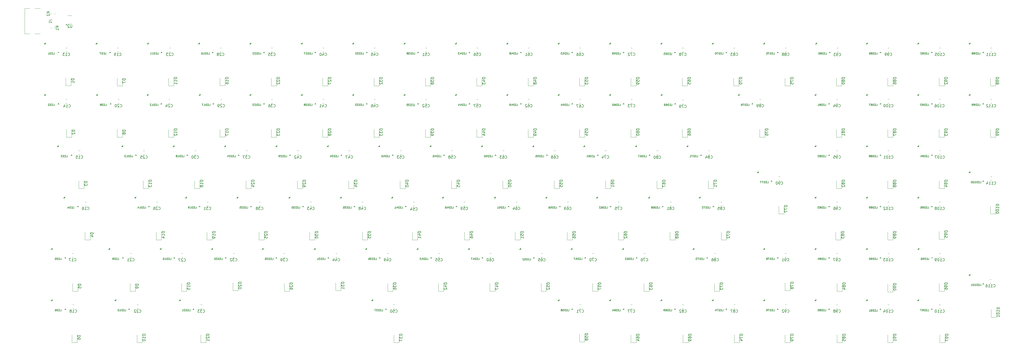
<source format=gbr>
%TF.GenerationSoftware,KiCad,Pcbnew,8.0.2*%
%TF.CreationDate,2025-01-30T16:21:06+01:00*%
%TF.ProjectId,zigzag,7a69677a-6167-42e6-9b69-6361645f7063,rev?*%
%TF.SameCoordinates,Original*%
%TF.FileFunction,Legend,Bot*%
%TF.FilePolarity,Positive*%
%FSLAX46Y46*%
G04 Gerber Fmt 4.6, Leading zero omitted, Abs format (unit mm)*
G04 Created by KiCad (PCBNEW 8.0.2) date 2025-01-30 16:21:06*
%MOMM*%
%LPD*%
G01*
G04 APERTURE LIST*
%ADD10C,0.150000*%
%ADD11C,0.120000*%
%ADD12C,0.100000*%
G04 APERTURE END LIST*
D10*
X65109819Y-38014666D02*
X65824104Y-38014666D01*
X65824104Y-38014666D02*
X65966961Y-37967047D01*
X65966961Y-37967047D02*
X66062200Y-37871809D01*
X66062200Y-37871809D02*
X66109819Y-37728952D01*
X66109819Y-37728952D02*
X66109819Y-37633714D01*
X66109819Y-39014666D02*
X66109819Y-38443238D01*
X66109819Y-38728952D02*
X65109819Y-38728952D01*
X65109819Y-38728952D02*
X65252676Y-38633714D01*
X65252676Y-38633714D02*
X65347914Y-38538476D01*
X65347914Y-38538476D02*
X65395533Y-38443238D01*
X65418819Y-35397333D02*
X64942628Y-35064000D01*
X65418819Y-34825905D02*
X64418819Y-34825905D01*
X64418819Y-34825905D02*
X64418819Y-35206857D01*
X64418819Y-35206857D02*
X64466438Y-35302095D01*
X64466438Y-35302095D02*
X64514057Y-35349714D01*
X64514057Y-35349714D02*
X64609295Y-35397333D01*
X64609295Y-35397333D02*
X64752152Y-35397333D01*
X64752152Y-35397333D02*
X64847390Y-35349714D01*
X64847390Y-35349714D02*
X64895009Y-35302095D01*
X64895009Y-35302095D02*
X64942628Y-35206857D01*
X64942628Y-35206857D02*
X64942628Y-34825905D01*
X64514057Y-35778286D02*
X64466438Y-35825905D01*
X64466438Y-35825905D02*
X64418819Y-35921143D01*
X64418819Y-35921143D02*
X64418819Y-36159238D01*
X64418819Y-36159238D02*
X64466438Y-36254476D01*
X64466438Y-36254476D02*
X64514057Y-36302095D01*
X64514057Y-36302095D02*
X64609295Y-36349714D01*
X64609295Y-36349714D02*
X64704533Y-36349714D01*
X64704533Y-36349714D02*
X64847390Y-36302095D01*
X64847390Y-36302095D02*
X65418819Y-35730667D01*
X65418819Y-35730667D02*
X65418819Y-36349714D01*
X73663904Y-39720819D02*
X73663904Y-40530342D01*
X73663904Y-40530342D02*
X73616285Y-40625580D01*
X73616285Y-40625580D02*
X73568666Y-40673200D01*
X73568666Y-40673200D02*
X73473428Y-40720819D01*
X73473428Y-40720819D02*
X73282952Y-40720819D01*
X73282952Y-40720819D02*
X73187714Y-40673200D01*
X73187714Y-40673200D02*
X73140095Y-40625580D01*
X73140095Y-40625580D02*
X73092476Y-40530342D01*
X73092476Y-40530342D02*
X73092476Y-39720819D01*
X72663904Y-39816057D02*
X72616285Y-39768438D01*
X72616285Y-39768438D02*
X72521047Y-39720819D01*
X72521047Y-39720819D02*
X72282952Y-39720819D01*
X72282952Y-39720819D02*
X72187714Y-39768438D01*
X72187714Y-39768438D02*
X72140095Y-39816057D01*
X72140095Y-39816057D02*
X72092476Y-39911295D01*
X72092476Y-39911295D02*
X72092476Y-40006533D01*
X72092476Y-40006533D02*
X72140095Y-40149390D01*
X72140095Y-40149390D02*
X72711523Y-40720819D01*
X72711523Y-40720819D02*
X72092476Y-40720819D01*
X68718819Y-40705333D02*
X68242628Y-40372000D01*
X68718819Y-40133905D02*
X67718819Y-40133905D01*
X67718819Y-40133905D02*
X67718819Y-40514857D01*
X67718819Y-40514857D02*
X67766438Y-40610095D01*
X67766438Y-40610095D02*
X67814057Y-40657714D01*
X67814057Y-40657714D02*
X67909295Y-40705333D01*
X67909295Y-40705333D02*
X68052152Y-40705333D01*
X68052152Y-40705333D02*
X68147390Y-40657714D01*
X68147390Y-40657714D02*
X68195009Y-40610095D01*
X68195009Y-40610095D02*
X68242628Y-40514857D01*
X68242628Y-40514857D02*
X68242628Y-40133905D01*
X68718819Y-41657714D02*
X68718819Y-41086286D01*
X68718819Y-41372000D02*
X67718819Y-41372000D01*
X67718819Y-41372000D02*
X67861676Y-41276762D01*
X67861676Y-41276762D02*
X67956914Y-41181524D01*
X67956914Y-41181524D02*
X68004533Y-41086286D01*
X134268357Y-127261580D02*
X134315976Y-127309200D01*
X134315976Y-127309200D02*
X134458833Y-127356819D01*
X134458833Y-127356819D02*
X134554071Y-127356819D01*
X134554071Y-127356819D02*
X134696928Y-127309200D01*
X134696928Y-127309200D02*
X134792166Y-127213961D01*
X134792166Y-127213961D02*
X134839785Y-127118723D01*
X134839785Y-127118723D02*
X134887404Y-126928247D01*
X134887404Y-126928247D02*
X134887404Y-126785390D01*
X134887404Y-126785390D02*
X134839785Y-126594914D01*
X134839785Y-126594914D02*
X134792166Y-126499676D01*
X134792166Y-126499676D02*
X134696928Y-126404438D01*
X134696928Y-126404438D02*
X134554071Y-126356819D01*
X134554071Y-126356819D02*
X134458833Y-126356819D01*
X134458833Y-126356819D02*
X134315976Y-126404438D01*
X134315976Y-126404438D02*
X134268357Y-126452057D01*
X133935023Y-126356819D02*
X133315976Y-126356819D01*
X133315976Y-126356819D02*
X133649309Y-126737771D01*
X133649309Y-126737771D02*
X133506452Y-126737771D01*
X133506452Y-126737771D02*
X133411214Y-126785390D01*
X133411214Y-126785390D02*
X133363595Y-126833009D01*
X133363595Y-126833009D02*
X133315976Y-126928247D01*
X133315976Y-126928247D02*
X133315976Y-127166342D01*
X133315976Y-127166342D02*
X133363595Y-127261580D01*
X133363595Y-127261580D02*
X133411214Y-127309200D01*
X133411214Y-127309200D02*
X133506452Y-127356819D01*
X133506452Y-127356819D02*
X133792166Y-127356819D01*
X133792166Y-127356819D02*
X133887404Y-127309200D01*
X133887404Y-127309200D02*
X133935023Y-127261580D01*
X132935023Y-126452057D02*
X132887404Y-126404438D01*
X132887404Y-126404438D02*
X132792166Y-126356819D01*
X132792166Y-126356819D02*
X132554071Y-126356819D01*
X132554071Y-126356819D02*
X132458833Y-126404438D01*
X132458833Y-126404438D02*
X132411214Y-126452057D01*
X132411214Y-126452057D02*
X132363595Y-126547295D01*
X132363595Y-126547295D02*
X132363595Y-126642533D01*
X132363595Y-126642533D02*
X132411214Y-126785390D01*
X132411214Y-126785390D02*
X132982642Y-127356819D01*
X132982642Y-127356819D02*
X132363595Y-127356819D01*
X322144819Y-59246714D02*
X321144819Y-59246714D01*
X321144819Y-59246714D02*
X321144819Y-59484809D01*
X321144819Y-59484809D02*
X321192438Y-59627666D01*
X321192438Y-59627666D02*
X321287676Y-59722904D01*
X321287676Y-59722904D02*
X321382914Y-59770523D01*
X321382914Y-59770523D02*
X321573390Y-59818142D01*
X321573390Y-59818142D02*
X321716247Y-59818142D01*
X321716247Y-59818142D02*
X321906723Y-59770523D01*
X321906723Y-59770523D02*
X322001961Y-59722904D01*
X322001961Y-59722904D02*
X322097200Y-59627666D01*
X322097200Y-59627666D02*
X322144819Y-59484809D01*
X322144819Y-59484809D02*
X322144819Y-59246714D01*
X321144819Y-60151476D02*
X321144819Y-60818142D01*
X321144819Y-60818142D02*
X322144819Y-60389571D01*
X321144819Y-61389571D02*
X321144819Y-61484809D01*
X321144819Y-61484809D02*
X321192438Y-61580047D01*
X321192438Y-61580047D02*
X321240057Y-61627666D01*
X321240057Y-61627666D02*
X321335295Y-61675285D01*
X321335295Y-61675285D02*
X321525771Y-61722904D01*
X321525771Y-61722904D02*
X321763866Y-61722904D01*
X321763866Y-61722904D02*
X321954342Y-61675285D01*
X321954342Y-61675285D02*
X322049580Y-61627666D01*
X322049580Y-61627666D02*
X322097200Y-61580047D01*
X322097200Y-61580047D02*
X322144819Y-61484809D01*
X322144819Y-61484809D02*
X322144819Y-61389571D01*
X322144819Y-61389571D02*
X322097200Y-61294333D01*
X322097200Y-61294333D02*
X322049580Y-61246714D01*
X322049580Y-61246714D02*
X321954342Y-61199095D01*
X321954342Y-61199095D02*
X321763866Y-61151476D01*
X321763866Y-61151476D02*
X321525771Y-61151476D01*
X321525771Y-61151476D02*
X321335295Y-61199095D01*
X321335295Y-61199095D02*
X321240057Y-61246714D01*
X321240057Y-61246714D02*
X321192438Y-61294333D01*
X321192438Y-61294333D02*
X321144819Y-61389571D01*
X329572857Y-70111580D02*
X329620476Y-70159200D01*
X329620476Y-70159200D02*
X329763333Y-70206819D01*
X329763333Y-70206819D02*
X329858571Y-70206819D01*
X329858571Y-70206819D02*
X330001428Y-70159200D01*
X330001428Y-70159200D02*
X330096666Y-70063961D01*
X330096666Y-70063961D02*
X330144285Y-69968723D01*
X330144285Y-69968723D02*
X330191904Y-69778247D01*
X330191904Y-69778247D02*
X330191904Y-69635390D01*
X330191904Y-69635390D02*
X330144285Y-69444914D01*
X330144285Y-69444914D02*
X330096666Y-69349676D01*
X330096666Y-69349676D02*
X330001428Y-69254438D01*
X330001428Y-69254438D02*
X329858571Y-69206819D01*
X329858571Y-69206819D02*
X329763333Y-69206819D01*
X329763333Y-69206819D02*
X329620476Y-69254438D01*
X329620476Y-69254438D02*
X329572857Y-69302057D01*
X329001428Y-69635390D02*
X329096666Y-69587771D01*
X329096666Y-69587771D02*
X329144285Y-69540152D01*
X329144285Y-69540152D02*
X329191904Y-69444914D01*
X329191904Y-69444914D02*
X329191904Y-69397295D01*
X329191904Y-69397295D02*
X329144285Y-69302057D01*
X329144285Y-69302057D02*
X329096666Y-69254438D01*
X329096666Y-69254438D02*
X329001428Y-69206819D01*
X329001428Y-69206819D02*
X328810952Y-69206819D01*
X328810952Y-69206819D02*
X328715714Y-69254438D01*
X328715714Y-69254438D02*
X328668095Y-69302057D01*
X328668095Y-69302057D02*
X328620476Y-69397295D01*
X328620476Y-69397295D02*
X328620476Y-69444914D01*
X328620476Y-69444914D02*
X328668095Y-69540152D01*
X328668095Y-69540152D02*
X328715714Y-69587771D01*
X328715714Y-69587771D02*
X328810952Y-69635390D01*
X328810952Y-69635390D02*
X329001428Y-69635390D01*
X329001428Y-69635390D02*
X329096666Y-69683009D01*
X329096666Y-69683009D02*
X329144285Y-69730628D01*
X329144285Y-69730628D02*
X329191904Y-69825866D01*
X329191904Y-69825866D02*
X329191904Y-70016342D01*
X329191904Y-70016342D02*
X329144285Y-70111580D01*
X329144285Y-70111580D02*
X329096666Y-70159200D01*
X329096666Y-70159200D02*
X329001428Y-70206819D01*
X329001428Y-70206819D02*
X328810952Y-70206819D01*
X328810952Y-70206819D02*
X328715714Y-70159200D01*
X328715714Y-70159200D02*
X328668095Y-70111580D01*
X328668095Y-70111580D02*
X328620476Y-70016342D01*
X328620476Y-70016342D02*
X328620476Y-69825866D01*
X328620476Y-69825866D02*
X328668095Y-69730628D01*
X328668095Y-69730628D02*
X328715714Y-69683009D01*
X328715714Y-69683009D02*
X328810952Y-69635390D01*
X328144285Y-70206819D02*
X327953809Y-70206819D01*
X327953809Y-70206819D02*
X327858571Y-70159200D01*
X327858571Y-70159200D02*
X327810952Y-70111580D01*
X327810952Y-70111580D02*
X327715714Y-69968723D01*
X327715714Y-69968723D02*
X327668095Y-69778247D01*
X327668095Y-69778247D02*
X327668095Y-69397295D01*
X327668095Y-69397295D02*
X327715714Y-69302057D01*
X327715714Y-69302057D02*
X327763333Y-69254438D01*
X327763333Y-69254438D02*
X327858571Y-69206819D01*
X327858571Y-69206819D02*
X328049047Y-69206819D01*
X328049047Y-69206819D02*
X328144285Y-69254438D01*
X328144285Y-69254438D02*
X328191904Y-69302057D01*
X328191904Y-69302057D02*
X328239523Y-69397295D01*
X328239523Y-69397295D02*
X328239523Y-69635390D01*
X328239523Y-69635390D02*
X328191904Y-69730628D01*
X328191904Y-69730628D02*
X328144285Y-69778247D01*
X328144285Y-69778247D02*
X328049047Y-69825866D01*
X328049047Y-69825866D02*
X327858571Y-69825866D01*
X327858571Y-69825866D02*
X327763333Y-69778247D01*
X327763333Y-69778247D02*
X327715714Y-69730628D01*
X327715714Y-69730628D02*
X327668095Y-69635390D01*
X333856667Y-50676033D02*
X334190000Y-50676033D01*
X334190000Y-50676033D02*
X334190000Y-49976033D01*
X333623333Y-50309366D02*
X333390000Y-50309366D01*
X333290000Y-50676033D02*
X333623333Y-50676033D01*
X333623333Y-50676033D02*
X333623333Y-49976033D01*
X333623333Y-49976033D02*
X333290000Y-49976033D01*
X332990000Y-50676033D02*
X332990000Y-49976033D01*
X332990000Y-49976033D02*
X332823333Y-49976033D01*
X332823333Y-49976033D02*
X332723333Y-50009366D01*
X332723333Y-50009366D02*
X332656667Y-50076033D01*
X332656667Y-50076033D02*
X332623333Y-50142700D01*
X332623333Y-50142700D02*
X332590000Y-50276033D01*
X332590000Y-50276033D02*
X332590000Y-50376033D01*
X332590000Y-50376033D02*
X332623333Y-50509366D01*
X332623333Y-50509366D02*
X332656667Y-50576033D01*
X332656667Y-50576033D02*
X332723333Y-50642700D01*
X332723333Y-50642700D02*
X332823333Y-50676033D01*
X332823333Y-50676033D02*
X332990000Y-50676033D01*
X332356667Y-49976033D02*
X331890000Y-49976033D01*
X331890000Y-49976033D02*
X332190000Y-50676033D01*
X331290000Y-49976033D02*
X331623333Y-49976033D01*
X331623333Y-49976033D02*
X331656666Y-50309366D01*
X331656666Y-50309366D02*
X331623333Y-50276033D01*
X331623333Y-50276033D02*
X331556666Y-50242700D01*
X331556666Y-50242700D02*
X331390000Y-50242700D01*
X331390000Y-50242700D02*
X331323333Y-50276033D01*
X331323333Y-50276033D02*
X331290000Y-50309366D01*
X331290000Y-50309366D02*
X331256666Y-50376033D01*
X331256666Y-50376033D02*
X331256666Y-50542700D01*
X331256666Y-50542700D02*
X331290000Y-50609366D01*
X331290000Y-50609366D02*
X331323333Y-50642700D01*
X331323333Y-50642700D02*
X331390000Y-50676033D01*
X331390000Y-50676033D02*
X331556666Y-50676033D01*
X331556666Y-50676033D02*
X331623333Y-50642700D01*
X331623333Y-50642700D02*
X331656666Y-50609366D01*
X396597047Y-127261580D02*
X396644666Y-127309200D01*
X396644666Y-127309200D02*
X396787523Y-127356819D01*
X396787523Y-127356819D02*
X396882761Y-127356819D01*
X396882761Y-127356819D02*
X397025618Y-127309200D01*
X397025618Y-127309200D02*
X397120856Y-127213961D01*
X397120856Y-127213961D02*
X397168475Y-127118723D01*
X397168475Y-127118723D02*
X397216094Y-126928247D01*
X397216094Y-126928247D02*
X397216094Y-126785390D01*
X397216094Y-126785390D02*
X397168475Y-126594914D01*
X397168475Y-126594914D02*
X397120856Y-126499676D01*
X397120856Y-126499676D02*
X397025618Y-126404438D01*
X397025618Y-126404438D02*
X396882761Y-126356819D01*
X396882761Y-126356819D02*
X396787523Y-126356819D01*
X396787523Y-126356819D02*
X396644666Y-126404438D01*
X396644666Y-126404438D02*
X396597047Y-126452057D01*
X395644666Y-127356819D02*
X396216094Y-127356819D01*
X395930380Y-127356819D02*
X395930380Y-126356819D01*
X395930380Y-126356819D02*
X396025618Y-126499676D01*
X396025618Y-126499676D02*
X396120856Y-126594914D01*
X396120856Y-126594914D02*
X396216094Y-126642533D01*
X395025618Y-126356819D02*
X394930380Y-126356819D01*
X394930380Y-126356819D02*
X394835142Y-126404438D01*
X394835142Y-126404438D02*
X394787523Y-126452057D01*
X394787523Y-126452057D02*
X394739904Y-126547295D01*
X394739904Y-126547295D02*
X394692285Y-126737771D01*
X394692285Y-126737771D02*
X394692285Y-126975866D01*
X394692285Y-126975866D02*
X394739904Y-127166342D01*
X394739904Y-127166342D02*
X394787523Y-127261580D01*
X394787523Y-127261580D02*
X394835142Y-127309200D01*
X394835142Y-127309200D02*
X394930380Y-127356819D01*
X394930380Y-127356819D02*
X395025618Y-127356819D01*
X395025618Y-127356819D02*
X395120856Y-127309200D01*
X395120856Y-127309200D02*
X395168475Y-127261580D01*
X395168475Y-127261580D02*
X395216094Y-127166342D01*
X395216094Y-127166342D02*
X395263713Y-126975866D01*
X395263713Y-126975866D02*
X395263713Y-126737771D01*
X395263713Y-126737771D02*
X395216094Y-126547295D01*
X395216094Y-126547295D02*
X395168475Y-126452057D01*
X395168475Y-126452057D02*
X395120856Y-126404438D01*
X395120856Y-126404438D02*
X395025618Y-126356819D01*
X394216094Y-127356819D02*
X394025618Y-127356819D01*
X394025618Y-127356819D02*
X393930380Y-127309200D01*
X393930380Y-127309200D02*
X393882761Y-127261580D01*
X393882761Y-127261580D02*
X393787523Y-127118723D01*
X393787523Y-127118723D02*
X393739904Y-126928247D01*
X393739904Y-126928247D02*
X393739904Y-126547295D01*
X393739904Y-126547295D02*
X393787523Y-126452057D01*
X393787523Y-126452057D02*
X393835142Y-126404438D01*
X393835142Y-126404438D02*
X393930380Y-126356819D01*
X393930380Y-126356819D02*
X394120856Y-126356819D01*
X394120856Y-126356819D02*
X394216094Y-126404438D01*
X394216094Y-126404438D02*
X394263713Y-126452057D01*
X394263713Y-126452057D02*
X394311332Y-126547295D01*
X394311332Y-126547295D02*
X394311332Y-126785390D01*
X394311332Y-126785390D02*
X394263713Y-126880628D01*
X394263713Y-126880628D02*
X394216094Y-126928247D01*
X394216094Y-126928247D02*
X394120856Y-126975866D01*
X394120856Y-126975866D02*
X393930380Y-126975866D01*
X393930380Y-126975866D02*
X393835142Y-126928247D01*
X393835142Y-126928247D02*
X393787523Y-126880628D01*
X393787523Y-126880628D02*
X393739904Y-126785390D01*
X312746819Y-97346714D02*
X311746819Y-97346714D01*
X311746819Y-97346714D02*
X311746819Y-97584809D01*
X311746819Y-97584809D02*
X311794438Y-97727666D01*
X311794438Y-97727666D02*
X311889676Y-97822904D01*
X311889676Y-97822904D02*
X311984914Y-97870523D01*
X311984914Y-97870523D02*
X312175390Y-97918142D01*
X312175390Y-97918142D02*
X312318247Y-97918142D01*
X312318247Y-97918142D02*
X312508723Y-97870523D01*
X312508723Y-97870523D02*
X312603961Y-97822904D01*
X312603961Y-97822904D02*
X312699200Y-97727666D01*
X312699200Y-97727666D02*
X312746819Y-97584809D01*
X312746819Y-97584809D02*
X312746819Y-97346714D01*
X311746819Y-98251476D02*
X311746819Y-98918142D01*
X311746819Y-98918142D02*
X312746819Y-98489571D01*
X312746819Y-99822904D02*
X312746819Y-99251476D01*
X312746819Y-99537190D02*
X311746819Y-99537190D01*
X311746819Y-99537190D02*
X311889676Y-99441952D01*
X311889676Y-99441952D02*
X311984914Y-99346714D01*
X311984914Y-99346714D02*
X312032533Y-99251476D01*
X248258667Y-88776033D02*
X248592000Y-88776033D01*
X248592000Y-88776033D02*
X248592000Y-88076033D01*
X248025333Y-88409366D02*
X247792000Y-88409366D01*
X247692000Y-88776033D02*
X248025333Y-88776033D01*
X248025333Y-88776033D02*
X248025333Y-88076033D01*
X248025333Y-88076033D02*
X247692000Y-88076033D01*
X247392000Y-88776033D02*
X247392000Y-88076033D01*
X247392000Y-88076033D02*
X247225333Y-88076033D01*
X247225333Y-88076033D02*
X247125333Y-88109366D01*
X247125333Y-88109366D02*
X247058667Y-88176033D01*
X247058667Y-88176033D02*
X247025333Y-88242700D01*
X247025333Y-88242700D02*
X246992000Y-88376033D01*
X246992000Y-88376033D02*
X246992000Y-88476033D01*
X246992000Y-88476033D02*
X247025333Y-88609366D01*
X247025333Y-88609366D02*
X247058667Y-88676033D01*
X247058667Y-88676033D02*
X247125333Y-88742700D01*
X247125333Y-88742700D02*
X247225333Y-88776033D01*
X247225333Y-88776033D02*
X247392000Y-88776033D01*
X246358667Y-88076033D02*
X246692000Y-88076033D01*
X246692000Y-88076033D02*
X246725333Y-88409366D01*
X246725333Y-88409366D02*
X246692000Y-88376033D01*
X246692000Y-88376033D02*
X246625333Y-88342700D01*
X246625333Y-88342700D02*
X246458667Y-88342700D01*
X246458667Y-88342700D02*
X246392000Y-88376033D01*
X246392000Y-88376033D02*
X246358667Y-88409366D01*
X246358667Y-88409366D02*
X246325333Y-88476033D01*
X246325333Y-88476033D02*
X246325333Y-88642700D01*
X246325333Y-88642700D02*
X246358667Y-88709366D01*
X246358667Y-88709366D02*
X246392000Y-88742700D01*
X246392000Y-88742700D02*
X246458667Y-88776033D01*
X246458667Y-88776033D02*
X246625333Y-88776033D01*
X246625333Y-88776033D02*
X246692000Y-88742700D01*
X246692000Y-88742700D02*
X246725333Y-88709366D01*
X245692000Y-88076033D02*
X246025333Y-88076033D01*
X246025333Y-88076033D02*
X246058666Y-88409366D01*
X246058666Y-88409366D02*
X246025333Y-88376033D01*
X246025333Y-88376033D02*
X245958666Y-88342700D01*
X245958666Y-88342700D02*
X245792000Y-88342700D01*
X245792000Y-88342700D02*
X245725333Y-88376033D01*
X245725333Y-88376033D02*
X245692000Y-88409366D01*
X245692000Y-88409366D02*
X245658666Y-88476033D01*
X245658666Y-88476033D02*
X245658666Y-88642700D01*
X245658666Y-88642700D02*
X245692000Y-88709366D01*
X245692000Y-88709366D02*
X245725333Y-88742700D01*
X245725333Y-88742700D02*
X245792000Y-88776033D01*
X245792000Y-88776033D02*
X245958666Y-88776033D01*
X245958666Y-88776033D02*
X246025333Y-88742700D01*
X246025333Y-88742700D02*
X246058666Y-88709366D01*
X66823333Y-50664033D02*
X67156666Y-50664033D01*
X67156666Y-50664033D02*
X67156666Y-49964033D01*
X66589999Y-50297366D02*
X66356666Y-50297366D01*
X66256666Y-50664033D02*
X66589999Y-50664033D01*
X66589999Y-50664033D02*
X66589999Y-49964033D01*
X66589999Y-49964033D02*
X66256666Y-49964033D01*
X65956666Y-50664033D02*
X65956666Y-49964033D01*
X65956666Y-49964033D02*
X65789999Y-49964033D01*
X65789999Y-49964033D02*
X65689999Y-49997366D01*
X65689999Y-49997366D02*
X65623333Y-50064033D01*
X65623333Y-50064033D02*
X65589999Y-50130700D01*
X65589999Y-50130700D02*
X65556666Y-50264033D01*
X65556666Y-50264033D02*
X65556666Y-50364033D01*
X65556666Y-50364033D02*
X65589999Y-50497366D01*
X65589999Y-50497366D02*
X65623333Y-50564033D01*
X65623333Y-50564033D02*
X65689999Y-50630700D01*
X65689999Y-50630700D02*
X65789999Y-50664033D01*
X65789999Y-50664033D02*
X65956666Y-50664033D01*
X64889999Y-50664033D02*
X65289999Y-50664033D01*
X65089999Y-50664033D02*
X65089999Y-49964033D01*
X65089999Y-49964033D02*
X65156666Y-50064033D01*
X65156666Y-50064033D02*
X65223333Y-50130700D01*
X65223333Y-50130700D02*
X65289999Y-50164033D01*
X117420819Y-135446714D02*
X116420819Y-135446714D01*
X116420819Y-135446714D02*
X116420819Y-135684809D01*
X116420819Y-135684809D02*
X116468438Y-135827666D01*
X116468438Y-135827666D02*
X116563676Y-135922904D01*
X116563676Y-135922904D02*
X116658914Y-135970523D01*
X116658914Y-135970523D02*
X116849390Y-136018142D01*
X116849390Y-136018142D02*
X116992247Y-136018142D01*
X116992247Y-136018142D02*
X117182723Y-135970523D01*
X117182723Y-135970523D02*
X117277961Y-135922904D01*
X117277961Y-135922904D02*
X117373200Y-135827666D01*
X117373200Y-135827666D02*
X117420819Y-135684809D01*
X117420819Y-135684809D02*
X117420819Y-135446714D01*
X117420819Y-136970523D02*
X117420819Y-136399095D01*
X117420819Y-136684809D02*
X116420819Y-136684809D01*
X116420819Y-136684809D02*
X116563676Y-136589571D01*
X116563676Y-136589571D02*
X116658914Y-136494333D01*
X116658914Y-136494333D02*
X116706533Y-136399095D01*
X116420819Y-137875285D02*
X116420819Y-137399095D01*
X116420819Y-137399095D02*
X116897009Y-137351476D01*
X116897009Y-137351476D02*
X116849390Y-137399095D01*
X116849390Y-137399095D02*
X116801771Y-137494333D01*
X116801771Y-137494333D02*
X116801771Y-137732428D01*
X116801771Y-137732428D02*
X116849390Y-137827666D01*
X116849390Y-137827666D02*
X116897009Y-137875285D01*
X116897009Y-137875285D02*
X116992247Y-137922904D01*
X116992247Y-137922904D02*
X117230342Y-137922904D01*
X117230342Y-137922904D02*
X117325580Y-137875285D01*
X117325580Y-137875285D02*
X117373200Y-137827666D01*
X117373200Y-137827666D02*
X117420819Y-137732428D01*
X117420819Y-137732428D02*
X117420819Y-137494333D01*
X117420819Y-137494333D02*
X117373200Y-137399095D01*
X117373200Y-137399095D02*
X117325580Y-137351476D01*
X398344819Y-97346714D02*
X397344819Y-97346714D01*
X397344819Y-97346714D02*
X397344819Y-97584809D01*
X397344819Y-97584809D02*
X397392438Y-97727666D01*
X397392438Y-97727666D02*
X397487676Y-97822904D01*
X397487676Y-97822904D02*
X397582914Y-97870523D01*
X397582914Y-97870523D02*
X397773390Y-97918142D01*
X397773390Y-97918142D02*
X397916247Y-97918142D01*
X397916247Y-97918142D02*
X398106723Y-97870523D01*
X398106723Y-97870523D02*
X398201961Y-97822904D01*
X398201961Y-97822904D02*
X398297200Y-97727666D01*
X398297200Y-97727666D02*
X398344819Y-97584809D01*
X398344819Y-97584809D02*
X398344819Y-97346714D01*
X398344819Y-98394333D02*
X398344819Y-98584809D01*
X398344819Y-98584809D02*
X398297200Y-98680047D01*
X398297200Y-98680047D02*
X398249580Y-98727666D01*
X398249580Y-98727666D02*
X398106723Y-98822904D01*
X398106723Y-98822904D02*
X397916247Y-98870523D01*
X397916247Y-98870523D02*
X397535295Y-98870523D01*
X397535295Y-98870523D02*
X397440057Y-98822904D01*
X397440057Y-98822904D02*
X397392438Y-98775285D01*
X397392438Y-98775285D02*
X397344819Y-98680047D01*
X397344819Y-98680047D02*
X397344819Y-98489571D01*
X397344819Y-98489571D02*
X397392438Y-98394333D01*
X397392438Y-98394333D02*
X397440057Y-98346714D01*
X397440057Y-98346714D02*
X397535295Y-98299095D01*
X397535295Y-98299095D02*
X397773390Y-98299095D01*
X397773390Y-98299095D02*
X397868628Y-98346714D01*
X397868628Y-98346714D02*
X397916247Y-98394333D01*
X397916247Y-98394333D02*
X397963866Y-98489571D01*
X397963866Y-98489571D02*
X397963866Y-98680047D01*
X397963866Y-98680047D02*
X397916247Y-98775285D01*
X397916247Y-98775285D02*
X397868628Y-98822904D01*
X397868628Y-98822904D02*
X397773390Y-98870523D01*
X397678152Y-99727666D02*
X398344819Y-99727666D01*
X397297200Y-99489571D02*
X398011485Y-99251476D01*
X398011485Y-99251476D02*
X398011485Y-99870523D01*
X85992333Y-50688033D02*
X86325666Y-50688033D01*
X86325666Y-50688033D02*
X86325666Y-49988033D01*
X85758999Y-50321366D02*
X85525666Y-50321366D01*
X85425666Y-50688033D02*
X85758999Y-50688033D01*
X85758999Y-50688033D02*
X85758999Y-49988033D01*
X85758999Y-49988033D02*
X85425666Y-49988033D01*
X85125666Y-50688033D02*
X85125666Y-49988033D01*
X85125666Y-49988033D02*
X84958999Y-49988033D01*
X84958999Y-49988033D02*
X84858999Y-50021366D01*
X84858999Y-50021366D02*
X84792333Y-50088033D01*
X84792333Y-50088033D02*
X84758999Y-50154700D01*
X84758999Y-50154700D02*
X84725666Y-50288033D01*
X84725666Y-50288033D02*
X84725666Y-50388033D01*
X84725666Y-50388033D02*
X84758999Y-50521366D01*
X84758999Y-50521366D02*
X84792333Y-50588033D01*
X84792333Y-50588033D02*
X84858999Y-50654700D01*
X84858999Y-50654700D02*
X84958999Y-50688033D01*
X84958999Y-50688033D02*
X85125666Y-50688033D01*
X84492333Y-49988033D02*
X84025666Y-49988033D01*
X84025666Y-49988033D02*
X84325666Y-50688033D01*
X100684667Y-107826033D02*
X101018000Y-107826033D01*
X101018000Y-107826033D02*
X101018000Y-107126033D01*
X100451333Y-107459366D02*
X100218000Y-107459366D01*
X100118000Y-107826033D02*
X100451333Y-107826033D01*
X100451333Y-107826033D02*
X100451333Y-107126033D01*
X100451333Y-107126033D02*
X100118000Y-107126033D01*
X99818000Y-107826033D02*
X99818000Y-107126033D01*
X99818000Y-107126033D02*
X99651333Y-107126033D01*
X99651333Y-107126033D02*
X99551333Y-107159366D01*
X99551333Y-107159366D02*
X99484667Y-107226033D01*
X99484667Y-107226033D02*
X99451333Y-107292700D01*
X99451333Y-107292700D02*
X99418000Y-107426033D01*
X99418000Y-107426033D02*
X99418000Y-107526033D01*
X99418000Y-107526033D02*
X99451333Y-107659366D01*
X99451333Y-107659366D02*
X99484667Y-107726033D01*
X99484667Y-107726033D02*
X99551333Y-107792700D01*
X99551333Y-107792700D02*
X99651333Y-107826033D01*
X99651333Y-107826033D02*
X99818000Y-107826033D01*
X98751333Y-107826033D02*
X99151333Y-107826033D01*
X98951333Y-107826033D02*
X98951333Y-107126033D01*
X98951333Y-107126033D02*
X99018000Y-107226033D01*
X99018000Y-107226033D02*
X99084667Y-107292700D01*
X99084667Y-107292700D02*
X99151333Y-107326033D01*
X98151333Y-107359366D02*
X98151333Y-107826033D01*
X98318000Y-107092700D02*
X98484666Y-107592700D01*
X98484666Y-107592700D02*
X98051333Y-107592700D01*
X231720819Y-135446714D02*
X230720819Y-135446714D01*
X230720819Y-135446714D02*
X230720819Y-135684809D01*
X230720819Y-135684809D02*
X230768438Y-135827666D01*
X230768438Y-135827666D02*
X230863676Y-135922904D01*
X230863676Y-135922904D02*
X230958914Y-135970523D01*
X230958914Y-135970523D02*
X231149390Y-136018142D01*
X231149390Y-136018142D02*
X231292247Y-136018142D01*
X231292247Y-136018142D02*
X231482723Y-135970523D01*
X231482723Y-135970523D02*
X231577961Y-135922904D01*
X231577961Y-135922904D02*
X231673200Y-135827666D01*
X231673200Y-135827666D02*
X231720819Y-135684809D01*
X231720819Y-135684809D02*
X231720819Y-135446714D01*
X231054152Y-136875285D02*
X231720819Y-136875285D01*
X230673200Y-136637190D02*
X231387485Y-136399095D01*
X231387485Y-136399095D02*
X231387485Y-137018142D01*
X230720819Y-137303857D02*
X230720819Y-137970523D01*
X230720819Y-137970523D02*
X231720819Y-137541952D01*
X110082667Y-126876033D02*
X110416000Y-126876033D01*
X110416000Y-126876033D02*
X110416000Y-126176033D01*
X109849333Y-126509366D02*
X109616000Y-126509366D01*
X109516000Y-126876033D02*
X109849333Y-126876033D01*
X109849333Y-126876033D02*
X109849333Y-126176033D01*
X109849333Y-126176033D02*
X109516000Y-126176033D01*
X109216000Y-126876033D02*
X109216000Y-126176033D01*
X109216000Y-126176033D02*
X109049333Y-126176033D01*
X109049333Y-126176033D02*
X108949333Y-126209366D01*
X108949333Y-126209366D02*
X108882667Y-126276033D01*
X108882667Y-126276033D02*
X108849333Y-126342700D01*
X108849333Y-126342700D02*
X108816000Y-126476033D01*
X108816000Y-126476033D02*
X108816000Y-126576033D01*
X108816000Y-126576033D02*
X108849333Y-126709366D01*
X108849333Y-126709366D02*
X108882667Y-126776033D01*
X108882667Y-126776033D02*
X108949333Y-126842700D01*
X108949333Y-126842700D02*
X109049333Y-126876033D01*
X109049333Y-126876033D02*
X109216000Y-126876033D01*
X108149333Y-126876033D02*
X108549333Y-126876033D01*
X108349333Y-126876033D02*
X108349333Y-126176033D01*
X108349333Y-126176033D02*
X108416000Y-126276033D01*
X108416000Y-126276033D02*
X108482667Y-126342700D01*
X108482667Y-126342700D02*
X108549333Y-126376033D01*
X107516000Y-126176033D02*
X107849333Y-126176033D01*
X107849333Y-126176033D02*
X107882666Y-126509366D01*
X107882666Y-126509366D02*
X107849333Y-126476033D01*
X107849333Y-126476033D02*
X107782666Y-126442700D01*
X107782666Y-126442700D02*
X107616000Y-126442700D01*
X107616000Y-126442700D02*
X107549333Y-126476033D01*
X107549333Y-126476033D02*
X107516000Y-126509366D01*
X107516000Y-126509366D02*
X107482666Y-126576033D01*
X107482666Y-126576033D02*
X107482666Y-126742700D01*
X107482666Y-126742700D02*
X107516000Y-126809366D01*
X107516000Y-126809366D02*
X107549333Y-126842700D01*
X107549333Y-126842700D02*
X107616000Y-126876033D01*
X107616000Y-126876033D02*
X107782666Y-126876033D01*
X107782666Y-126876033D02*
X107849333Y-126842700D01*
X107849333Y-126842700D02*
X107882666Y-126809366D01*
X298522819Y-116396714D02*
X297522819Y-116396714D01*
X297522819Y-116396714D02*
X297522819Y-116634809D01*
X297522819Y-116634809D02*
X297570438Y-116777666D01*
X297570438Y-116777666D02*
X297665676Y-116872904D01*
X297665676Y-116872904D02*
X297760914Y-116920523D01*
X297760914Y-116920523D02*
X297951390Y-116968142D01*
X297951390Y-116968142D02*
X298094247Y-116968142D01*
X298094247Y-116968142D02*
X298284723Y-116920523D01*
X298284723Y-116920523D02*
X298379961Y-116872904D01*
X298379961Y-116872904D02*
X298475200Y-116777666D01*
X298475200Y-116777666D02*
X298522819Y-116634809D01*
X298522819Y-116634809D02*
X298522819Y-116396714D01*
X297522819Y-117825285D02*
X297522819Y-117634809D01*
X297522819Y-117634809D02*
X297570438Y-117539571D01*
X297570438Y-117539571D02*
X297618057Y-117491952D01*
X297618057Y-117491952D02*
X297760914Y-117396714D01*
X297760914Y-117396714D02*
X297951390Y-117349095D01*
X297951390Y-117349095D02*
X298332342Y-117349095D01*
X298332342Y-117349095D02*
X298427580Y-117396714D01*
X298427580Y-117396714D02*
X298475200Y-117444333D01*
X298475200Y-117444333D02*
X298522819Y-117539571D01*
X298522819Y-117539571D02*
X298522819Y-117730047D01*
X298522819Y-117730047D02*
X298475200Y-117825285D01*
X298475200Y-117825285D02*
X298427580Y-117872904D01*
X298427580Y-117872904D02*
X298332342Y-117920523D01*
X298332342Y-117920523D02*
X298094247Y-117920523D01*
X298094247Y-117920523D02*
X297999009Y-117872904D01*
X297999009Y-117872904D02*
X297951390Y-117825285D01*
X297951390Y-117825285D02*
X297903771Y-117730047D01*
X297903771Y-117730047D02*
X297903771Y-117539571D01*
X297903771Y-117539571D02*
X297951390Y-117444333D01*
X297951390Y-117444333D02*
X297999009Y-117396714D01*
X297999009Y-117396714D02*
X298094247Y-117349095D01*
X297951390Y-118491952D02*
X297903771Y-118396714D01*
X297903771Y-118396714D02*
X297856152Y-118349095D01*
X297856152Y-118349095D02*
X297760914Y-118301476D01*
X297760914Y-118301476D02*
X297713295Y-118301476D01*
X297713295Y-118301476D02*
X297618057Y-118349095D01*
X297618057Y-118349095D02*
X297570438Y-118396714D01*
X297570438Y-118396714D02*
X297522819Y-118491952D01*
X297522819Y-118491952D02*
X297522819Y-118682428D01*
X297522819Y-118682428D02*
X297570438Y-118777666D01*
X297570438Y-118777666D02*
X297618057Y-118825285D01*
X297618057Y-118825285D02*
X297713295Y-118872904D01*
X297713295Y-118872904D02*
X297760914Y-118872904D01*
X297760914Y-118872904D02*
X297856152Y-118825285D01*
X297856152Y-118825285D02*
X297903771Y-118777666D01*
X297903771Y-118777666D02*
X297951390Y-118682428D01*
X297951390Y-118682428D02*
X297951390Y-118491952D01*
X297951390Y-118491952D02*
X297999009Y-118396714D01*
X297999009Y-118396714D02*
X298046628Y-118349095D01*
X298046628Y-118349095D02*
X298141866Y-118301476D01*
X298141866Y-118301476D02*
X298332342Y-118301476D01*
X298332342Y-118301476D02*
X298427580Y-118349095D01*
X298427580Y-118349095D02*
X298475200Y-118396714D01*
X298475200Y-118396714D02*
X298522819Y-118491952D01*
X298522819Y-118491952D02*
X298522819Y-118682428D01*
X298522819Y-118682428D02*
X298475200Y-118777666D01*
X298475200Y-118777666D02*
X298427580Y-118825285D01*
X298427580Y-118825285D02*
X298332342Y-118872904D01*
X298332342Y-118872904D02*
X298141866Y-118872904D01*
X298141866Y-118872904D02*
X298046628Y-118825285D01*
X298046628Y-118825285D02*
X297999009Y-118777666D01*
X297999009Y-118777666D02*
X297951390Y-118682428D01*
X224382667Y-126876033D02*
X224716000Y-126876033D01*
X224716000Y-126876033D02*
X224716000Y-126176033D01*
X224149333Y-126509366D02*
X223916000Y-126509366D01*
X223816000Y-126876033D02*
X224149333Y-126876033D01*
X224149333Y-126876033D02*
X224149333Y-126176033D01*
X224149333Y-126176033D02*
X223816000Y-126176033D01*
X223516000Y-126876033D02*
X223516000Y-126176033D01*
X223516000Y-126176033D02*
X223349333Y-126176033D01*
X223349333Y-126176033D02*
X223249333Y-126209366D01*
X223249333Y-126209366D02*
X223182667Y-126276033D01*
X223182667Y-126276033D02*
X223149333Y-126342700D01*
X223149333Y-126342700D02*
X223116000Y-126476033D01*
X223116000Y-126476033D02*
X223116000Y-126576033D01*
X223116000Y-126576033D02*
X223149333Y-126709366D01*
X223149333Y-126709366D02*
X223182667Y-126776033D01*
X223182667Y-126776033D02*
X223249333Y-126842700D01*
X223249333Y-126842700D02*
X223349333Y-126876033D01*
X223349333Y-126876033D02*
X223516000Y-126876033D01*
X222516000Y-126409366D02*
X222516000Y-126876033D01*
X222682667Y-126142700D02*
X222849333Y-126642700D01*
X222849333Y-126642700D02*
X222416000Y-126642700D01*
X222216000Y-126176033D02*
X221749333Y-126176033D01*
X221749333Y-126176033D02*
X222049333Y-126876033D01*
X279472819Y-116396714D02*
X278472819Y-116396714D01*
X278472819Y-116396714D02*
X278472819Y-116634809D01*
X278472819Y-116634809D02*
X278520438Y-116777666D01*
X278520438Y-116777666D02*
X278615676Y-116872904D01*
X278615676Y-116872904D02*
X278710914Y-116920523D01*
X278710914Y-116920523D02*
X278901390Y-116968142D01*
X278901390Y-116968142D02*
X279044247Y-116968142D01*
X279044247Y-116968142D02*
X279234723Y-116920523D01*
X279234723Y-116920523D02*
X279329961Y-116872904D01*
X279329961Y-116872904D02*
X279425200Y-116777666D01*
X279425200Y-116777666D02*
X279472819Y-116634809D01*
X279472819Y-116634809D02*
X279472819Y-116396714D01*
X278472819Y-117825285D02*
X278472819Y-117634809D01*
X278472819Y-117634809D02*
X278520438Y-117539571D01*
X278520438Y-117539571D02*
X278568057Y-117491952D01*
X278568057Y-117491952D02*
X278710914Y-117396714D01*
X278710914Y-117396714D02*
X278901390Y-117349095D01*
X278901390Y-117349095D02*
X279282342Y-117349095D01*
X279282342Y-117349095D02*
X279377580Y-117396714D01*
X279377580Y-117396714D02*
X279425200Y-117444333D01*
X279425200Y-117444333D02*
X279472819Y-117539571D01*
X279472819Y-117539571D02*
X279472819Y-117730047D01*
X279472819Y-117730047D02*
X279425200Y-117825285D01*
X279425200Y-117825285D02*
X279377580Y-117872904D01*
X279377580Y-117872904D02*
X279282342Y-117920523D01*
X279282342Y-117920523D02*
X279044247Y-117920523D01*
X279044247Y-117920523D02*
X278949009Y-117872904D01*
X278949009Y-117872904D02*
X278901390Y-117825285D01*
X278901390Y-117825285D02*
X278853771Y-117730047D01*
X278853771Y-117730047D02*
X278853771Y-117539571D01*
X278853771Y-117539571D02*
X278901390Y-117444333D01*
X278901390Y-117444333D02*
X278949009Y-117396714D01*
X278949009Y-117396714D02*
X279044247Y-117349095D01*
X278568057Y-118301476D02*
X278520438Y-118349095D01*
X278520438Y-118349095D02*
X278472819Y-118444333D01*
X278472819Y-118444333D02*
X278472819Y-118682428D01*
X278472819Y-118682428D02*
X278520438Y-118777666D01*
X278520438Y-118777666D02*
X278568057Y-118825285D01*
X278568057Y-118825285D02*
X278663295Y-118872904D01*
X278663295Y-118872904D02*
X278758533Y-118872904D01*
X278758533Y-118872904D02*
X278901390Y-118825285D01*
X278901390Y-118825285D02*
X279472819Y-118253857D01*
X279472819Y-118253857D02*
X279472819Y-118872904D01*
X229208667Y-88776033D02*
X229542000Y-88776033D01*
X229542000Y-88776033D02*
X229542000Y-88076033D01*
X228975333Y-88409366D02*
X228742000Y-88409366D01*
X228642000Y-88776033D02*
X228975333Y-88776033D01*
X228975333Y-88776033D02*
X228975333Y-88076033D01*
X228975333Y-88076033D02*
X228642000Y-88076033D01*
X228342000Y-88776033D02*
X228342000Y-88076033D01*
X228342000Y-88076033D02*
X228175333Y-88076033D01*
X228175333Y-88076033D02*
X228075333Y-88109366D01*
X228075333Y-88109366D02*
X228008667Y-88176033D01*
X228008667Y-88176033D02*
X227975333Y-88242700D01*
X227975333Y-88242700D02*
X227942000Y-88376033D01*
X227942000Y-88376033D02*
X227942000Y-88476033D01*
X227942000Y-88476033D02*
X227975333Y-88609366D01*
X227975333Y-88609366D02*
X228008667Y-88676033D01*
X228008667Y-88676033D02*
X228075333Y-88742700D01*
X228075333Y-88742700D02*
X228175333Y-88776033D01*
X228175333Y-88776033D02*
X228342000Y-88776033D01*
X227308667Y-88076033D02*
X227642000Y-88076033D01*
X227642000Y-88076033D02*
X227675333Y-88409366D01*
X227675333Y-88409366D02*
X227642000Y-88376033D01*
X227642000Y-88376033D02*
X227575333Y-88342700D01*
X227575333Y-88342700D02*
X227408667Y-88342700D01*
X227408667Y-88342700D02*
X227342000Y-88376033D01*
X227342000Y-88376033D02*
X227308667Y-88409366D01*
X227308667Y-88409366D02*
X227275333Y-88476033D01*
X227275333Y-88476033D02*
X227275333Y-88642700D01*
X227275333Y-88642700D02*
X227308667Y-88709366D01*
X227308667Y-88709366D02*
X227342000Y-88742700D01*
X227342000Y-88742700D02*
X227408667Y-88776033D01*
X227408667Y-88776033D02*
X227575333Y-88776033D01*
X227575333Y-88776033D02*
X227642000Y-88742700D01*
X227642000Y-88742700D02*
X227675333Y-88709366D01*
X226842000Y-88076033D02*
X226775333Y-88076033D01*
X226775333Y-88076033D02*
X226708666Y-88109366D01*
X226708666Y-88109366D02*
X226675333Y-88142700D01*
X226675333Y-88142700D02*
X226642000Y-88209366D01*
X226642000Y-88209366D02*
X226608666Y-88342700D01*
X226608666Y-88342700D02*
X226608666Y-88509366D01*
X226608666Y-88509366D02*
X226642000Y-88642700D01*
X226642000Y-88642700D02*
X226675333Y-88709366D01*
X226675333Y-88709366D02*
X226708666Y-88742700D01*
X226708666Y-88742700D02*
X226775333Y-88776033D01*
X226775333Y-88776033D02*
X226842000Y-88776033D01*
X226842000Y-88776033D02*
X226908666Y-88742700D01*
X226908666Y-88742700D02*
X226942000Y-88709366D01*
X226942000Y-88709366D02*
X226975333Y-88642700D01*
X226975333Y-88642700D02*
X227008666Y-88509366D01*
X227008666Y-88509366D02*
X227008666Y-88342700D01*
X227008666Y-88342700D02*
X226975333Y-88209366D01*
X226975333Y-88209366D02*
X226942000Y-88142700D01*
X226942000Y-88142700D02*
X226908666Y-88109366D01*
X226908666Y-88109366D02*
X226842000Y-88076033D01*
X314806667Y-50676033D02*
X315140000Y-50676033D01*
X315140000Y-50676033D02*
X315140000Y-49976033D01*
X314573333Y-50309366D02*
X314340000Y-50309366D01*
X314240000Y-50676033D02*
X314573333Y-50676033D01*
X314573333Y-50676033D02*
X314573333Y-49976033D01*
X314573333Y-49976033D02*
X314240000Y-49976033D01*
X313940000Y-50676033D02*
X313940000Y-49976033D01*
X313940000Y-49976033D02*
X313773333Y-49976033D01*
X313773333Y-49976033D02*
X313673333Y-50009366D01*
X313673333Y-50009366D02*
X313606667Y-50076033D01*
X313606667Y-50076033D02*
X313573333Y-50142700D01*
X313573333Y-50142700D02*
X313540000Y-50276033D01*
X313540000Y-50276033D02*
X313540000Y-50376033D01*
X313540000Y-50376033D02*
X313573333Y-50509366D01*
X313573333Y-50509366D02*
X313606667Y-50576033D01*
X313606667Y-50576033D02*
X313673333Y-50642700D01*
X313673333Y-50642700D02*
X313773333Y-50676033D01*
X313773333Y-50676033D02*
X313940000Y-50676033D01*
X313306667Y-49976033D02*
X312840000Y-49976033D01*
X312840000Y-49976033D02*
X313140000Y-50676033D01*
X312440000Y-49976033D02*
X312373333Y-49976033D01*
X312373333Y-49976033D02*
X312306666Y-50009366D01*
X312306666Y-50009366D02*
X312273333Y-50042700D01*
X312273333Y-50042700D02*
X312240000Y-50109366D01*
X312240000Y-50109366D02*
X312206666Y-50242700D01*
X312206666Y-50242700D02*
X312206666Y-50409366D01*
X312206666Y-50409366D02*
X312240000Y-50542700D01*
X312240000Y-50542700D02*
X312273333Y-50609366D01*
X312273333Y-50609366D02*
X312306666Y-50642700D01*
X312306666Y-50642700D02*
X312373333Y-50676033D01*
X312373333Y-50676033D02*
X312440000Y-50676033D01*
X312440000Y-50676033D02*
X312506666Y-50642700D01*
X312506666Y-50642700D02*
X312540000Y-50609366D01*
X312540000Y-50609366D02*
X312573333Y-50542700D01*
X312573333Y-50542700D02*
X312606666Y-50409366D01*
X312606666Y-50409366D02*
X312606666Y-50242700D01*
X312606666Y-50242700D02*
X312573333Y-50109366D01*
X312573333Y-50109366D02*
X312540000Y-50042700D01*
X312540000Y-50042700D02*
X312506666Y-50009366D01*
X312506666Y-50009366D02*
X312440000Y-49976033D01*
X358042357Y-108211580D02*
X358089976Y-108259200D01*
X358089976Y-108259200D02*
X358232833Y-108306819D01*
X358232833Y-108306819D02*
X358328071Y-108306819D01*
X358328071Y-108306819D02*
X358470928Y-108259200D01*
X358470928Y-108259200D02*
X358566166Y-108163961D01*
X358566166Y-108163961D02*
X358613785Y-108068723D01*
X358613785Y-108068723D02*
X358661404Y-107878247D01*
X358661404Y-107878247D02*
X358661404Y-107735390D01*
X358661404Y-107735390D02*
X358613785Y-107544914D01*
X358613785Y-107544914D02*
X358566166Y-107449676D01*
X358566166Y-107449676D02*
X358470928Y-107354438D01*
X358470928Y-107354438D02*
X358328071Y-107306819D01*
X358328071Y-107306819D02*
X358232833Y-107306819D01*
X358232833Y-107306819D02*
X358089976Y-107354438D01*
X358089976Y-107354438D02*
X358042357Y-107402057D01*
X357566166Y-108306819D02*
X357375690Y-108306819D01*
X357375690Y-108306819D02*
X357280452Y-108259200D01*
X357280452Y-108259200D02*
X357232833Y-108211580D01*
X357232833Y-108211580D02*
X357137595Y-108068723D01*
X357137595Y-108068723D02*
X357089976Y-107878247D01*
X357089976Y-107878247D02*
X357089976Y-107497295D01*
X357089976Y-107497295D02*
X357137595Y-107402057D01*
X357137595Y-107402057D02*
X357185214Y-107354438D01*
X357185214Y-107354438D02*
X357280452Y-107306819D01*
X357280452Y-107306819D02*
X357470928Y-107306819D01*
X357470928Y-107306819D02*
X357566166Y-107354438D01*
X357566166Y-107354438D02*
X357613785Y-107402057D01*
X357613785Y-107402057D02*
X357661404Y-107497295D01*
X357661404Y-107497295D02*
X357661404Y-107735390D01*
X357661404Y-107735390D02*
X357613785Y-107830628D01*
X357613785Y-107830628D02*
X357566166Y-107878247D01*
X357566166Y-107878247D02*
X357470928Y-107925866D01*
X357470928Y-107925866D02*
X357280452Y-107925866D01*
X357280452Y-107925866D02*
X357185214Y-107878247D01*
X357185214Y-107878247D02*
X357137595Y-107830628D01*
X357137595Y-107830628D02*
X357089976Y-107735390D01*
X356232833Y-107306819D02*
X356423309Y-107306819D01*
X356423309Y-107306819D02*
X356518547Y-107354438D01*
X356518547Y-107354438D02*
X356566166Y-107402057D01*
X356566166Y-107402057D02*
X356661404Y-107544914D01*
X356661404Y-107544914D02*
X356709023Y-107735390D01*
X356709023Y-107735390D02*
X356709023Y-108116342D01*
X356709023Y-108116342D02*
X356661404Y-108211580D01*
X356661404Y-108211580D02*
X356613785Y-108259200D01*
X356613785Y-108259200D02*
X356518547Y-108306819D01*
X356518547Y-108306819D02*
X356328071Y-108306819D01*
X356328071Y-108306819D02*
X356232833Y-108259200D01*
X356232833Y-108259200D02*
X356185214Y-108211580D01*
X356185214Y-108211580D02*
X356137595Y-108116342D01*
X356137595Y-108116342D02*
X356137595Y-107878247D01*
X356137595Y-107878247D02*
X356185214Y-107783009D01*
X356185214Y-107783009D02*
X356232833Y-107735390D01*
X356232833Y-107735390D02*
X356328071Y-107687771D01*
X356328071Y-107687771D02*
X356518547Y-107687771D01*
X356518547Y-107687771D02*
X356613785Y-107735390D01*
X356613785Y-107735390D02*
X356661404Y-107783009D01*
X356661404Y-107783009D02*
X356709023Y-107878247D01*
X158101357Y-89161580D02*
X158148976Y-89209200D01*
X158148976Y-89209200D02*
X158291833Y-89256819D01*
X158291833Y-89256819D02*
X158387071Y-89256819D01*
X158387071Y-89256819D02*
X158529928Y-89209200D01*
X158529928Y-89209200D02*
X158625166Y-89113961D01*
X158625166Y-89113961D02*
X158672785Y-89018723D01*
X158672785Y-89018723D02*
X158720404Y-88828247D01*
X158720404Y-88828247D02*
X158720404Y-88685390D01*
X158720404Y-88685390D02*
X158672785Y-88494914D01*
X158672785Y-88494914D02*
X158625166Y-88399676D01*
X158625166Y-88399676D02*
X158529928Y-88304438D01*
X158529928Y-88304438D02*
X158387071Y-88256819D01*
X158387071Y-88256819D02*
X158291833Y-88256819D01*
X158291833Y-88256819D02*
X158148976Y-88304438D01*
X158148976Y-88304438D02*
X158101357Y-88352057D01*
X157244214Y-88590152D02*
X157244214Y-89256819D01*
X157482309Y-88209200D02*
X157720404Y-88923485D01*
X157720404Y-88923485D02*
X157101357Y-88923485D01*
X156768023Y-88352057D02*
X156720404Y-88304438D01*
X156720404Y-88304438D02*
X156625166Y-88256819D01*
X156625166Y-88256819D02*
X156387071Y-88256819D01*
X156387071Y-88256819D02*
X156291833Y-88304438D01*
X156291833Y-88304438D02*
X156244214Y-88352057D01*
X156244214Y-88352057D02*
X156196595Y-88447295D01*
X156196595Y-88447295D02*
X156196595Y-88542533D01*
X156196595Y-88542533D02*
X156244214Y-88685390D01*
X156244214Y-88685390D02*
X156815642Y-89256819D01*
X156815642Y-89256819D02*
X156196595Y-89256819D01*
X205332667Y-126876033D02*
X205666000Y-126876033D01*
X205666000Y-126876033D02*
X205666000Y-126176033D01*
X205099333Y-126509366D02*
X204866000Y-126509366D01*
X204766000Y-126876033D02*
X205099333Y-126876033D01*
X205099333Y-126876033D02*
X205099333Y-126176033D01*
X205099333Y-126176033D02*
X204766000Y-126176033D01*
X204466000Y-126876033D02*
X204466000Y-126176033D01*
X204466000Y-126176033D02*
X204299333Y-126176033D01*
X204299333Y-126176033D02*
X204199333Y-126209366D01*
X204199333Y-126209366D02*
X204132667Y-126276033D01*
X204132667Y-126276033D02*
X204099333Y-126342700D01*
X204099333Y-126342700D02*
X204066000Y-126476033D01*
X204066000Y-126476033D02*
X204066000Y-126576033D01*
X204066000Y-126576033D02*
X204099333Y-126709366D01*
X204099333Y-126709366D02*
X204132667Y-126776033D01*
X204132667Y-126776033D02*
X204199333Y-126842700D01*
X204199333Y-126842700D02*
X204299333Y-126876033D01*
X204299333Y-126876033D02*
X204466000Y-126876033D01*
X203466000Y-126409366D02*
X203466000Y-126876033D01*
X203632667Y-126142700D02*
X203799333Y-126642700D01*
X203799333Y-126642700D02*
X203366000Y-126642700D01*
X203132666Y-126242700D02*
X203099333Y-126209366D01*
X203099333Y-126209366D02*
X203032666Y-126176033D01*
X203032666Y-126176033D02*
X202866000Y-126176033D01*
X202866000Y-126176033D02*
X202799333Y-126209366D01*
X202799333Y-126209366D02*
X202766000Y-126242700D01*
X202766000Y-126242700D02*
X202732666Y-126309366D01*
X202732666Y-126309366D02*
X202732666Y-126376033D01*
X202732666Y-126376033D02*
X202766000Y-126476033D01*
X202766000Y-126476033D02*
X203166000Y-126876033D01*
X203166000Y-126876033D02*
X202732666Y-126876033D01*
X215272857Y-89161580D02*
X215320476Y-89209200D01*
X215320476Y-89209200D02*
X215463333Y-89256819D01*
X215463333Y-89256819D02*
X215558571Y-89256819D01*
X215558571Y-89256819D02*
X215701428Y-89209200D01*
X215701428Y-89209200D02*
X215796666Y-89113961D01*
X215796666Y-89113961D02*
X215844285Y-89018723D01*
X215844285Y-89018723D02*
X215891904Y-88828247D01*
X215891904Y-88828247D02*
X215891904Y-88685390D01*
X215891904Y-88685390D02*
X215844285Y-88494914D01*
X215844285Y-88494914D02*
X215796666Y-88399676D01*
X215796666Y-88399676D02*
X215701428Y-88304438D01*
X215701428Y-88304438D02*
X215558571Y-88256819D01*
X215558571Y-88256819D02*
X215463333Y-88256819D01*
X215463333Y-88256819D02*
X215320476Y-88304438D01*
X215320476Y-88304438D02*
X215272857Y-88352057D01*
X214368095Y-88256819D02*
X214844285Y-88256819D01*
X214844285Y-88256819D02*
X214891904Y-88733009D01*
X214891904Y-88733009D02*
X214844285Y-88685390D01*
X214844285Y-88685390D02*
X214749047Y-88637771D01*
X214749047Y-88637771D02*
X214510952Y-88637771D01*
X214510952Y-88637771D02*
X214415714Y-88685390D01*
X214415714Y-88685390D02*
X214368095Y-88733009D01*
X214368095Y-88733009D02*
X214320476Y-88828247D01*
X214320476Y-88828247D02*
X214320476Y-89066342D01*
X214320476Y-89066342D02*
X214368095Y-89161580D01*
X214368095Y-89161580D02*
X214415714Y-89209200D01*
X214415714Y-89209200D02*
X214510952Y-89256819D01*
X214510952Y-89256819D02*
X214749047Y-89256819D01*
X214749047Y-89256819D02*
X214844285Y-89209200D01*
X214844285Y-89209200D02*
X214891904Y-89161580D01*
X213749047Y-88685390D02*
X213844285Y-88637771D01*
X213844285Y-88637771D02*
X213891904Y-88590152D01*
X213891904Y-88590152D02*
X213939523Y-88494914D01*
X213939523Y-88494914D02*
X213939523Y-88447295D01*
X213939523Y-88447295D02*
X213891904Y-88352057D01*
X213891904Y-88352057D02*
X213844285Y-88304438D01*
X213844285Y-88304438D02*
X213749047Y-88256819D01*
X213749047Y-88256819D02*
X213558571Y-88256819D01*
X213558571Y-88256819D02*
X213463333Y-88304438D01*
X213463333Y-88304438D02*
X213415714Y-88352057D01*
X213415714Y-88352057D02*
X213368095Y-88447295D01*
X213368095Y-88447295D02*
X213368095Y-88494914D01*
X213368095Y-88494914D02*
X213415714Y-88590152D01*
X213415714Y-88590152D02*
X213463333Y-88637771D01*
X213463333Y-88637771D02*
X213558571Y-88685390D01*
X213558571Y-88685390D02*
X213749047Y-88685390D01*
X213749047Y-88685390D02*
X213844285Y-88733009D01*
X213844285Y-88733009D02*
X213891904Y-88780628D01*
X213891904Y-88780628D02*
X213939523Y-88875866D01*
X213939523Y-88875866D02*
X213939523Y-89066342D01*
X213939523Y-89066342D02*
X213891904Y-89161580D01*
X213891904Y-89161580D02*
X213844285Y-89209200D01*
X213844285Y-89209200D02*
X213749047Y-89256819D01*
X213749047Y-89256819D02*
X213558571Y-89256819D01*
X213558571Y-89256819D02*
X213463333Y-89209200D01*
X213463333Y-89209200D02*
X213415714Y-89161580D01*
X213415714Y-89161580D02*
X213368095Y-89066342D01*
X213368095Y-89066342D02*
X213368095Y-88875866D01*
X213368095Y-88875866D02*
X213415714Y-88780628D01*
X213415714Y-88780628D02*
X213463333Y-88733009D01*
X213463333Y-88733009D02*
X213558571Y-88685390D01*
X100994357Y-89161580D02*
X101041976Y-89209200D01*
X101041976Y-89209200D02*
X101184833Y-89256819D01*
X101184833Y-89256819D02*
X101280071Y-89256819D01*
X101280071Y-89256819D02*
X101422928Y-89209200D01*
X101422928Y-89209200D02*
X101518166Y-89113961D01*
X101518166Y-89113961D02*
X101565785Y-89018723D01*
X101565785Y-89018723D02*
X101613404Y-88828247D01*
X101613404Y-88828247D02*
X101613404Y-88685390D01*
X101613404Y-88685390D02*
X101565785Y-88494914D01*
X101565785Y-88494914D02*
X101518166Y-88399676D01*
X101518166Y-88399676D02*
X101422928Y-88304438D01*
X101422928Y-88304438D02*
X101280071Y-88256819D01*
X101280071Y-88256819D02*
X101184833Y-88256819D01*
X101184833Y-88256819D02*
X101041976Y-88304438D01*
X101041976Y-88304438D02*
X100994357Y-88352057D01*
X100613404Y-88352057D02*
X100565785Y-88304438D01*
X100565785Y-88304438D02*
X100470547Y-88256819D01*
X100470547Y-88256819D02*
X100232452Y-88256819D01*
X100232452Y-88256819D02*
X100137214Y-88304438D01*
X100137214Y-88304438D02*
X100089595Y-88352057D01*
X100089595Y-88352057D02*
X100041976Y-88447295D01*
X100041976Y-88447295D02*
X100041976Y-88542533D01*
X100041976Y-88542533D02*
X100089595Y-88685390D01*
X100089595Y-88685390D02*
X100661023Y-89256819D01*
X100661023Y-89256819D02*
X100041976Y-89256819D01*
X99137214Y-88256819D02*
X99613404Y-88256819D01*
X99613404Y-88256819D02*
X99661023Y-88733009D01*
X99661023Y-88733009D02*
X99613404Y-88685390D01*
X99613404Y-88685390D02*
X99518166Y-88637771D01*
X99518166Y-88637771D02*
X99280071Y-88637771D01*
X99280071Y-88637771D02*
X99184833Y-88685390D01*
X99184833Y-88685390D02*
X99137214Y-88733009D01*
X99137214Y-88733009D02*
X99089595Y-88828247D01*
X99089595Y-88828247D02*
X99089595Y-89066342D01*
X99089595Y-89066342D02*
X99137214Y-89161580D01*
X99137214Y-89161580D02*
X99184833Y-89209200D01*
X99184833Y-89209200D02*
X99280071Y-89256819D01*
X99280071Y-89256819D02*
X99518166Y-89256819D01*
X99518166Y-89256819D02*
X99613404Y-89209200D01*
X99613404Y-89209200D02*
X99661023Y-89161580D01*
X295756667Y-145926033D02*
X296090000Y-145926033D01*
X296090000Y-145926033D02*
X296090000Y-145226033D01*
X295523333Y-145559366D02*
X295290000Y-145559366D01*
X295190000Y-145926033D02*
X295523333Y-145926033D01*
X295523333Y-145926033D02*
X295523333Y-145226033D01*
X295523333Y-145226033D02*
X295190000Y-145226033D01*
X294890000Y-145926033D02*
X294890000Y-145226033D01*
X294890000Y-145226033D02*
X294723333Y-145226033D01*
X294723333Y-145226033D02*
X294623333Y-145259366D01*
X294623333Y-145259366D02*
X294556667Y-145326033D01*
X294556667Y-145326033D02*
X294523333Y-145392700D01*
X294523333Y-145392700D02*
X294490000Y-145526033D01*
X294490000Y-145526033D02*
X294490000Y-145626033D01*
X294490000Y-145626033D02*
X294523333Y-145759366D01*
X294523333Y-145759366D02*
X294556667Y-145826033D01*
X294556667Y-145826033D02*
X294623333Y-145892700D01*
X294623333Y-145892700D02*
X294723333Y-145926033D01*
X294723333Y-145926033D02*
X294890000Y-145926033D01*
X293890000Y-145226033D02*
X294023333Y-145226033D01*
X294023333Y-145226033D02*
X294090000Y-145259366D01*
X294090000Y-145259366D02*
X294123333Y-145292700D01*
X294123333Y-145292700D02*
X294190000Y-145392700D01*
X294190000Y-145392700D02*
X294223333Y-145526033D01*
X294223333Y-145526033D02*
X294223333Y-145792700D01*
X294223333Y-145792700D02*
X294190000Y-145859366D01*
X294190000Y-145859366D02*
X294156667Y-145892700D01*
X294156667Y-145892700D02*
X294090000Y-145926033D01*
X294090000Y-145926033D02*
X293956667Y-145926033D01*
X293956667Y-145926033D02*
X293890000Y-145892700D01*
X293890000Y-145892700D02*
X293856667Y-145859366D01*
X293856667Y-145859366D02*
X293823333Y-145792700D01*
X293823333Y-145792700D02*
X293823333Y-145626033D01*
X293823333Y-145626033D02*
X293856667Y-145559366D01*
X293856667Y-145559366D02*
X293890000Y-145526033D01*
X293890000Y-145526033D02*
X293956667Y-145492700D01*
X293956667Y-145492700D02*
X294090000Y-145492700D01*
X294090000Y-145492700D02*
X294156667Y-145526033D01*
X294156667Y-145526033D02*
X294190000Y-145559366D01*
X294190000Y-145559366D02*
X294223333Y-145626033D01*
X293490000Y-145926033D02*
X293356666Y-145926033D01*
X293356666Y-145926033D02*
X293290000Y-145892700D01*
X293290000Y-145892700D02*
X293256666Y-145859366D01*
X293256666Y-145859366D02*
X293190000Y-145759366D01*
X293190000Y-145759366D02*
X293156666Y-145626033D01*
X293156666Y-145626033D02*
X293156666Y-145359366D01*
X293156666Y-145359366D02*
X293190000Y-145292700D01*
X293190000Y-145292700D02*
X293223333Y-145259366D01*
X293223333Y-145259366D02*
X293290000Y-145226033D01*
X293290000Y-145226033D02*
X293423333Y-145226033D01*
X293423333Y-145226033D02*
X293490000Y-145259366D01*
X293490000Y-145259366D02*
X293523333Y-145292700D01*
X293523333Y-145292700D02*
X293556666Y-145359366D01*
X293556666Y-145359366D02*
X293556666Y-145526033D01*
X293556666Y-145526033D02*
X293523333Y-145592700D01*
X293523333Y-145592700D02*
X293490000Y-145626033D01*
X293490000Y-145626033D02*
X293423333Y-145659366D01*
X293423333Y-145659366D02*
X293290000Y-145659366D01*
X293290000Y-145659366D02*
X293223333Y-145626033D01*
X293223333Y-145626033D02*
X293190000Y-145592700D01*
X293190000Y-145592700D02*
X293156666Y-145526033D01*
X219556667Y-69726033D02*
X219890000Y-69726033D01*
X219890000Y-69726033D02*
X219890000Y-69026033D01*
X219323333Y-69359366D02*
X219090000Y-69359366D01*
X218990000Y-69726033D02*
X219323333Y-69726033D01*
X219323333Y-69726033D02*
X219323333Y-69026033D01*
X219323333Y-69026033D02*
X218990000Y-69026033D01*
X218690000Y-69726033D02*
X218690000Y-69026033D01*
X218690000Y-69026033D02*
X218523333Y-69026033D01*
X218523333Y-69026033D02*
X218423333Y-69059366D01*
X218423333Y-69059366D02*
X218356667Y-69126033D01*
X218356667Y-69126033D02*
X218323333Y-69192700D01*
X218323333Y-69192700D02*
X218290000Y-69326033D01*
X218290000Y-69326033D02*
X218290000Y-69426033D01*
X218290000Y-69426033D02*
X218323333Y-69559366D01*
X218323333Y-69559366D02*
X218356667Y-69626033D01*
X218356667Y-69626033D02*
X218423333Y-69692700D01*
X218423333Y-69692700D02*
X218523333Y-69726033D01*
X218523333Y-69726033D02*
X218690000Y-69726033D01*
X217690000Y-69259366D02*
X217690000Y-69726033D01*
X217856667Y-68992700D02*
X218023333Y-69492700D01*
X218023333Y-69492700D02*
X217590000Y-69492700D01*
X217023333Y-69259366D02*
X217023333Y-69726033D01*
X217190000Y-68992700D02*
X217356666Y-69492700D01*
X217356666Y-69492700D02*
X216923333Y-69492700D01*
X312830357Y-127261580D02*
X312877976Y-127309200D01*
X312877976Y-127309200D02*
X313020833Y-127356819D01*
X313020833Y-127356819D02*
X313116071Y-127356819D01*
X313116071Y-127356819D02*
X313258928Y-127309200D01*
X313258928Y-127309200D02*
X313354166Y-127213961D01*
X313354166Y-127213961D02*
X313401785Y-127118723D01*
X313401785Y-127118723D02*
X313449404Y-126928247D01*
X313449404Y-126928247D02*
X313449404Y-126785390D01*
X313449404Y-126785390D02*
X313401785Y-126594914D01*
X313401785Y-126594914D02*
X313354166Y-126499676D01*
X313354166Y-126499676D02*
X313258928Y-126404438D01*
X313258928Y-126404438D02*
X313116071Y-126356819D01*
X313116071Y-126356819D02*
X313020833Y-126356819D01*
X313020833Y-126356819D02*
X312877976Y-126404438D01*
X312877976Y-126404438D02*
X312830357Y-126452057D01*
X312258928Y-126785390D02*
X312354166Y-126737771D01*
X312354166Y-126737771D02*
X312401785Y-126690152D01*
X312401785Y-126690152D02*
X312449404Y-126594914D01*
X312449404Y-126594914D02*
X312449404Y-126547295D01*
X312449404Y-126547295D02*
X312401785Y-126452057D01*
X312401785Y-126452057D02*
X312354166Y-126404438D01*
X312354166Y-126404438D02*
X312258928Y-126356819D01*
X312258928Y-126356819D02*
X312068452Y-126356819D01*
X312068452Y-126356819D02*
X311973214Y-126404438D01*
X311973214Y-126404438D02*
X311925595Y-126452057D01*
X311925595Y-126452057D02*
X311877976Y-126547295D01*
X311877976Y-126547295D02*
X311877976Y-126594914D01*
X311877976Y-126594914D02*
X311925595Y-126690152D01*
X311925595Y-126690152D02*
X311973214Y-126737771D01*
X311973214Y-126737771D02*
X312068452Y-126785390D01*
X312068452Y-126785390D02*
X312258928Y-126785390D01*
X312258928Y-126785390D02*
X312354166Y-126833009D01*
X312354166Y-126833009D02*
X312401785Y-126880628D01*
X312401785Y-126880628D02*
X312449404Y-126975866D01*
X312449404Y-126975866D02*
X312449404Y-127166342D01*
X312449404Y-127166342D02*
X312401785Y-127261580D01*
X312401785Y-127261580D02*
X312354166Y-127309200D01*
X312354166Y-127309200D02*
X312258928Y-127356819D01*
X312258928Y-127356819D02*
X312068452Y-127356819D01*
X312068452Y-127356819D02*
X311973214Y-127309200D01*
X311973214Y-127309200D02*
X311925595Y-127261580D01*
X311925595Y-127261580D02*
X311877976Y-127166342D01*
X311877976Y-127166342D02*
X311877976Y-126975866D01*
X311877976Y-126975866D02*
X311925595Y-126880628D01*
X311925595Y-126880628D02*
X311973214Y-126833009D01*
X311973214Y-126833009D02*
X312068452Y-126785390D01*
X311020833Y-126356819D02*
X311211309Y-126356819D01*
X311211309Y-126356819D02*
X311306547Y-126404438D01*
X311306547Y-126404438D02*
X311354166Y-126452057D01*
X311354166Y-126452057D02*
X311449404Y-126594914D01*
X311449404Y-126594914D02*
X311497023Y-126785390D01*
X311497023Y-126785390D02*
X311497023Y-127166342D01*
X311497023Y-127166342D02*
X311449404Y-127261580D01*
X311449404Y-127261580D02*
X311401785Y-127309200D01*
X311401785Y-127309200D02*
X311306547Y-127356819D01*
X311306547Y-127356819D02*
X311116071Y-127356819D01*
X311116071Y-127356819D02*
X311020833Y-127309200D01*
X311020833Y-127309200D02*
X310973214Y-127261580D01*
X310973214Y-127261580D02*
X310925595Y-127166342D01*
X310925595Y-127166342D02*
X310925595Y-126928247D01*
X310925595Y-126928247D02*
X310973214Y-126833009D01*
X310973214Y-126833009D02*
X311020833Y-126785390D01*
X311020833Y-126785390D02*
X311116071Y-126737771D01*
X311116071Y-126737771D02*
X311306547Y-126737771D01*
X311306547Y-126737771D02*
X311401785Y-126785390D01*
X311401785Y-126785390D02*
X311449404Y-126833009D01*
X311449404Y-126833009D02*
X311497023Y-126928247D01*
X253084667Y-107826033D02*
X253418000Y-107826033D01*
X253418000Y-107826033D02*
X253418000Y-107126033D01*
X252851333Y-107459366D02*
X252618000Y-107459366D01*
X252518000Y-107826033D02*
X252851333Y-107826033D01*
X252851333Y-107826033D02*
X252851333Y-107126033D01*
X252851333Y-107126033D02*
X252518000Y-107126033D01*
X252218000Y-107826033D02*
X252218000Y-107126033D01*
X252218000Y-107126033D02*
X252051333Y-107126033D01*
X252051333Y-107126033D02*
X251951333Y-107159366D01*
X251951333Y-107159366D02*
X251884667Y-107226033D01*
X251884667Y-107226033D02*
X251851333Y-107292700D01*
X251851333Y-107292700D02*
X251818000Y-107426033D01*
X251818000Y-107426033D02*
X251818000Y-107526033D01*
X251818000Y-107526033D02*
X251851333Y-107659366D01*
X251851333Y-107659366D02*
X251884667Y-107726033D01*
X251884667Y-107726033D02*
X251951333Y-107792700D01*
X251951333Y-107792700D02*
X252051333Y-107826033D01*
X252051333Y-107826033D02*
X252218000Y-107826033D01*
X251184667Y-107126033D02*
X251518000Y-107126033D01*
X251518000Y-107126033D02*
X251551333Y-107459366D01*
X251551333Y-107459366D02*
X251518000Y-107426033D01*
X251518000Y-107426033D02*
X251451333Y-107392700D01*
X251451333Y-107392700D02*
X251284667Y-107392700D01*
X251284667Y-107392700D02*
X251218000Y-107426033D01*
X251218000Y-107426033D02*
X251184667Y-107459366D01*
X251184667Y-107459366D02*
X251151333Y-107526033D01*
X251151333Y-107526033D02*
X251151333Y-107692700D01*
X251151333Y-107692700D02*
X251184667Y-107759366D01*
X251184667Y-107759366D02*
X251218000Y-107792700D01*
X251218000Y-107792700D02*
X251284667Y-107826033D01*
X251284667Y-107826033D02*
X251451333Y-107826033D01*
X251451333Y-107826033D02*
X251518000Y-107792700D01*
X251518000Y-107792700D02*
X251551333Y-107759366D01*
X250551333Y-107126033D02*
X250684666Y-107126033D01*
X250684666Y-107126033D02*
X250751333Y-107159366D01*
X250751333Y-107159366D02*
X250784666Y-107192700D01*
X250784666Y-107192700D02*
X250851333Y-107292700D01*
X250851333Y-107292700D02*
X250884666Y-107426033D01*
X250884666Y-107426033D02*
X250884666Y-107692700D01*
X250884666Y-107692700D02*
X250851333Y-107759366D01*
X250851333Y-107759366D02*
X250818000Y-107792700D01*
X250818000Y-107792700D02*
X250751333Y-107826033D01*
X250751333Y-107826033D02*
X250618000Y-107826033D01*
X250618000Y-107826033D02*
X250551333Y-107792700D01*
X250551333Y-107792700D02*
X250518000Y-107759366D01*
X250518000Y-107759366D02*
X250484666Y-107692700D01*
X250484666Y-107692700D02*
X250484666Y-107526033D01*
X250484666Y-107526033D02*
X250518000Y-107459366D01*
X250518000Y-107459366D02*
X250551333Y-107426033D01*
X250551333Y-107426033D02*
X250618000Y-107392700D01*
X250618000Y-107392700D02*
X250751333Y-107392700D01*
X250751333Y-107392700D02*
X250818000Y-107426033D01*
X250818000Y-107426033D02*
X250851333Y-107459366D01*
X250851333Y-107459366D02*
X250884666Y-107526033D01*
X205620857Y-70111580D02*
X205668476Y-70159200D01*
X205668476Y-70159200D02*
X205811333Y-70206819D01*
X205811333Y-70206819D02*
X205906571Y-70206819D01*
X205906571Y-70206819D02*
X206049428Y-70159200D01*
X206049428Y-70159200D02*
X206144666Y-70063961D01*
X206144666Y-70063961D02*
X206192285Y-69968723D01*
X206192285Y-69968723D02*
X206239904Y-69778247D01*
X206239904Y-69778247D02*
X206239904Y-69635390D01*
X206239904Y-69635390D02*
X206192285Y-69444914D01*
X206192285Y-69444914D02*
X206144666Y-69349676D01*
X206144666Y-69349676D02*
X206049428Y-69254438D01*
X206049428Y-69254438D02*
X205906571Y-69206819D01*
X205906571Y-69206819D02*
X205811333Y-69206819D01*
X205811333Y-69206819D02*
X205668476Y-69254438D01*
X205668476Y-69254438D02*
X205620857Y-69302057D01*
X204716095Y-69206819D02*
X205192285Y-69206819D01*
X205192285Y-69206819D02*
X205239904Y-69683009D01*
X205239904Y-69683009D02*
X205192285Y-69635390D01*
X205192285Y-69635390D02*
X205097047Y-69587771D01*
X205097047Y-69587771D02*
X204858952Y-69587771D01*
X204858952Y-69587771D02*
X204763714Y-69635390D01*
X204763714Y-69635390D02*
X204716095Y-69683009D01*
X204716095Y-69683009D02*
X204668476Y-69778247D01*
X204668476Y-69778247D02*
X204668476Y-70016342D01*
X204668476Y-70016342D02*
X204716095Y-70111580D01*
X204716095Y-70111580D02*
X204763714Y-70159200D01*
X204763714Y-70159200D02*
X204858952Y-70206819D01*
X204858952Y-70206819D02*
X205097047Y-70206819D01*
X205097047Y-70206819D02*
X205192285Y-70159200D01*
X205192285Y-70159200D02*
X205239904Y-70111580D01*
X204287523Y-69302057D02*
X204239904Y-69254438D01*
X204239904Y-69254438D02*
X204144666Y-69206819D01*
X204144666Y-69206819D02*
X203906571Y-69206819D01*
X203906571Y-69206819D02*
X203811333Y-69254438D01*
X203811333Y-69254438D02*
X203763714Y-69302057D01*
X203763714Y-69302057D02*
X203716095Y-69397295D01*
X203716095Y-69397295D02*
X203716095Y-69492533D01*
X203716095Y-69492533D02*
X203763714Y-69635390D01*
X203763714Y-69635390D02*
X204335142Y-70206819D01*
X204335142Y-70206819D02*
X203716095Y-70206819D01*
X358020857Y-70111580D02*
X358068476Y-70159200D01*
X358068476Y-70159200D02*
X358211333Y-70206819D01*
X358211333Y-70206819D02*
X358306571Y-70206819D01*
X358306571Y-70206819D02*
X358449428Y-70159200D01*
X358449428Y-70159200D02*
X358544666Y-70063961D01*
X358544666Y-70063961D02*
X358592285Y-69968723D01*
X358592285Y-69968723D02*
X358639904Y-69778247D01*
X358639904Y-69778247D02*
X358639904Y-69635390D01*
X358639904Y-69635390D02*
X358592285Y-69444914D01*
X358592285Y-69444914D02*
X358544666Y-69349676D01*
X358544666Y-69349676D02*
X358449428Y-69254438D01*
X358449428Y-69254438D02*
X358306571Y-69206819D01*
X358306571Y-69206819D02*
X358211333Y-69206819D01*
X358211333Y-69206819D02*
X358068476Y-69254438D01*
X358068476Y-69254438D02*
X358020857Y-69302057D01*
X357544666Y-70206819D02*
X357354190Y-70206819D01*
X357354190Y-70206819D02*
X357258952Y-70159200D01*
X357258952Y-70159200D02*
X357211333Y-70111580D01*
X357211333Y-70111580D02*
X357116095Y-69968723D01*
X357116095Y-69968723D02*
X357068476Y-69778247D01*
X357068476Y-69778247D02*
X357068476Y-69397295D01*
X357068476Y-69397295D02*
X357116095Y-69302057D01*
X357116095Y-69302057D02*
X357163714Y-69254438D01*
X357163714Y-69254438D02*
X357258952Y-69206819D01*
X357258952Y-69206819D02*
X357449428Y-69206819D01*
X357449428Y-69206819D02*
X357544666Y-69254438D01*
X357544666Y-69254438D02*
X357592285Y-69302057D01*
X357592285Y-69302057D02*
X357639904Y-69397295D01*
X357639904Y-69397295D02*
X357639904Y-69635390D01*
X357639904Y-69635390D02*
X357592285Y-69730628D01*
X357592285Y-69730628D02*
X357544666Y-69778247D01*
X357544666Y-69778247D02*
X357449428Y-69825866D01*
X357449428Y-69825866D02*
X357258952Y-69825866D01*
X357258952Y-69825866D02*
X357163714Y-69778247D01*
X357163714Y-69778247D02*
X357116095Y-69730628D01*
X357116095Y-69730628D02*
X357068476Y-69635390D01*
X356211333Y-69540152D02*
X356211333Y-70206819D01*
X356449428Y-69159200D02*
X356687523Y-69873485D01*
X356687523Y-69873485D02*
X356068476Y-69873485D01*
X129674857Y-70111580D02*
X129722476Y-70159200D01*
X129722476Y-70159200D02*
X129865333Y-70206819D01*
X129865333Y-70206819D02*
X129960571Y-70206819D01*
X129960571Y-70206819D02*
X130103428Y-70159200D01*
X130103428Y-70159200D02*
X130198666Y-70063961D01*
X130198666Y-70063961D02*
X130246285Y-69968723D01*
X130246285Y-69968723D02*
X130293904Y-69778247D01*
X130293904Y-69778247D02*
X130293904Y-69635390D01*
X130293904Y-69635390D02*
X130246285Y-69444914D01*
X130246285Y-69444914D02*
X130198666Y-69349676D01*
X130198666Y-69349676D02*
X130103428Y-69254438D01*
X130103428Y-69254438D02*
X129960571Y-69206819D01*
X129960571Y-69206819D02*
X129865333Y-69206819D01*
X129865333Y-69206819D02*
X129722476Y-69254438D01*
X129722476Y-69254438D02*
X129674857Y-69302057D01*
X129293904Y-69302057D02*
X129246285Y-69254438D01*
X129246285Y-69254438D02*
X129151047Y-69206819D01*
X129151047Y-69206819D02*
X128912952Y-69206819D01*
X128912952Y-69206819D02*
X128817714Y-69254438D01*
X128817714Y-69254438D02*
X128770095Y-69302057D01*
X128770095Y-69302057D02*
X128722476Y-69397295D01*
X128722476Y-69397295D02*
X128722476Y-69492533D01*
X128722476Y-69492533D02*
X128770095Y-69635390D01*
X128770095Y-69635390D02*
X129341523Y-70206819D01*
X129341523Y-70206819D02*
X128722476Y-70206819D01*
X128246285Y-70206819D02*
X128055809Y-70206819D01*
X128055809Y-70206819D02*
X127960571Y-70159200D01*
X127960571Y-70159200D02*
X127912952Y-70111580D01*
X127912952Y-70111580D02*
X127817714Y-69968723D01*
X127817714Y-69968723D02*
X127770095Y-69778247D01*
X127770095Y-69778247D02*
X127770095Y-69397295D01*
X127770095Y-69397295D02*
X127817714Y-69302057D01*
X127817714Y-69302057D02*
X127865333Y-69254438D01*
X127865333Y-69254438D02*
X127960571Y-69206819D01*
X127960571Y-69206819D02*
X128151047Y-69206819D01*
X128151047Y-69206819D02*
X128246285Y-69254438D01*
X128246285Y-69254438D02*
X128293904Y-69302057D01*
X128293904Y-69302057D02*
X128341523Y-69397295D01*
X128341523Y-69397295D02*
X128341523Y-69635390D01*
X128341523Y-69635390D02*
X128293904Y-69730628D01*
X128293904Y-69730628D02*
X128246285Y-69778247D01*
X128246285Y-69778247D02*
X128151047Y-69825866D01*
X128151047Y-69825866D02*
X127960571Y-69825866D01*
X127960571Y-69825866D02*
X127865333Y-69778247D01*
X127865333Y-69778247D02*
X127817714Y-69730628D01*
X127817714Y-69730628D02*
X127770095Y-69635390D01*
X93544819Y-59722905D02*
X92544819Y-59722905D01*
X92544819Y-59722905D02*
X92544819Y-59961000D01*
X92544819Y-59961000D02*
X92592438Y-60103857D01*
X92592438Y-60103857D02*
X92687676Y-60199095D01*
X92687676Y-60199095D02*
X92782914Y-60246714D01*
X92782914Y-60246714D02*
X92973390Y-60294333D01*
X92973390Y-60294333D02*
X93116247Y-60294333D01*
X93116247Y-60294333D02*
X93306723Y-60246714D01*
X93306723Y-60246714D02*
X93401961Y-60199095D01*
X93401961Y-60199095D02*
X93497200Y-60103857D01*
X93497200Y-60103857D02*
X93544819Y-59961000D01*
X93544819Y-59961000D02*
X93544819Y-59722905D01*
X92544819Y-60627667D02*
X92544819Y-61294333D01*
X92544819Y-61294333D02*
X93544819Y-60865762D01*
X182020357Y-108211580D02*
X182067976Y-108259200D01*
X182067976Y-108259200D02*
X182210833Y-108306819D01*
X182210833Y-108306819D02*
X182306071Y-108306819D01*
X182306071Y-108306819D02*
X182448928Y-108259200D01*
X182448928Y-108259200D02*
X182544166Y-108163961D01*
X182544166Y-108163961D02*
X182591785Y-108068723D01*
X182591785Y-108068723D02*
X182639404Y-107878247D01*
X182639404Y-107878247D02*
X182639404Y-107735390D01*
X182639404Y-107735390D02*
X182591785Y-107544914D01*
X182591785Y-107544914D02*
X182544166Y-107449676D01*
X182544166Y-107449676D02*
X182448928Y-107354438D01*
X182448928Y-107354438D02*
X182306071Y-107306819D01*
X182306071Y-107306819D02*
X182210833Y-107306819D01*
X182210833Y-107306819D02*
X182067976Y-107354438D01*
X182067976Y-107354438D02*
X182020357Y-107402057D01*
X181163214Y-107640152D02*
X181163214Y-108306819D01*
X181401309Y-107259200D02*
X181639404Y-107973485D01*
X181639404Y-107973485D02*
X181020357Y-107973485D01*
X180496547Y-107735390D02*
X180591785Y-107687771D01*
X180591785Y-107687771D02*
X180639404Y-107640152D01*
X180639404Y-107640152D02*
X180687023Y-107544914D01*
X180687023Y-107544914D02*
X180687023Y-107497295D01*
X180687023Y-107497295D02*
X180639404Y-107402057D01*
X180639404Y-107402057D02*
X180591785Y-107354438D01*
X180591785Y-107354438D02*
X180496547Y-107306819D01*
X180496547Y-107306819D02*
X180306071Y-107306819D01*
X180306071Y-107306819D02*
X180210833Y-107354438D01*
X180210833Y-107354438D02*
X180163214Y-107402057D01*
X180163214Y-107402057D02*
X180115595Y-107497295D01*
X180115595Y-107497295D02*
X180115595Y-107544914D01*
X180115595Y-107544914D02*
X180163214Y-107640152D01*
X180163214Y-107640152D02*
X180210833Y-107687771D01*
X180210833Y-107687771D02*
X180306071Y-107735390D01*
X180306071Y-107735390D02*
X180496547Y-107735390D01*
X180496547Y-107735390D02*
X180591785Y-107783009D01*
X180591785Y-107783009D02*
X180639404Y-107830628D01*
X180639404Y-107830628D02*
X180687023Y-107925866D01*
X180687023Y-107925866D02*
X180687023Y-108116342D01*
X180687023Y-108116342D02*
X180639404Y-108211580D01*
X180639404Y-108211580D02*
X180591785Y-108259200D01*
X180591785Y-108259200D02*
X180496547Y-108306819D01*
X180496547Y-108306819D02*
X180306071Y-108306819D01*
X180306071Y-108306819D02*
X180210833Y-108259200D01*
X180210833Y-108259200D02*
X180163214Y-108211580D01*
X180163214Y-108211580D02*
X180115595Y-108116342D01*
X180115595Y-108116342D02*
X180115595Y-107925866D01*
X180115595Y-107925866D02*
X180163214Y-107830628D01*
X180163214Y-107830628D02*
X180210833Y-107783009D01*
X180210833Y-107783009D02*
X180306071Y-107735390D01*
X371956667Y-69726033D02*
X372290000Y-69726033D01*
X372290000Y-69726033D02*
X372290000Y-69026033D01*
X371723333Y-69359366D02*
X371490000Y-69359366D01*
X371390000Y-69726033D02*
X371723333Y-69726033D01*
X371723333Y-69726033D02*
X371723333Y-69026033D01*
X371723333Y-69026033D02*
X371390000Y-69026033D01*
X371090000Y-69726033D02*
X371090000Y-69026033D01*
X371090000Y-69026033D02*
X370923333Y-69026033D01*
X370923333Y-69026033D02*
X370823333Y-69059366D01*
X370823333Y-69059366D02*
X370756667Y-69126033D01*
X370756667Y-69126033D02*
X370723333Y-69192700D01*
X370723333Y-69192700D02*
X370690000Y-69326033D01*
X370690000Y-69326033D02*
X370690000Y-69426033D01*
X370690000Y-69426033D02*
X370723333Y-69559366D01*
X370723333Y-69559366D02*
X370756667Y-69626033D01*
X370756667Y-69626033D02*
X370823333Y-69692700D01*
X370823333Y-69692700D02*
X370923333Y-69726033D01*
X370923333Y-69726033D02*
X371090000Y-69726033D01*
X370290000Y-69326033D02*
X370356667Y-69292700D01*
X370356667Y-69292700D02*
X370390000Y-69259366D01*
X370390000Y-69259366D02*
X370423333Y-69192700D01*
X370423333Y-69192700D02*
X370423333Y-69159366D01*
X370423333Y-69159366D02*
X370390000Y-69092700D01*
X370390000Y-69092700D02*
X370356667Y-69059366D01*
X370356667Y-69059366D02*
X370290000Y-69026033D01*
X370290000Y-69026033D02*
X370156667Y-69026033D01*
X370156667Y-69026033D02*
X370090000Y-69059366D01*
X370090000Y-69059366D02*
X370056667Y-69092700D01*
X370056667Y-69092700D02*
X370023333Y-69159366D01*
X370023333Y-69159366D02*
X370023333Y-69192700D01*
X370023333Y-69192700D02*
X370056667Y-69259366D01*
X370056667Y-69259366D02*
X370090000Y-69292700D01*
X370090000Y-69292700D02*
X370156667Y-69326033D01*
X370156667Y-69326033D02*
X370290000Y-69326033D01*
X370290000Y-69326033D02*
X370356667Y-69359366D01*
X370356667Y-69359366D02*
X370390000Y-69392700D01*
X370390000Y-69392700D02*
X370423333Y-69459366D01*
X370423333Y-69459366D02*
X370423333Y-69592700D01*
X370423333Y-69592700D02*
X370390000Y-69659366D01*
X370390000Y-69659366D02*
X370356667Y-69692700D01*
X370356667Y-69692700D02*
X370290000Y-69726033D01*
X370290000Y-69726033D02*
X370156667Y-69726033D01*
X370156667Y-69726033D02*
X370090000Y-69692700D01*
X370090000Y-69692700D02*
X370056667Y-69659366D01*
X370056667Y-69659366D02*
X370023333Y-69592700D01*
X370023333Y-69592700D02*
X370023333Y-69459366D01*
X370023333Y-69459366D02*
X370056667Y-69392700D01*
X370056667Y-69392700D02*
X370090000Y-69359366D01*
X370090000Y-69359366D02*
X370156667Y-69326033D01*
X369790000Y-69026033D02*
X369323333Y-69026033D01*
X369323333Y-69026033D02*
X369623333Y-69726033D01*
X212670819Y-135446714D02*
X211670819Y-135446714D01*
X211670819Y-135446714D02*
X211670819Y-135684809D01*
X211670819Y-135684809D02*
X211718438Y-135827666D01*
X211718438Y-135827666D02*
X211813676Y-135922904D01*
X211813676Y-135922904D02*
X211908914Y-135970523D01*
X211908914Y-135970523D02*
X212099390Y-136018142D01*
X212099390Y-136018142D02*
X212242247Y-136018142D01*
X212242247Y-136018142D02*
X212432723Y-135970523D01*
X212432723Y-135970523D02*
X212527961Y-135922904D01*
X212527961Y-135922904D02*
X212623200Y-135827666D01*
X212623200Y-135827666D02*
X212670819Y-135684809D01*
X212670819Y-135684809D02*
X212670819Y-135446714D01*
X212004152Y-136875285D02*
X212670819Y-136875285D01*
X211623200Y-136637190D02*
X212337485Y-136399095D01*
X212337485Y-136399095D02*
X212337485Y-137018142D01*
X211766057Y-137351476D02*
X211718438Y-137399095D01*
X211718438Y-137399095D02*
X211670819Y-137494333D01*
X211670819Y-137494333D02*
X211670819Y-137732428D01*
X211670819Y-137732428D02*
X211718438Y-137827666D01*
X211718438Y-137827666D02*
X211766057Y-137875285D01*
X211766057Y-137875285D02*
X211861295Y-137922904D01*
X211861295Y-137922904D02*
X211956533Y-137922904D01*
X211956533Y-137922904D02*
X212099390Y-137875285D01*
X212099390Y-137875285D02*
X212670819Y-137303857D01*
X212670819Y-137303857D02*
X212670819Y-137922904D01*
X358042357Y-146311580D02*
X358089976Y-146359200D01*
X358089976Y-146359200D02*
X358232833Y-146406819D01*
X358232833Y-146406819D02*
X358328071Y-146406819D01*
X358328071Y-146406819D02*
X358470928Y-146359200D01*
X358470928Y-146359200D02*
X358566166Y-146263961D01*
X358566166Y-146263961D02*
X358613785Y-146168723D01*
X358613785Y-146168723D02*
X358661404Y-145978247D01*
X358661404Y-145978247D02*
X358661404Y-145835390D01*
X358661404Y-145835390D02*
X358613785Y-145644914D01*
X358613785Y-145644914D02*
X358566166Y-145549676D01*
X358566166Y-145549676D02*
X358470928Y-145454438D01*
X358470928Y-145454438D02*
X358328071Y-145406819D01*
X358328071Y-145406819D02*
X358232833Y-145406819D01*
X358232833Y-145406819D02*
X358089976Y-145454438D01*
X358089976Y-145454438D02*
X358042357Y-145502057D01*
X357566166Y-146406819D02*
X357375690Y-146406819D01*
X357375690Y-146406819D02*
X357280452Y-146359200D01*
X357280452Y-146359200D02*
X357232833Y-146311580D01*
X357232833Y-146311580D02*
X357137595Y-146168723D01*
X357137595Y-146168723D02*
X357089976Y-145978247D01*
X357089976Y-145978247D02*
X357089976Y-145597295D01*
X357089976Y-145597295D02*
X357137595Y-145502057D01*
X357137595Y-145502057D02*
X357185214Y-145454438D01*
X357185214Y-145454438D02*
X357280452Y-145406819D01*
X357280452Y-145406819D02*
X357470928Y-145406819D01*
X357470928Y-145406819D02*
X357566166Y-145454438D01*
X357566166Y-145454438D02*
X357613785Y-145502057D01*
X357613785Y-145502057D02*
X357661404Y-145597295D01*
X357661404Y-145597295D02*
X357661404Y-145835390D01*
X357661404Y-145835390D02*
X357613785Y-145930628D01*
X357613785Y-145930628D02*
X357566166Y-145978247D01*
X357566166Y-145978247D02*
X357470928Y-146025866D01*
X357470928Y-146025866D02*
X357280452Y-146025866D01*
X357280452Y-146025866D02*
X357185214Y-145978247D01*
X357185214Y-145978247D02*
X357137595Y-145930628D01*
X357137595Y-145930628D02*
X357089976Y-145835390D01*
X356518547Y-145835390D02*
X356613785Y-145787771D01*
X356613785Y-145787771D02*
X356661404Y-145740152D01*
X356661404Y-145740152D02*
X356709023Y-145644914D01*
X356709023Y-145644914D02*
X356709023Y-145597295D01*
X356709023Y-145597295D02*
X356661404Y-145502057D01*
X356661404Y-145502057D02*
X356613785Y-145454438D01*
X356613785Y-145454438D02*
X356518547Y-145406819D01*
X356518547Y-145406819D02*
X356328071Y-145406819D01*
X356328071Y-145406819D02*
X356232833Y-145454438D01*
X356232833Y-145454438D02*
X356185214Y-145502057D01*
X356185214Y-145502057D02*
X356137595Y-145597295D01*
X356137595Y-145597295D02*
X356137595Y-145644914D01*
X356137595Y-145644914D02*
X356185214Y-145740152D01*
X356185214Y-145740152D02*
X356232833Y-145787771D01*
X356232833Y-145787771D02*
X356328071Y-145835390D01*
X356328071Y-145835390D02*
X356518547Y-145835390D01*
X356518547Y-145835390D02*
X356613785Y-145883009D01*
X356613785Y-145883009D02*
X356661404Y-145930628D01*
X356661404Y-145930628D02*
X356709023Y-146025866D01*
X356709023Y-146025866D02*
X356709023Y-146216342D01*
X356709023Y-146216342D02*
X356661404Y-146311580D01*
X356661404Y-146311580D02*
X356613785Y-146359200D01*
X356613785Y-146359200D02*
X356518547Y-146406819D01*
X356518547Y-146406819D02*
X356328071Y-146406819D01*
X356328071Y-146406819D02*
X356232833Y-146359200D01*
X356232833Y-146359200D02*
X356185214Y-146311580D01*
X356185214Y-146311580D02*
X356137595Y-146216342D01*
X356137595Y-146216342D02*
X356137595Y-146025866D01*
X356137595Y-146025866D02*
X356185214Y-145930628D01*
X356185214Y-145930628D02*
X356232833Y-145883009D01*
X356232833Y-145883009D02*
X356328071Y-145835390D01*
X300892357Y-146311580D02*
X300939976Y-146359200D01*
X300939976Y-146359200D02*
X301082833Y-146406819D01*
X301082833Y-146406819D02*
X301178071Y-146406819D01*
X301178071Y-146406819D02*
X301320928Y-146359200D01*
X301320928Y-146359200D02*
X301416166Y-146263961D01*
X301416166Y-146263961D02*
X301463785Y-146168723D01*
X301463785Y-146168723D02*
X301511404Y-145978247D01*
X301511404Y-145978247D02*
X301511404Y-145835390D01*
X301511404Y-145835390D02*
X301463785Y-145644914D01*
X301463785Y-145644914D02*
X301416166Y-145549676D01*
X301416166Y-145549676D02*
X301320928Y-145454438D01*
X301320928Y-145454438D02*
X301178071Y-145406819D01*
X301178071Y-145406819D02*
X301082833Y-145406819D01*
X301082833Y-145406819D02*
X300939976Y-145454438D01*
X300939976Y-145454438D02*
X300892357Y-145502057D01*
X300320928Y-145835390D02*
X300416166Y-145787771D01*
X300416166Y-145787771D02*
X300463785Y-145740152D01*
X300463785Y-145740152D02*
X300511404Y-145644914D01*
X300511404Y-145644914D02*
X300511404Y-145597295D01*
X300511404Y-145597295D02*
X300463785Y-145502057D01*
X300463785Y-145502057D02*
X300416166Y-145454438D01*
X300416166Y-145454438D02*
X300320928Y-145406819D01*
X300320928Y-145406819D02*
X300130452Y-145406819D01*
X300130452Y-145406819D02*
X300035214Y-145454438D01*
X300035214Y-145454438D02*
X299987595Y-145502057D01*
X299987595Y-145502057D02*
X299939976Y-145597295D01*
X299939976Y-145597295D02*
X299939976Y-145644914D01*
X299939976Y-145644914D02*
X299987595Y-145740152D01*
X299987595Y-145740152D02*
X300035214Y-145787771D01*
X300035214Y-145787771D02*
X300130452Y-145835390D01*
X300130452Y-145835390D02*
X300320928Y-145835390D01*
X300320928Y-145835390D02*
X300416166Y-145883009D01*
X300416166Y-145883009D02*
X300463785Y-145930628D01*
X300463785Y-145930628D02*
X300511404Y-146025866D01*
X300511404Y-146025866D02*
X300511404Y-146216342D01*
X300511404Y-146216342D02*
X300463785Y-146311580D01*
X300463785Y-146311580D02*
X300416166Y-146359200D01*
X300416166Y-146359200D02*
X300320928Y-146406819D01*
X300320928Y-146406819D02*
X300130452Y-146406819D01*
X300130452Y-146406819D02*
X300035214Y-146359200D01*
X300035214Y-146359200D02*
X299987595Y-146311580D01*
X299987595Y-146311580D02*
X299939976Y-146216342D01*
X299939976Y-146216342D02*
X299939976Y-146025866D01*
X299939976Y-146025866D02*
X299987595Y-145930628D01*
X299987595Y-145930628D02*
X300035214Y-145883009D01*
X300035214Y-145883009D02*
X300130452Y-145835390D01*
X299559023Y-145502057D02*
X299511404Y-145454438D01*
X299511404Y-145454438D02*
X299416166Y-145406819D01*
X299416166Y-145406819D02*
X299178071Y-145406819D01*
X299178071Y-145406819D02*
X299082833Y-145454438D01*
X299082833Y-145454438D02*
X299035214Y-145502057D01*
X299035214Y-145502057D02*
X298987595Y-145597295D01*
X298987595Y-145597295D02*
X298987595Y-145692533D01*
X298987595Y-145692533D02*
X299035214Y-145835390D01*
X299035214Y-145835390D02*
X299606642Y-146406819D01*
X299606642Y-146406819D02*
X298987595Y-146406819D01*
X200469167Y-69770033D02*
X200802500Y-69770033D01*
X200802500Y-69770033D02*
X200802500Y-69070033D01*
X200235833Y-69403366D02*
X200002500Y-69403366D01*
X199902500Y-69770033D02*
X200235833Y-69770033D01*
X200235833Y-69770033D02*
X200235833Y-69070033D01*
X200235833Y-69070033D02*
X199902500Y-69070033D01*
X199602500Y-69770033D02*
X199602500Y-69070033D01*
X199602500Y-69070033D02*
X199435833Y-69070033D01*
X199435833Y-69070033D02*
X199335833Y-69103366D01*
X199335833Y-69103366D02*
X199269167Y-69170033D01*
X199269167Y-69170033D02*
X199235833Y-69236700D01*
X199235833Y-69236700D02*
X199202500Y-69370033D01*
X199202500Y-69370033D02*
X199202500Y-69470033D01*
X199202500Y-69470033D02*
X199235833Y-69603366D01*
X199235833Y-69603366D02*
X199269167Y-69670033D01*
X199269167Y-69670033D02*
X199335833Y-69736700D01*
X199335833Y-69736700D02*
X199435833Y-69770033D01*
X199435833Y-69770033D02*
X199602500Y-69770033D01*
X198969167Y-69070033D02*
X198535833Y-69070033D01*
X198535833Y-69070033D02*
X198769167Y-69336700D01*
X198769167Y-69336700D02*
X198669167Y-69336700D01*
X198669167Y-69336700D02*
X198602500Y-69370033D01*
X198602500Y-69370033D02*
X198569167Y-69403366D01*
X198569167Y-69403366D02*
X198535833Y-69470033D01*
X198535833Y-69470033D02*
X198535833Y-69636700D01*
X198535833Y-69636700D02*
X198569167Y-69703366D01*
X198569167Y-69703366D02*
X198602500Y-69736700D01*
X198602500Y-69736700D02*
X198669167Y-69770033D01*
X198669167Y-69770033D02*
X198869167Y-69770033D01*
X198869167Y-69770033D02*
X198935833Y-69736700D01*
X198935833Y-69736700D02*
X198969167Y-69703366D01*
X198202500Y-69770033D02*
X198069166Y-69770033D01*
X198069166Y-69770033D02*
X198002500Y-69736700D01*
X198002500Y-69736700D02*
X197969166Y-69703366D01*
X197969166Y-69703366D02*
X197902500Y-69603366D01*
X197902500Y-69603366D02*
X197869166Y-69470033D01*
X197869166Y-69470033D02*
X197869166Y-69203366D01*
X197869166Y-69203366D02*
X197902500Y-69136700D01*
X197902500Y-69136700D02*
X197935833Y-69103366D01*
X197935833Y-69103366D02*
X198002500Y-69070033D01*
X198002500Y-69070033D02*
X198135833Y-69070033D01*
X198135833Y-69070033D02*
X198202500Y-69103366D01*
X198202500Y-69103366D02*
X198235833Y-69136700D01*
X198235833Y-69136700D02*
X198269166Y-69203366D01*
X198269166Y-69203366D02*
X198269166Y-69370033D01*
X198269166Y-69370033D02*
X198235833Y-69436700D01*
X198235833Y-69436700D02*
X198202500Y-69470033D01*
X198202500Y-69470033D02*
X198135833Y-69503366D01*
X198135833Y-69503366D02*
X198002500Y-69503366D01*
X198002500Y-69503366D02*
X197935833Y-69470033D01*
X197935833Y-69470033D02*
X197902500Y-69436700D01*
X197902500Y-69436700D02*
X197869166Y-69370033D01*
X360244819Y-59246714D02*
X359244819Y-59246714D01*
X359244819Y-59246714D02*
X359244819Y-59484809D01*
X359244819Y-59484809D02*
X359292438Y-59627666D01*
X359292438Y-59627666D02*
X359387676Y-59722904D01*
X359387676Y-59722904D02*
X359482914Y-59770523D01*
X359482914Y-59770523D02*
X359673390Y-59818142D01*
X359673390Y-59818142D02*
X359816247Y-59818142D01*
X359816247Y-59818142D02*
X360006723Y-59770523D01*
X360006723Y-59770523D02*
X360101961Y-59722904D01*
X360101961Y-59722904D02*
X360197200Y-59627666D01*
X360197200Y-59627666D02*
X360244819Y-59484809D01*
X360244819Y-59484809D02*
X360244819Y-59246714D01*
X359673390Y-60389571D02*
X359625771Y-60294333D01*
X359625771Y-60294333D02*
X359578152Y-60246714D01*
X359578152Y-60246714D02*
X359482914Y-60199095D01*
X359482914Y-60199095D02*
X359435295Y-60199095D01*
X359435295Y-60199095D02*
X359340057Y-60246714D01*
X359340057Y-60246714D02*
X359292438Y-60294333D01*
X359292438Y-60294333D02*
X359244819Y-60389571D01*
X359244819Y-60389571D02*
X359244819Y-60580047D01*
X359244819Y-60580047D02*
X359292438Y-60675285D01*
X359292438Y-60675285D02*
X359340057Y-60722904D01*
X359340057Y-60722904D02*
X359435295Y-60770523D01*
X359435295Y-60770523D02*
X359482914Y-60770523D01*
X359482914Y-60770523D02*
X359578152Y-60722904D01*
X359578152Y-60722904D02*
X359625771Y-60675285D01*
X359625771Y-60675285D02*
X359673390Y-60580047D01*
X359673390Y-60580047D02*
X359673390Y-60389571D01*
X359673390Y-60389571D02*
X359721009Y-60294333D01*
X359721009Y-60294333D02*
X359768628Y-60246714D01*
X359768628Y-60246714D02*
X359863866Y-60199095D01*
X359863866Y-60199095D02*
X360054342Y-60199095D01*
X360054342Y-60199095D02*
X360149580Y-60246714D01*
X360149580Y-60246714D02*
X360197200Y-60294333D01*
X360197200Y-60294333D02*
X360244819Y-60389571D01*
X360244819Y-60389571D02*
X360244819Y-60580047D01*
X360244819Y-60580047D02*
X360197200Y-60675285D01*
X360197200Y-60675285D02*
X360149580Y-60722904D01*
X360149580Y-60722904D02*
X360054342Y-60770523D01*
X360054342Y-60770523D02*
X359863866Y-60770523D01*
X359863866Y-60770523D02*
X359768628Y-60722904D01*
X359768628Y-60722904D02*
X359721009Y-60675285D01*
X359721009Y-60675285D02*
X359673390Y-60580047D01*
X359244819Y-61389571D02*
X359244819Y-61484809D01*
X359244819Y-61484809D02*
X359292438Y-61580047D01*
X359292438Y-61580047D02*
X359340057Y-61627666D01*
X359340057Y-61627666D02*
X359435295Y-61675285D01*
X359435295Y-61675285D02*
X359625771Y-61722904D01*
X359625771Y-61722904D02*
X359863866Y-61722904D01*
X359863866Y-61722904D02*
X360054342Y-61675285D01*
X360054342Y-61675285D02*
X360149580Y-61627666D01*
X360149580Y-61627666D02*
X360197200Y-61580047D01*
X360197200Y-61580047D02*
X360244819Y-61484809D01*
X360244819Y-61484809D02*
X360244819Y-61389571D01*
X360244819Y-61389571D02*
X360197200Y-61294333D01*
X360197200Y-61294333D02*
X360149580Y-61246714D01*
X360149580Y-61246714D02*
X360054342Y-61199095D01*
X360054342Y-61199095D02*
X359863866Y-61151476D01*
X359863866Y-61151476D02*
X359625771Y-61151476D01*
X359625771Y-61151476D02*
X359435295Y-61199095D01*
X359435295Y-61199095D02*
X359340057Y-61246714D01*
X359340057Y-61246714D02*
X359292438Y-61294333D01*
X359292438Y-61294333D02*
X359244819Y-61389571D01*
X72249357Y-51061580D02*
X72296976Y-51109200D01*
X72296976Y-51109200D02*
X72439833Y-51156819D01*
X72439833Y-51156819D02*
X72535071Y-51156819D01*
X72535071Y-51156819D02*
X72677928Y-51109200D01*
X72677928Y-51109200D02*
X72773166Y-51013961D01*
X72773166Y-51013961D02*
X72820785Y-50918723D01*
X72820785Y-50918723D02*
X72868404Y-50728247D01*
X72868404Y-50728247D02*
X72868404Y-50585390D01*
X72868404Y-50585390D02*
X72820785Y-50394914D01*
X72820785Y-50394914D02*
X72773166Y-50299676D01*
X72773166Y-50299676D02*
X72677928Y-50204438D01*
X72677928Y-50204438D02*
X72535071Y-50156819D01*
X72535071Y-50156819D02*
X72439833Y-50156819D01*
X72439833Y-50156819D02*
X72296976Y-50204438D01*
X72296976Y-50204438D02*
X72249357Y-50252057D01*
X71296976Y-51156819D02*
X71868404Y-51156819D01*
X71582690Y-51156819D02*
X71582690Y-50156819D01*
X71582690Y-50156819D02*
X71677928Y-50299676D01*
X71677928Y-50299676D02*
X71773166Y-50394914D01*
X71773166Y-50394914D02*
X71868404Y-50442533D01*
X70963642Y-50156819D02*
X70344595Y-50156819D01*
X70344595Y-50156819D02*
X70677928Y-50537771D01*
X70677928Y-50537771D02*
X70535071Y-50537771D01*
X70535071Y-50537771D02*
X70439833Y-50585390D01*
X70439833Y-50585390D02*
X70392214Y-50633009D01*
X70392214Y-50633009D02*
X70344595Y-50728247D01*
X70344595Y-50728247D02*
X70344595Y-50966342D01*
X70344595Y-50966342D02*
X70392214Y-51061580D01*
X70392214Y-51061580D02*
X70439833Y-51109200D01*
X70439833Y-51109200D02*
X70535071Y-51156819D01*
X70535071Y-51156819D02*
X70820785Y-51156819D01*
X70820785Y-51156819D02*
X70916023Y-51109200D01*
X70916023Y-51109200D02*
X70963642Y-51061580D01*
X153008667Y-88776033D02*
X153342000Y-88776033D01*
X153342000Y-88776033D02*
X153342000Y-88076033D01*
X152775333Y-88409366D02*
X152542000Y-88409366D01*
X152442000Y-88776033D02*
X152775333Y-88776033D01*
X152775333Y-88776033D02*
X152775333Y-88076033D01*
X152775333Y-88076033D02*
X152442000Y-88076033D01*
X152142000Y-88776033D02*
X152142000Y-88076033D01*
X152142000Y-88076033D02*
X151975333Y-88076033D01*
X151975333Y-88076033D02*
X151875333Y-88109366D01*
X151875333Y-88109366D02*
X151808667Y-88176033D01*
X151808667Y-88176033D02*
X151775333Y-88242700D01*
X151775333Y-88242700D02*
X151742000Y-88376033D01*
X151742000Y-88376033D02*
X151742000Y-88476033D01*
X151742000Y-88476033D02*
X151775333Y-88609366D01*
X151775333Y-88609366D02*
X151808667Y-88676033D01*
X151808667Y-88676033D02*
X151875333Y-88742700D01*
X151875333Y-88742700D02*
X151975333Y-88776033D01*
X151975333Y-88776033D02*
X152142000Y-88776033D01*
X151475333Y-88142700D02*
X151442000Y-88109366D01*
X151442000Y-88109366D02*
X151375333Y-88076033D01*
X151375333Y-88076033D02*
X151208667Y-88076033D01*
X151208667Y-88076033D02*
X151142000Y-88109366D01*
X151142000Y-88109366D02*
X151108667Y-88142700D01*
X151108667Y-88142700D02*
X151075333Y-88209366D01*
X151075333Y-88209366D02*
X151075333Y-88276033D01*
X151075333Y-88276033D02*
X151108667Y-88376033D01*
X151108667Y-88376033D02*
X151508667Y-88776033D01*
X151508667Y-88776033D02*
X151075333Y-88776033D01*
X150742000Y-88776033D02*
X150608666Y-88776033D01*
X150608666Y-88776033D02*
X150542000Y-88742700D01*
X150542000Y-88742700D02*
X150508666Y-88709366D01*
X150508666Y-88709366D02*
X150442000Y-88609366D01*
X150442000Y-88609366D02*
X150408666Y-88476033D01*
X150408666Y-88476033D02*
X150408666Y-88209366D01*
X150408666Y-88209366D02*
X150442000Y-88142700D01*
X150442000Y-88142700D02*
X150475333Y-88109366D01*
X150475333Y-88109366D02*
X150542000Y-88076033D01*
X150542000Y-88076033D02*
X150675333Y-88076033D01*
X150675333Y-88076033D02*
X150742000Y-88109366D01*
X150742000Y-88109366D02*
X150775333Y-88142700D01*
X150775333Y-88142700D02*
X150808666Y-88209366D01*
X150808666Y-88209366D02*
X150808666Y-88376033D01*
X150808666Y-88376033D02*
X150775333Y-88442700D01*
X150775333Y-88442700D02*
X150742000Y-88476033D01*
X150742000Y-88476033D02*
X150675333Y-88509366D01*
X150675333Y-88509366D02*
X150542000Y-88509366D01*
X150542000Y-88509366D02*
X150475333Y-88476033D01*
X150475333Y-88476033D02*
X150442000Y-88442700D01*
X150442000Y-88442700D02*
X150408666Y-88376033D01*
X100910819Y-154496714D02*
X99910819Y-154496714D01*
X99910819Y-154496714D02*
X99910819Y-154734809D01*
X99910819Y-154734809D02*
X99958438Y-154877666D01*
X99958438Y-154877666D02*
X100053676Y-154972904D01*
X100053676Y-154972904D02*
X100148914Y-155020523D01*
X100148914Y-155020523D02*
X100339390Y-155068142D01*
X100339390Y-155068142D02*
X100482247Y-155068142D01*
X100482247Y-155068142D02*
X100672723Y-155020523D01*
X100672723Y-155020523D02*
X100767961Y-154972904D01*
X100767961Y-154972904D02*
X100863200Y-154877666D01*
X100863200Y-154877666D02*
X100910819Y-154734809D01*
X100910819Y-154734809D02*
X100910819Y-154496714D01*
X100910819Y-156020523D02*
X100910819Y-155449095D01*
X100910819Y-155734809D02*
X99910819Y-155734809D01*
X99910819Y-155734809D02*
X100053676Y-155639571D01*
X100053676Y-155639571D02*
X100148914Y-155544333D01*
X100148914Y-155544333D02*
X100196533Y-155449095D01*
X99910819Y-156639571D02*
X99910819Y-156734809D01*
X99910819Y-156734809D02*
X99958438Y-156830047D01*
X99958438Y-156830047D02*
X100006057Y-156877666D01*
X100006057Y-156877666D02*
X100101295Y-156925285D01*
X100101295Y-156925285D02*
X100291771Y-156972904D01*
X100291771Y-156972904D02*
X100529866Y-156972904D01*
X100529866Y-156972904D02*
X100720342Y-156925285D01*
X100720342Y-156925285D02*
X100815580Y-156877666D01*
X100815580Y-156877666D02*
X100863200Y-156830047D01*
X100863200Y-156830047D02*
X100910819Y-156734809D01*
X100910819Y-156734809D02*
X100910819Y-156639571D01*
X100910819Y-156639571D02*
X100863200Y-156544333D01*
X100863200Y-156544333D02*
X100815580Y-156496714D01*
X100815580Y-156496714D02*
X100720342Y-156449095D01*
X100720342Y-156449095D02*
X100529866Y-156401476D01*
X100529866Y-156401476D02*
X100291771Y-156401476D01*
X100291771Y-156401476D02*
X100101295Y-156449095D01*
X100101295Y-156449095D02*
X100006057Y-156496714D01*
X100006057Y-156496714D02*
X99958438Y-156544333D01*
X99958438Y-156544333D02*
X99910819Y-156639571D01*
X309980667Y-107826033D02*
X310314000Y-107826033D01*
X310314000Y-107826033D02*
X310314000Y-107126033D01*
X309747333Y-107459366D02*
X309514000Y-107459366D01*
X309414000Y-107826033D02*
X309747333Y-107826033D01*
X309747333Y-107826033D02*
X309747333Y-107126033D01*
X309747333Y-107126033D02*
X309414000Y-107126033D01*
X309114000Y-107826033D02*
X309114000Y-107126033D01*
X309114000Y-107126033D02*
X308947333Y-107126033D01*
X308947333Y-107126033D02*
X308847333Y-107159366D01*
X308847333Y-107159366D02*
X308780667Y-107226033D01*
X308780667Y-107226033D02*
X308747333Y-107292700D01*
X308747333Y-107292700D02*
X308714000Y-107426033D01*
X308714000Y-107426033D02*
X308714000Y-107526033D01*
X308714000Y-107526033D02*
X308747333Y-107659366D01*
X308747333Y-107659366D02*
X308780667Y-107726033D01*
X308780667Y-107726033D02*
X308847333Y-107792700D01*
X308847333Y-107792700D02*
X308947333Y-107826033D01*
X308947333Y-107826033D02*
X309114000Y-107826033D01*
X308480667Y-107126033D02*
X308014000Y-107126033D01*
X308014000Y-107126033D02*
X308314000Y-107826033D01*
X307780666Y-107192700D02*
X307747333Y-107159366D01*
X307747333Y-107159366D02*
X307680666Y-107126033D01*
X307680666Y-107126033D02*
X307514000Y-107126033D01*
X307514000Y-107126033D02*
X307447333Y-107159366D01*
X307447333Y-107159366D02*
X307414000Y-107192700D01*
X307414000Y-107192700D02*
X307380666Y-107259366D01*
X307380666Y-107259366D02*
X307380666Y-107326033D01*
X307380666Y-107326033D02*
X307414000Y-107426033D01*
X307414000Y-107426033D02*
X307814000Y-107826033D01*
X307814000Y-107826033D02*
X307380666Y-107826033D01*
X284044819Y-78296714D02*
X283044819Y-78296714D01*
X283044819Y-78296714D02*
X283044819Y-78534809D01*
X283044819Y-78534809D02*
X283092438Y-78677666D01*
X283092438Y-78677666D02*
X283187676Y-78772904D01*
X283187676Y-78772904D02*
X283282914Y-78820523D01*
X283282914Y-78820523D02*
X283473390Y-78868142D01*
X283473390Y-78868142D02*
X283616247Y-78868142D01*
X283616247Y-78868142D02*
X283806723Y-78820523D01*
X283806723Y-78820523D02*
X283901961Y-78772904D01*
X283901961Y-78772904D02*
X283997200Y-78677666D01*
X283997200Y-78677666D02*
X284044819Y-78534809D01*
X284044819Y-78534809D02*
X284044819Y-78296714D01*
X283044819Y-79725285D02*
X283044819Y-79534809D01*
X283044819Y-79534809D02*
X283092438Y-79439571D01*
X283092438Y-79439571D02*
X283140057Y-79391952D01*
X283140057Y-79391952D02*
X283282914Y-79296714D01*
X283282914Y-79296714D02*
X283473390Y-79249095D01*
X283473390Y-79249095D02*
X283854342Y-79249095D01*
X283854342Y-79249095D02*
X283949580Y-79296714D01*
X283949580Y-79296714D02*
X283997200Y-79344333D01*
X283997200Y-79344333D02*
X284044819Y-79439571D01*
X284044819Y-79439571D02*
X284044819Y-79630047D01*
X284044819Y-79630047D02*
X283997200Y-79725285D01*
X283997200Y-79725285D02*
X283949580Y-79772904D01*
X283949580Y-79772904D02*
X283854342Y-79820523D01*
X283854342Y-79820523D02*
X283616247Y-79820523D01*
X283616247Y-79820523D02*
X283521009Y-79772904D01*
X283521009Y-79772904D02*
X283473390Y-79725285D01*
X283473390Y-79725285D02*
X283425771Y-79630047D01*
X283425771Y-79630047D02*
X283425771Y-79439571D01*
X283425771Y-79439571D02*
X283473390Y-79344333D01*
X283473390Y-79344333D02*
X283521009Y-79296714D01*
X283521009Y-79296714D02*
X283616247Y-79249095D01*
X283044819Y-80439571D02*
X283044819Y-80534809D01*
X283044819Y-80534809D02*
X283092438Y-80630047D01*
X283092438Y-80630047D02*
X283140057Y-80677666D01*
X283140057Y-80677666D02*
X283235295Y-80725285D01*
X283235295Y-80725285D02*
X283425771Y-80772904D01*
X283425771Y-80772904D02*
X283663866Y-80772904D01*
X283663866Y-80772904D02*
X283854342Y-80725285D01*
X283854342Y-80725285D02*
X283949580Y-80677666D01*
X283949580Y-80677666D02*
X283997200Y-80630047D01*
X283997200Y-80630047D02*
X284044819Y-80534809D01*
X284044819Y-80534809D02*
X284044819Y-80439571D01*
X284044819Y-80439571D02*
X283997200Y-80344333D01*
X283997200Y-80344333D02*
X283949580Y-80296714D01*
X283949580Y-80296714D02*
X283854342Y-80249095D01*
X283854342Y-80249095D02*
X283663866Y-80201476D01*
X283663866Y-80201476D02*
X283425771Y-80201476D01*
X283425771Y-80201476D02*
X283235295Y-80249095D01*
X283235295Y-80249095D02*
X283140057Y-80296714D01*
X283140057Y-80296714D02*
X283092438Y-80344333D01*
X283092438Y-80344333D02*
X283044819Y-80439571D01*
X117194667Y-145926033D02*
X117528000Y-145926033D01*
X117528000Y-145926033D02*
X117528000Y-145226033D01*
X116961333Y-145559366D02*
X116728000Y-145559366D01*
X116628000Y-145926033D02*
X116961333Y-145926033D01*
X116961333Y-145926033D02*
X116961333Y-145226033D01*
X116961333Y-145226033D02*
X116628000Y-145226033D01*
X116328000Y-145926033D02*
X116328000Y-145226033D01*
X116328000Y-145226033D02*
X116161333Y-145226033D01*
X116161333Y-145226033D02*
X116061333Y-145259366D01*
X116061333Y-145259366D02*
X115994667Y-145326033D01*
X115994667Y-145326033D02*
X115961333Y-145392700D01*
X115961333Y-145392700D02*
X115928000Y-145526033D01*
X115928000Y-145526033D02*
X115928000Y-145626033D01*
X115928000Y-145626033D02*
X115961333Y-145759366D01*
X115961333Y-145759366D02*
X115994667Y-145826033D01*
X115994667Y-145826033D02*
X116061333Y-145892700D01*
X116061333Y-145892700D02*
X116161333Y-145926033D01*
X116161333Y-145926033D02*
X116328000Y-145926033D01*
X115661333Y-145292700D02*
X115628000Y-145259366D01*
X115628000Y-145259366D02*
X115561333Y-145226033D01*
X115561333Y-145226033D02*
X115394667Y-145226033D01*
X115394667Y-145226033D02*
X115328000Y-145259366D01*
X115328000Y-145259366D02*
X115294667Y-145292700D01*
X115294667Y-145292700D02*
X115261333Y-145359366D01*
X115261333Y-145359366D02*
X115261333Y-145426033D01*
X115261333Y-145426033D02*
X115294667Y-145526033D01*
X115294667Y-145526033D02*
X115694667Y-145926033D01*
X115694667Y-145926033D02*
X115261333Y-145926033D01*
X114594666Y-145926033D02*
X114994666Y-145926033D01*
X114794666Y-145926033D02*
X114794666Y-145226033D01*
X114794666Y-145226033D02*
X114861333Y-145326033D01*
X114861333Y-145326033D02*
X114928000Y-145392700D01*
X114928000Y-145392700D02*
X114994666Y-145426033D01*
X153042857Y-127261580D02*
X153090476Y-127309200D01*
X153090476Y-127309200D02*
X153233333Y-127356819D01*
X153233333Y-127356819D02*
X153328571Y-127356819D01*
X153328571Y-127356819D02*
X153471428Y-127309200D01*
X153471428Y-127309200D02*
X153566666Y-127213961D01*
X153566666Y-127213961D02*
X153614285Y-127118723D01*
X153614285Y-127118723D02*
X153661904Y-126928247D01*
X153661904Y-126928247D02*
X153661904Y-126785390D01*
X153661904Y-126785390D02*
X153614285Y-126594914D01*
X153614285Y-126594914D02*
X153566666Y-126499676D01*
X153566666Y-126499676D02*
X153471428Y-126404438D01*
X153471428Y-126404438D02*
X153328571Y-126356819D01*
X153328571Y-126356819D02*
X153233333Y-126356819D01*
X153233333Y-126356819D02*
X153090476Y-126404438D01*
X153090476Y-126404438D02*
X153042857Y-126452057D01*
X152709523Y-126356819D02*
X152090476Y-126356819D01*
X152090476Y-126356819D02*
X152423809Y-126737771D01*
X152423809Y-126737771D02*
X152280952Y-126737771D01*
X152280952Y-126737771D02*
X152185714Y-126785390D01*
X152185714Y-126785390D02*
X152138095Y-126833009D01*
X152138095Y-126833009D02*
X152090476Y-126928247D01*
X152090476Y-126928247D02*
X152090476Y-127166342D01*
X152090476Y-127166342D02*
X152138095Y-127261580D01*
X152138095Y-127261580D02*
X152185714Y-127309200D01*
X152185714Y-127309200D02*
X152280952Y-127356819D01*
X152280952Y-127356819D02*
X152566666Y-127356819D01*
X152566666Y-127356819D02*
X152661904Y-127309200D01*
X152661904Y-127309200D02*
X152709523Y-127261580D01*
X151614285Y-127356819D02*
X151423809Y-127356819D01*
X151423809Y-127356819D02*
X151328571Y-127309200D01*
X151328571Y-127309200D02*
X151280952Y-127261580D01*
X151280952Y-127261580D02*
X151185714Y-127118723D01*
X151185714Y-127118723D02*
X151138095Y-126928247D01*
X151138095Y-126928247D02*
X151138095Y-126547295D01*
X151138095Y-126547295D02*
X151185714Y-126452057D01*
X151185714Y-126452057D02*
X151233333Y-126404438D01*
X151233333Y-126404438D02*
X151328571Y-126356819D01*
X151328571Y-126356819D02*
X151519047Y-126356819D01*
X151519047Y-126356819D02*
X151614285Y-126404438D01*
X151614285Y-126404438D02*
X151661904Y-126452057D01*
X151661904Y-126452057D02*
X151709523Y-126547295D01*
X151709523Y-126547295D02*
X151709523Y-126785390D01*
X151709523Y-126785390D02*
X151661904Y-126880628D01*
X151661904Y-126880628D02*
X151614285Y-126928247D01*
X151614285Y-126928247D02*
X151519047Y-126975866D01*
X151519047Y-126975866D02*
X151328571Y-126975866D01*
X151328571Y-126975866D02*
X151233333Y-126928247D01*
X151233333Y-126928247D02*
X151185714Y-126880628D01*
X151185714Y-126880628D02*
X151138095Y-126785390D01*
X72481857Y-70209580D02*
X72529476Y-70257200D01*
X72529476Y-70257200D02*
X72672333Y-70304819D01*
X72672333Y-70304819D02*
X72767571Y-70304819D01*
X72767571Y-70304819D02*
X72910428Y-70257200D01*
X72910428Y-70257200D02*
X73005666Y-70161961D01*
X73005666Y-70161961D02*
X73053285Y-70066723D01*
X73053285Y-70066723D02*
X73100904Y-69876247D01*
X73100904Y-69876247D02*
X73100904Y-69733390D01*
X73100904Y-69733390D02*
X73053285Y-69542914D01*
X73053285Y-69542914D02*
X73005666Y-69447676D01*
X73005666Y-69447676D02*
X72910428Y-69352438D01*
X72910428Y-69352438D02*
X72767571Y-69304819D01*
X72767571Y-69304819D02*
X72672333Y-69304819D01*
X72672333Y-69304819D02*
X72529476Y-69352438D01*
X72529476Y-69352438D02*
X72481857Y-69400057D01*
X71529476Y-70304819D02*
X72100904Y-70304819D01*
X71815190Y-70304819D02*
X71815190Y-69304819D01*
X71815190Y-69304819D02*
X71910428Y-69447676D01*
X71910428Y-69447676D02*
X72005666Y-69542914D01*
X72005666Y-69542914D02*
X72100904Y-69590533D01*
X70672333Y-69638152D02*
X70672333Y-70304819D01*
X70910428Y-69257200D02*
X71148523Y-69971485D01*
X71148523Y-69971485D02*
X70529476Y-69971485D01*
X226894819Y-59246714D02*
X225894819Y-59246714D01*
X225894819Y-59246714D02*
X225894819Y-59484809D01*
X225894819Y-59484809D02*
X225942438Y-59627666D01*
X225942438Y-59627666D02*
X226037676Y-59722904D01*
X226037676Y-59722904D02*
X226132914Y-59770523D01*
X226132914Y-59770523D02*
X226323390Y-59818142D01*
X226323390Y-59818142D02*
X226466247Y-59818142D01*
X226466247Y-59818142D02*
X226656723Y-59770523D01*
X226656723Y-59770523D02*
X226751961Y-59722904D01*
X226751961Y-59722904D02*
X226847200Y-59627666D01*
X226847200Y-59627666D02*
X226894819Y-59484809D01*
X226894819Y-59484809D02*
X226894819Y-59246714D01*
X226228152Y-60675285D02*
X226894819Y-60675285D01*
X225847200Y-60437190D02*
X226561485Y-60199095D01*
X226561485Y-60199095D02*
X226561485Y-60818142D01*
X225894819Y-61103857D02*
X225894819Y-61722904D01*
X225894819Y-61722904D02*
X226275771Y-61389571D01*
X226275771Y-61389571D02*
X226275771Y-61532428D01*
X226275771Y-61532428D02*
X226323390Y-61627666D01*
X226323390Y-61627666D02*
X226371009Y-61675285D01*
X226371009Y-61675285D02*
X226466247Y-61722904D01*
X226466247Y-61722904D02*
X226704342Y-61722904D01*
X226704342Y-61722904D02*
X226799580Y-61675285D01*
X226799580Y-61675285D02*
X226847200Y-61627666D01*
X226847200Y-61627666D02*
X226894819Y-61532428D01*
X226894819Y-61532428D02*
X226894819Y-61246714D01*
X226894819Y-61246714D02*
X226847200Y-61151476D01*
X226847200Y-61151476D02*
X226799580Y-61103857D01*
X352906667Y-145926033D02*
X353240000Y-145926033D01*
X353240000Y-145926033D02*
X353240000Y-145226033D01*
X352673333Y-145559366D02*
X352440000Y-145559366D01*
X352340000Y-145926033D02*
X352673333Y-145926033D01*
X352673333Y-145926033D02*
X352673333Y-145226033D01*
X352673333Y-145226033D02*
X352340000Y-145226033D01*
X352040000Y-145926033D02*
X352040000Y-145226033D01*
X352040000Y-145226033D02*
X351873333Y-145226033D01*
X351873333Y-145226033D02*
X351773333Y-145259366D01*
X351773333Y-145259366D02*
X351706667Y-145326033D01*
X351706667Y-145326033D02*
X351673333Y-145392700D01*
X351673333Y-145392700D02*
X351640000Y-145526033D01*
X351640000Y-145526033D02*
X351640000Y-145626033D01*
X351640000Y-145626033D02*
X351673333Y-145759366D01*
X351673333Y-145759366D02*
X351706667Y-145826033D01*
X351706667Y-145826033D02*
X351773333Y-145892700D01*
X351773333Y-145892700D02*
X351873333Y-145926033D01*
X351873333Y-145926033D02*
X352040000Y-145926033D01*
X351240000Y-145526033D02*
X351306667Y-145492700D01*
X351306667Y-145492700D02*
X351340000Y-145459366D01*
X351340000Y-145459366D02*
X351373333Y-145392700D01*
X351373333Y-145392700D02*
X351373333Y-145359366D01*
X351373333Y-145359366D02*
X351340000Y-145292700D01*
X351340000Y-145292700D02*
X351306667Y-145259366D01*
X351306667Y-145259366D02*
X351240000Y-145226033D01*
X351240000Y-145226033D02*
X351106667Y-145226033D01*
X351106667Y-145226033D02*
X351040000Y-145259366D01*
X351040000Y-145259366D02*
X351006667Y-145292700D01*
X351006667Y-145292700D02*
X350973333Y-145359366D01*
X350973333Y-145359366D02*
X350973333Y-145392700D01*
X350973333Y-145392700D02*
X351006667Y-145459366D01*
X351006667Y-145459366D02*
X351040000Y-145492700D01*
X351040000Y-145492700D02*
X351106667Y-145526033D01*
X351106667Y-145526033D02*
X351240000Y-145526033D01*
X351240000Y-145526033D02*
X351306667Y-145559366D01*
X351306667Y-145559366D02*
X351340000Y-145592700D01*
X351340000Y-145592700D02*
X351373333Y-145659366D01*
X351373333Y-145659366D02*
X351373333Y-145792700D01*
X351373333Y-145792700D02*
X351340000Y-145859366D01*
X351340000Y-145859366D02*
X351306667Y-145892700D01*
X351306667Y-145892700D02*
X351240000Y-145926033D01*
X351240000Y-145926033D02*
X351106667Y-145926033D01*
X351106667Y-145926033D02*
X351040000Y-145892700D01*
X351040000Y-145892700D02*
X351006667Y-145859366D01*
X351006667Y-145859366D02*
X350973333Y-145792700D01*
X350973333Y-145792700D02*
X350973333Y-145659366D01*
X350973333Y-145659366D02*
X351006667Y-145592700D01*
X351006667Y-145592700D02*
X351040000Y-145559366D01*
X351040000Y-145559366D02*
X351106667Y-145526033D01*
X350340000Y-145226033D02*
X350673333Y-145226033D01*
X350673333Y-145226033D02*
X350706666Y-145559366D01*
X350706666Y-145559366D02*
X350673333Y-145526033D01*
X350673333Y-145526033D02*
X350606666Y-145492700D01*
X350606666Y-145492700D02*
X350440000Y-145492700D01*
X350440000Y-145492700D02*
X350373333Y-145526033D01*
X350373333Y-145526033D02*
X350340000Y-145559366D01*
X350340000Y-145559366D02*
X350306666Y-145626033D01*
X350306666Y-145626033D02*
X350306666Y-145792700D01*
X350306666Y-145792700D02*
X350340000Y-145859366D01*
X350340000Y-145859366D02*
X350373333Y-145892700D01*
X350373333Y-145892700D02*
X350440000Y-145926033D01*
X350440000Y-145926033D02*
X350606666Y-145926033D01*
X350606666Y-145926033D02*
X350673333Y-145892700D01*
X350673333Y-145892700D02*
X350706666Y-145859366D01*
X288870819Y-135446714D02*
X287870819Y-135446714D01*
X287870819Y-135446714D02*
X287870819Y-135684809D01*
X287870819Y-135684809D02*
X287918438Y-135827666D01*
X287918438Y-135827666D02*
X288013676Y-135922904D01*
X288013676Y-135922904D02*
X288108914Y-135970523D01*
X288108914Y-135970523D02*
X288299390Y-136018142D01*
X288299390Y-136018142D02*
X288442247Y-136018142D01*
X288442247Y-136018142D02*
X288632723Y-135970523D01*
X288632723Y-135970523D02*
X288727961Y-135922904D01*
X288727961Y-135922904D02*
X288823200Y-135827666D01*
X288823200Y-135827666D02*
X288870819Y-135684809D01*
X288870819Y-135684809D02*
X288870819Y-135446714D01*
X287870819Y-136875285D02*
X287870819Y-136684809D01*
X287870819Y-136684809D02*
X287918438Y-136589571D01*
X287918438Y-136589571D02*
X287966057Y-136541952D01*
X287966057Y-136541952D02*
X288108914Y-136446714D01*
X288108914Y-136446714D02*
X288299390Y-136399095D01*
X288299390Y-136399095D02*
X288680342Y-136399095D01*
X288680342Y-136399095D02*
X288775580Y-136446714D01*
X288775580Y-136446714D02*
X288823200Y-136494333D01*
X288823200Y-136494333D02*
X288870819Y-136589571D01*
X288870819Y-136589571D02*
X288870819Y-136780047D01*
X288870819Y-136780047D02*
X288823200Y-136875285D01*
X288823200Y-136875285D02*
X288775580Y-136922904D01*
X288775580Y-136922904D02*
X288680342Y-136970523D01*
X288680342Y-136970523D02*
X288442247Y-136970523D01*
X288442247Y-136970523D02*
X288347009Y-136922904D01*
X288347009Y-136922904D02*
X288299390Y-136875285D01*
X288299390Y-136875285D02*
X288251771Y-136780047D01*
X288251771Y-136780047D02*
X288251771Y-136589571D01*
X288251771Y-136589571D02*
X288299390Y-136494333D01*
X288299390Y-136494333D02*
X288347009Y-136446714D01*
X288347009Y-136446714D02*
X288442247Y-136399095D01*
X287870819Y-137303857D02*
X287870819Y-137922904D01*
X287870819Y-137922904D02*
X288251771Y-137589571D01*
X288251771Y-137589571D02*
X288251771Y-137732428D01*
X288251771Y-137732428D02*
X288299390Y-137827666D01*
X288299390Y-137827666D02*
X288347009Y-137875285D01*
X288347009Y-137875285D02*
X288442247Y-137922904D01*
X288442247Y-137922904D02*
X288680342Y-137922904D01*
X288680342Y-137922904D02*
X288775580Y-137875285D01*
X288775580Y-137875285D02*
X288823200Y-137827666D01*
X288823200Y-137827666D02*
X288870819Y-137732428D01*
X288870819Y-137732428D02*
X288870819Y-137446714D01*
X288870819Y-137446714D02*
X288823200Y-137351476D01*
X288823200Y-137351476D02*
X288775580Y-137303857D01*
X300870857Y-70365580D02*
X300918476Y-70413200D01*
X300918476Y-70413200D02*
X301061333Y-70460819D01*
X301061333Y-70460819D02*
X301156571Y-70460819D01*
X301156571Y-70460819D02*
X301299428Y-70413200D01*
X301299428Y-70413200D02*
X301394666Y-70317961D01*
X301394666Y-70317961D02*
X301442285Y-70222723D01*
X301442285Y-70222723D02*
X301489904Y-70032247D01*
X301489904Y-70032247D02*
X301489904Y-69889390D01*
X301489904Y-69889390D02*
X301442285Y-69698914D01*
X301442285Y-69698914D02*
X301394666Y-69603676D01*
X301394666Y-69603676D02*
X301299428Y-69508438D01*
X301299428Y-69508438D02*
X301156571Y-69460819D01*
X301156571Y-69460819D02*
X301061333Y-69460819D01*
X301061333Y-69460819D02*
X300918476Y-69508438D01*
X300918476Y-69508438D02*
X300870857Y-69556057D01*
X300537523Y-69460819D02*
X299870857Y-69460819D01*
X299870857Y-69460819D02*
X300299428Y-70460819D01*
X299442285Y-70460819D02*
X299251809Y-70460819D01*
X299251809Y-70460819D02*
X299156571Y-70413200D01*
X299156571Y-70413200D02*
X299108952Y-70365580D01*
X299108952Y-70365580D02*
X299013714Y-70222723D01*
X299013714Y-70222723D02*
X298966095Y-70032247D01*
X298966095Y-70032247D02*
X298966095Y-69651295D01*
X298966095Y-69651295D02*
X299013714Y-69556057D01*
X299013714Y-69556057D02*
X299061333Y-69508438D01*
X299061333Y-69508438D02*
X299156571Y-69460819D01*
X299156571Y-69460819D02*
X299347047Y-69460819D01*
X299347047Y-69460819D02*
X299442285Y-69508438D01*
X299442285Y-69508438D02*
X299489904Y-69556057D01*
X299489904Y-69556057D02*
X299537523Y-69651295D01*
X299537523Y-69651295D02*
X299537523Y-69889390D01*
X299537523Y-69889390D02*
X299489904Y-69984628D01*
X299489904Y-69984628D02*
X299442285Y-70032247D01*
X299442285Y-70032247D02*
X299347047Y-70079866D01*
X299347047Y-70079866D02*
X299156571Y-70079866D01*
X299156571Y-70079866D02*
X299061333Y-70032247D01*
X299061333Y-70032247D02*
X299013714Y-69984628D01*
X299013714Y-69984628D02*
X298966095Y-69889390D01*
X124306667Y-50676033D02*
X124640000Y-50676033D01*
X124640000Y-50676033D02*
X124640000Y-49976033D01*
X124073333Y-50309366D02*
X123840000Y-50309366D01*
X123740000Y-50676033D02*
X124073333Y-50676033D01*
X124073333Y-50676033D02*
X124073333Y-49976033D01*
X124073333Y-49976033D02*
X123740000Y-49976033D01*
X123440000Y-50676033D02*
X123440000Y-49976033D01*
X123440000Y-49976033D02*
X123273333Y-49976033D01*
X123273333Y-49976033D02*
X123173333Y-50009366D01*
X123173333Y-50009366D02*
X123106667Y-50076033D01*
X123106667Y-50076033D02*
X123073333Y-50142700D01*
X123073333Y-50142700D02*
X123040000Y-50276033D01*
X123040000Y-50276033D02*
X123040000Y-50376033D01*
X123040000Y-50376033D02*
X123073333Y-50509366D01*
X123073333Y-50509366D02*
X123106667Y-50576033D01*
X123106667Y-50576033D02*
X123173333Y-50642700D01*
X123173333Y-50642700D02*
X123273333Y-50676033D01*
X123273333Y-50676033D02*
X123440000Y-50676033D01*
X122373333Y-50676033D02*
X122773333Y-50676033D01*
X122573333Y-50676033D02*
X122573333Y-49976033D01*
X122573333Y-49976033D02*
X122640000Y-50076033D01*
X122640000Y-50076033D02*
X122706667Y-50142700D01*
X122706667Y-50142700D02*
X122773333Y-50176033D01*
X121773333Y-49976033D02*
X121906666Y-49976033D01*
X121906666Y-49976033D02*
X121973333Y-50009366D01*
X121973333Y-50009366D02*
X122006666Y-50042700D01*
X122006666Y-50042700D02*
X122073333Y-50142700D01*
X122073333Y-50142700D02*
X122106666Y-50276033D01*
X122106666Y-50276033D02*
X122106666Y-50542700D01*
X122106666Y-50542700D02*
X122073333Y-50609366D01*
X122073333Y-50609366D02*
X122040000Y-50642700D01*
X122040000Y-50642700D02*
X121973333Y-50676033D01*
X121973333Y-50676033D02*
X121840000Y-50676033D01*
X121840000Y-50676033D02*
X121773333Y-50642700D01*
X121773333Y-50642700D02*
X121740000Y-50609366D01*
X121740000Y-50609366D02*
X121706666Y-50542700D01*
X121706666Y-50542700D02*
X121706666Y-50376033D01*
X121706666Y-50376033D02*
X121740000Y-50309366D01*
X121740000Y-50309366D02*
X121773333Y-50276033D01*
X121773333Y-50276033D02*
X121840000Y-50242700D01*
X121840000Y-50242700D02*
X121973333Y-50242700D01*
X121973333Y-50242700D02*
X122040000Y-50276033D01*
X122040000Y-50276033D02*
X122073333Y-50309366D01*
X122073333Y-50309366D02*
X122106666Y-50376033D01*
X129420857Y-51061580D02*
X129468476Y-51109200D01*
X129468476Y-51109200D02*
X129611333Y-51156819D01*
X129611333Y-51156819D02*
X129706571Y-51156819D01*
X129706571Y-51156819D02*
X129849428Y-51109200D01*
X129849428Y-51109200D02*
X129944666Y-51013961D01*
X129944666Y-51013961D02*
X129992285Y-50918723D01*
X129992285Y-50918723D02*
X130039904Y-50728247D01*
X130039904Y-50728247D02*
X130039904Y-50585390D01*
X130039904Y-50585390D02*
X129992285Y-50394914D01*
X129992285Y-50394914D02*
X129944666Y-50299676D01*
X129944666Y-50299676D02*
X129849428Y-50204438D01*
X129849428Y-50204438D02*
X129706571Y-50156819D01*
X129706571Y-50156819D02*
X129611333Y-50156819D01*
X129611333Y-50156819D02*
X129468476Y-50204438D01*
X129468476Y-50204438D02*
X129420857Y-50252057D01*
X129039904Y-50252057D02*
X128992285Y-50204438D01*
X128992285Y-50204438D02*
X128897047Y-50156819D01*
X128897047Y-50156819D02*
X128658952Y-50156819D01*
X128658952Y-50156819D02*
X128563714Y-50204438D01*
X128563714Y-50204438D02*
X128516095Y-50252057D01*
X128516095Y-50252057D02*
X128468476Y-50347295D01*
X128468476Y-50347295D02*
X128468476Y-50442533D01*
X128468476Y-50442533D02*
X128516095Y-50585390D01*
X128516095Y-50585390D02*
X129087523Y-51156819D01*
X129087523Y-51156819D02*
X128468476Y-51156819D01*
X127897047Y-50585390D02*
X127992285Y-50537771D01*
X127992285Y-50537771D02*
X128039904Y-50490152D01*
X128039904Y-50490152D02*
X128087523Y-50394914D01*
X128087523Y-50394914D02*
X128087523Y-50347295D01*
X128087523Y-50347295D02*
X128039904Y-50252057D01*
X128039904Y-50252057D02*
X127992285Y-50204438D01*
X127992285Y-50204438D02*
X127897047Y-50156819D01*
X127897047Y-50156819D02*
X127706571Y-50156819D01*
X127706571Y-50156819D02*
X127611333Y-50204438D01*
X127611333Y-50204438D02*
X127563714Y-50252057D01*
X127563714Y-50252057D02*
X127516095Y-50347295D01*
X127516095Y-50347295D02*
X127516095Y-50394914D01*
X127516095Y-50394914D02*
X127563714Y-50490152D01*
X127563714Y-50490152D02*
X127611333Y-50537771D01*
X127611333Y-50537771D02*
X127706571Y-50585390D01*
X127706571Y-50585390D02*
X127897047Y-50585390D01*
X127897047Y-50585390D02*
X127992285Y-50633009D01*
X127992285Y-50633009D02*
X128039904Y-50680628D01*
X128039904Y-50680628D02*
X128087523Y-50775866D01*
X128087523Y-50775866D02*
X128087523Y-50966342D01*
X128087523Y-50966342D02*
X128039904Y-51061580D01*
X128039904Y-51061580D02*
X127992285Y-51109200D01*
X127992285Y-51109200D02*
X127897047Y-51156819D01*
X127897047Y-51156819D02*
X127706571Y-51156819D01*
X127706571Y-51156819D02*
X127611333Y-51109200D01*
X127611333Y-51109200D02*
X127563714Y-51061580D01*
X127563714Y-51061580D02*
X127516095Y-50966342D01*
X127516095Y-50966342D02*
X127516095Y-50775866D01*
X127516095Y-50775866D02*
X127563714Y-50680628D01*
X127563714Y-50680628D02*
X127611333Y-50633009D01*
X127611333Y-50633009D02*
X127706571Y-50585390D01*
X303094819Y-59246714D02*
X302094819Y-59246714D01*
X302094819Y-59246714D02*
X302094819Y-59484809D01*
X302094819Y-59484809D02*
X302142438Y-59627666D01*
X302142438Y-59627666D02*
X302237676Y-59722904D01*
X302237676Y-59722904D02*
X302332914Y-59770523D01*
X302332914Y-59770523D02*
X302523390Y-59818142D01*
X302523390Y-59818142D02*
X302666247Y-59818142D01*
X302666247Y-59818142D02*
X302856723Y-59770523D01*
X302856723Y-59770523D02*
X302951961Y-59722904D01*
X302951961Y-59722904D02*
X303047200Y-59627666D01*
X303047200Y-59627666D02*
X303094819Y-59484809D01*
X303094819Y-59484809D02*
X303094819Y-59246714D01*
X302094819Y-60675285D02*
X302094819Y-60484809D01*
X302094819Y-60484809D02*
X302142438Y-60389571D01*
X302142438Y-60389571D02*
X302190057Y-60341952D01*
X302190057Y-60341952D02*
X302332914Y-60246714D01*
X302332914Y-60246714D02*
X302523390Y-60199095D01*
X302523390Y-60199095D02*
X302904342Y-60199095D01*
X302904342Y-60199095D02*
X302999580Y-60246714D01*
X302999580Y-60246714D02*
X303047200Y-60294333D01*
X303047200Y-60294333D02*
X303094819Y-60389571D01*
X303094819Y-60389571D02*
X303094819Y-60580047D01*
X303094819Y-60580047D02*
X303047200Y-60675285D01*
X303047200Y-60675285D02*
X302999580Y-60722904D01*
X302999580Y-60722904D02*
X302904342Y-60770523D01*
X302904342Y-60770523D02*
X302666247Y-60770523D01*
X302666247Y-60770523D02*
X302571009Y-60722904D01*
X302571009Y-60722904D02*
X302523390Y-60675285D01*
X302523390Y-60675285D02*
X302475771Y-60580047D01*
X302475771Y-60580047D02*
X302475771Y-60389571D01*
X302475771Y-60389571D02*
X302523390Y-60294333D01*
X302523390Y-60294333D02*
X302571009Y-60246714D01*
X302571009Y-60246714D02*
X302666247Y-60199095D01*
X302094819Y-61675285D02*
X302094819Y-61199095D01*
X302094819Y-61199095D02*
X302571009Y-61151476D01*
X302571009Y-61151476D02*
X302523390Y-61199095D01*
X302523390Y-61199095D02*
X302475771Y-61294333D01*
X302475771Y-61294333D02*
X302475771Y-61532428D01*
X302475771Y-61532428D02*
X302523390Y-61627666D01*
X302523390Y-61627666D02*
X302571009Y-61675285D01*
X302571009Y-61675285D02*
X302666247Y-61722904D01*
X302666247Y-61722904D02*
X302904342Y-61722904D01*
X302904342Y-61722904D02*
X302999580Y-61675285D01*
X302999580Y-61675285D02*
X303047200Y-61627666D01*
X303047200Y-61627666D02*
X303094819Y-61532428D01*
X303094819Y-61532428D02*
X303094819Y-61294333D01*
X303094819Y-61294333D02*
X303047200Y-61199095D01*
X303047200Y-61199095D02*
X302999580Y-61151476D01*
X396597047Y-108211580D02*
X396644666Y-108259200D01*
X396644666Y-108259200D02*
X396787523Y-108306819D01*
X396787523Y-108306819D02*
X396882761Y-108306819D01*
X396882761Y-108306819D02*
X397025618Y-108259200D01*
X397025618Y-108259200D02*
X397120856Y-108163961D01*
X397120856Y-108163961D02*
X397168475Y-108068723D01*
X397168475Y-108068723D02*
X397216094Y-107878247D01*
X397216094Y-107878247D02*
X397216094Y-107735390D01*
X397216094Y-107735390D02*
X397168475Y-107544914D01*
X397168475Y-107544914D02*
X397120856Y-107449676D01*
X397120856Y-107449676D02*
X397025618Y-107354438D01*
X397025618Y-107354438D02*
X396882761Y-107306819D01*
X396882761Y-107306819D02*
X396787523Y-107306819D01*
X396787523Y-107306819D02*
X396644666Y-107354438D01*
X396644666Y-107354438D02*
X396597047Y-107402057D01*
X395644666Y-108306819D02*
X396216094Y-108306819D01*
X395930380Y-108306819D02*
X395930380Y-107306819D01*
X395930380Y-107306819D02*
X396025618Y-107449676D01*
X396025618Y-107449676D02*
X396120856Y-107544914D01*
X396120856Y-107544914D02*
X396216094Y-107592533D01*
X395025618Y-107306819D02*
X394930380Y-107306819D01*
X394930380Y-107306819D02*
X394835142Y-107354438D01*
X394835142Y-107354438D02*
X394787523Y-107402057D01*
X394787523Y-107402057D02*
X394739904Y-107497295D01*
X394739904Y-107497295D02*
X394692285Y-107687771D01*
X394692285Y-107687771D02*
X394692285Y-107925866D01*
X394692285Y-107925866D02*
X394739904Y-108116342D01*
X394739904Y-108116342D02*
X394787523Y-108211580D01*
X394787523Y-108211580D02*
X394835142Y-108259200D01*
X394835142Y-108259200D02*
X394930380Y-108306819D01*
X394930380Y-108306819D02*
X395025618Y-108306819D01*
X395025618Y-108306819D02*
X395120856Y-108259200D01*
X395120856Y-108259200D02*
X395168475Y-108211580D01*
X395168475Y-108211580D02*
X395216094Y-108116342D01*
X395216094Y-108116342D02*
X395263713Y-107925866D01*
X395263713Y-107925866D02*
X395263713Y-107687771D01*
X395263713Y-107687771D02*
X395216094Y-107497295D01*
X395216094Y-107497295D02*
X395168475Y-107402057D01*
X395168475Y-107402057D02*
X395120856Y-107354438D01*
X395120856Y-107354438D02*
X395025618Y-107306819D01*
X394120856Y-107735390D02*
X394216094Y-107687771D01*
X394216094Y-107687771D02*
X394263713Y-107640152D01*
X394263713Y-107640152D02*
X394311332Y-107544914D01*
X394311332Y-107544914D02*
X394311332Y-107497295D01*
X394311332Y-107497295D02*
X394263713Y-107402057D01*
X394263713Y-107402057D02*
X394216094Y-107354438D01*
X394216094Y-107354438D02*
X394120856Y-107306819D01*
X394120856Y-107306819D02*
X393930380Y-107306819D01*
X393930380Y-107306819D02*
X393835142Y-107354438D01*
X393835142Y-107354438D02*
X393787523Y-107402057D01*
X393787523Y-107402057D02*
X393739904Y-107497295D01*
X393739904Y-107497295D02*
X393739904Y-107544914D01*
X393739904Y-107544914D02*
X393787523Y-107640152D01*
X393787523Y-107640152D02*
X393835142Y-107687771D01*
X393835142Y-107687771D02*
X393930380Y-107735390D01*
X393930380Y-107735390D02*
X394120856Y-107735390D01*
X394120856Y-107735390D02*
X394216094Y-107783009D01*
X394216094Y-107783009D02*
X394263713Y-107830628D01*
X394263713Y-107830628D02*
X394311332Y-107925866D01*
X394311332Y-107925866D02*
X394311332Y-108116342D01*
X394311332Y-108116342D02*
X394263713Y-108211580D01*
X394263713Y-108211580D02*
X394216094Y-108259200D01*
X394216094Y-108259200D02*
X394120856Y-108306819D01*
X394120856Y-108306819D02*
X393930380Y-108306819D01*
X393930380Y-108306819D02*
X393835142Y-108259200D01*
X393835142Y-108259200D02*
X393787523Y-108211580D01*
X393787523Y-108211580D02*
X393739904Y-108116342D01*
X393739904Y-108116342D02*
X393739904Y-107925866D01*
X393739904Y-107925866D02*
X393787523Y-107830628D01*
X393787523Y-107830628D02*
X393835142Y-107783009D01*
X393835142Y-107783009D02*
X393930380Y-107735390D01*
X417648819Y-144622524D02*
X416648819Y-144622524D01*
X416648819Y-144622524D02*
X416648819Y-144860619D01*
X416648819Y-144860619D02*
X416696438Y-145003476D01*
X416696438Y-145003476D02*
X416791676Y-145098714D01*
X416791676Y-145098714D02*
X416886914Y-145146333D01*
X416886914Y-145146333D02*
X417077390Y-145193952D01*
X417077390Y-145193952D02*
X417220247Y-145193952D01*
X417220247Y-145193952D02*
X417410723Y-145146333D01*
X417410723Y-145146333D02*
X417505961Y-145098714D01*
X417505961Y-145098714D02*
X417601200Y-145003476D01*
X417601200Y-145003476D02*
X417648819Y-144860619D01*
X417648819Y-144860619D02*
X417648819Y-144622524D01*
X417648819Y-146146333D02*
X417648819Y-145574905D01*
X417648819Y-145860619D02*
X416648819Y-145860619D01*
X416648819Y-145860619D02*
X416791676Y-145765381D01*
X416791676Y-145765381D02*
X416886914Y-145670143D01*
X416886914Y-145670143D02*
X416934533Y-145574905D01*
X416648819Y-146765381D02*
X416648819Y-146860619D01*
X416648819Y-146860619D02*
X416696438Y-146955857D01*
X416696438Y-146955857D02*
X416744057Y-147003476D01*
X416744057Y-147003476D02*
X416839295Y-147051095D01*
X416839295Y-147051095D02*
X417029771Y-147098714D01*
X417029771Y-147098714D02*
X417267866Y-147098714D01*
X417267866Y-147098714D02*
X417458342Y-147051095D01*
X417458342Y-147051095D02*
X417553580Y-147003476D01*
X417553580Y-147003476D02*
X417601200Y-146955857D01*
X417601200Y-146955857D02*
X417648819Y-146860619D01*
X417648819Y-146860619D02*
X417648819Y-146765381D01*
X417648819Y-146765381D02*
X417601200Y-146670143D01*
X417601200Y-146670143D02*
X417553580Y-146622524D01*
X417553580Y-146622524D02*
X417458342Y-146574905D01*
X417458342Y-146574905D02*
X417267866Y-146527286D01*
X417267866Y-146527286D02*
X417029771Y-146527286D01*
X417029771Y-146527286D02*
X416839295Y-146574905D01*
X416839295Y-146574905D02*
X416744057Y-146622524D01*
X416744057Y-146622524D02*
X416696438Y-146670143D01*
X416696438Y-146670143D02*
X416648819Y-146765381D01*
X417648819Y-148051095D02*
X417648819Y-147479667D01*
X417648819Y-147765381D02*
X416648819Y-147765381D01*
X416648819Y-147765381D02*
X416791676Y-147670143D01*
X416791676Y-147670143D02*
X416886914Y-147574905D01*
X416886914Y-147574905D02*
X416934533Y-147479667D01*
X157834667Y-107826033D02*
X158168000Y-107826033D01*
X158168000Y-107826033D02*
X158168000Y-107126033D01*
X157601333Y-107459366D02*
X157368000Y-107459366D01*
X157268000Y-107826033D02*
X157601333Y-107826033D01*
X157601333Y-107826033D02*
X157601333Y-107126033D01*
X157601333Y-107126033D02*
X157268000Y-107126033D01*
X156968000Y-107826033D02*
X156968000Y-107126033D01*
X156968000Y-107126033D02*
X156801333Y-107126033D01*
X156801333Y-107126033D02*
X156701333Y-107159366D01*
X156701333Y-107159366D02*
X156634667Y-107226033D01*
X156634667Y-107226033D02*
X156601333Y-107292700D01*
X156601333Y-107292700D02*
X156568000Y-107426033D01*
X156568000Y-107426033D02*
X156568000Y-107526033D01*
X156568000Y-107526033D02*
X156601333Y-107659366D01*
X156601333Y-107659366D02*
X156634667Y-107726033D01*
X156634667Y-107726033D02*
X156701333Y-107792700D01*
X156701333Y-107792700D02*
X156801333Y-107826033D01*
X156801333Y-107826033D02*
X156968000Y-107826033D01*
X156334667Y-107126033D02*
X155901333Y-107126033D01*
X155901333Y-107126033D02*
X156134667Y-107392700D01*
X156134667Y-107392700D02*
X156034667Y-107392700D01*
X156034667Y-107392700D02*
X155968000Y-107426033D01*
X155968000Y-107426033D02*
X155934667Y-107459366D01*
X155934667Y-107459366D02*
X155901333Y-107526033D01*
X155901333Y-107526033D02*
X155901333Y-107692700D01*
X155901333Y-107692700D02*
X155934667Y-107759366D01*
X155934667Y-107759366D02*
X155968000Y-107792700D01*
X155968000Y-107792700D02*
X156034667Y-107826033D01*
X156034667Y-107826033D02*
X156234667Y-107826033D01*
X156234667Y-107826033D02*
X156301333Y-107792700D01*
X156301333Y-107792700D02*
X156334667Y-107759366D01*
X155468000Y-107126033D02*
X155401333Y-107126033D01*
X155401333Y-107126033D02*
X155334666Y-107159366D01*
X155334666Y-107159366D02*
X155301333Y-107192700D01*
X155301333Y-107192700D02*
X155268000Y-107259366D01*
X155268000Y-107259366D02*
X155234666Y-107392700D01*
X155234666Y-107392700D02*
X155234666Y-107559366D01*
X155234666Y-107559366D02*
X155268000Y-107692700D01*
X155268000Y-107692700D02*
X155301333Y-107759366D01*
X155301333Y-107759366D02*
X155334666Y-107792700D01*
X155334666Y-107792700D02*
X155401333Y-107826033D01*
X155401333Y-107826033D02*
X155468000Y-107826033D01*
X155468000Y-107826033D02*
X155534666Y-107792700D01*
X155534666Y-107792700D02*
X155568000Y-107759366D01*
X155568000Y-107759366D02*
X155601333Y-107692700D01*
X155601333Y-107692700D02*
X155634666Y-107559366D01*
X155634666Y-107559366D02*
X155634666Y-107392700D01*
X155634666Y-107392700D02*
X155601333Y-107259366D01*
X155601333Y-107259366D02*
X155568000Y-107192700D01*
X155568000Y-107192700D02*
X155534666Y-107159366D01*
X155534666Y-107159366D02*
X155468000Y-107126033D01*
X336663357Y-98813580D02*
X336710976Y-98861200D01*
X336710976Y-98861200D02*
X336853833Y-98908819D01*
X336853833Y-98908819D02*
X336949071Y-98908819D01*
X336949071Y-98908819D02*
X337091928Y-98861200D01*
X337091928Y-98861200D02*
X337187166Y-98765961D01*
X337187166Y-98765961D02*
X337234785Y-98670723D01*
X337234785Y-98670723D02*
X337282404Y-98480247D01*
X337282404Y-98480247D02*
X337282404Y-98337390D01*
X337282404Y-98337390D02*
X337234785Y-98146914D01*
X337234785Y-98146914D02*
X337187166Y-98051676D01*
X337187166Y-98051676D02*
X337091928Y-97956438D01*
X337091928Y-97956438D02*
X336949071Y-97908819D01*
X336949071Y-97908819D02*
X336853833Y-97908819D01*
X336853833Y-97908819D02*
X336710976Y-97956438D01*
X336710976Y-97956438D02*
X336663357Y-98004057D01*
X336187166Y-98908819D02*
X335996690Y-98908819D01*
X335996690Y-98908819D02*
X335901452Y-98861200D01*
X335901452Y-98861200D02*
X335853833Y-98813580D01*
X335853833Y-98813580D02*
X335758595Y-98670723D01*
X335758595Y-98670723D02*
X335710976Y-98480247D01*
X335710976Y-98480247D02*
X335710976Y-98099295D01*
X335710976Y-98099295D02*
X335758595Y-98004057D01*
X335758595Y-98004057D02*
X335806214Y-97956438D01*
X335806214Y-97956438D02*
X335901452Y-97908819D01*
X335901452Y-97908819D02*
X336091928Y-97908819D01*
X336091928Y-97908819D02*
X336187166Y-97956438D01*
X336187166Y-97956438D02*
X336234785Y-98004057D01*
X336234785Y-98004057D02*
X336282404Y-98099295D01*
X336282404Y-98099295D02*
X336282404Y-98337390D01*
X336282404Y-98337390D02*
X336234785Y-98432628D01*
X336234785Y-98432628D02*
X336187166Y-98480247D01*
X336187166Y-98480247D02*
X336091928Y-98527866D01*
X336091928Y-98527866D02*
X335901452Y-98527866D01*
X335901452Y-98527866D02*
X335806214Y-98480247D01*
X335806214Y-98480247D02*
X335758595Y-98432628D01*
X335758595Y-98432628D02*
X335710976Y-98337390D01*
X335091928Y-97908819D02*
X334996690Y-97908819D01*
X334996690Y-97908819D02*
X334901452Y-97956438D01*
X334901452Y-97956438D02*
X334853833Y-98004057D01*
X334853833Y-98004057D02*
X334806214Y-98099295D01*
X334806214Y-98099295D02*
X334758595Y-98289771D01*
X334758595Y-98289771D02*
X334758595Y-98527866D01*
X334758595Y-98527866D02*
X334806214Y-98718342D01*
X334806214Y-98718342D02*
X334853833Y-98813580D01*
X334853833Y-98813580D02*
X334901452Y-98861200D01*
X334901452Y-98861200D02*
X334996690Y-98908819D01*
X334996690Y-98908819D02*
X335091928Y-98908819D01*
X335091928Y-98908819D02*
X335187166Y-98861200D01*
X335187166Y-98861200D02*
X335234785Y-98813580D01*
X335234785Y-98813580D02*
X335282404Y-98718342D01*
X335282404Y-98718342D02*
X335330023Y-98527866D01*
X335330023Y-98527866D02*
X335330023Y-98289771D01*
X335330023Y-98289771D02*
X335282404Y-98099295D01*
X335282404Y-98099295D02*
X335234785Y-98004057D01*
X335234785Y-98004057D02*
X335187166Y-97956438D01*
X335187166Y-97956438D02*
X335091928Y-97908819D01*
X341194819Y-135183714D02*
X340194819Y-135183714D01*
X340194819Y-135183714D02*
X340194819Y-135421809D01*
X340194819Y-135421809D02*
X340242438Y-135564666D01*
X340242438Y-135564666D02*
X340337676Y-135659904D01*
X340337676Y-135659904D02*
X340432914Y-135707523D01*
X340432914Y-135707523D02*
X340623390Y-135755142D01*
X340623390Y-135755142D02*
X340766247Y-135755142D01*
X340766247Y-135755142D02*
X340956723Y-135707523D01*
X340956723Y-135707523D02*
X341051961Y-135659904D01*
X341051961Y-135659904D02*
X341147200Y-135564666D01*
X341147200Y-135564666D02*
X341194819Y-135421809D01*
X341194819Y-135421809D02*
X341194819Y-135183714D01*
X340194819Y-136088476D02*
X340194819Y-136755142D01*
X340194819Y-136755142D02*
X341194819Y-136326571D01*
X340623390Y-137278952D02*
X340575771Y-137183714D01*
X340575771Y-137183714D02*
X340528152Y-137136095D01*
X340528152Y-137136095D02*
X340432914Y-137088476D01*
X340432914Y-137088476D02*
X340385295Y-137088476D01*
X340385295Y-137088476D02*
X340290057Y-137136095D01*
X340290057Y-137136095D02*
X340242438Y-137183714D01*
X340242438Y-137183714D02*
X340194819Y-137278952D01*
X340194819Y-137278952D02*
X340194819Y-137469428D01*
X340194819Y-137469428D02*
X340242438Y-137564666D01*
X340242438Y-137564666D02*
X340290057Y-137612285D01*
X340290057Y-137612285D02*
X340385295Y-137659904D01*
X340385295Y-137659904D02*
X340432914Y-137659904D01*
X340432914Y-137659904D02*
X340528152Y-137612285D01*
X340528152Y-137612285D02*
X340575771Y-137564666D01*
X340575771Y-137564666D02*
X340623390Y-137469428D01*
X340623390Y-137469428D02*
X340623390Y-137278952D01*
X340623390Y-137278952D02*
X340671009Y-137183714D01*
X340671009Y-137183714D02*
X340718628Y-137136095D01*
X340718628Y-137136095D02*
X340813866Y-137088476D01*
X340813866Y-137088476D02*
X341004342Y-137088476D01*
X341004342Y-137088476D02*
X341099580Y-137136095D01*
X341099580Y-137136095D02*
X341147200Y-137183714D01*
X341147200Y-137183714D02*
X341194819Y-137278952D01*
X341194819Y-137278952D02*
X341194819Y-137469428D01*
X341194819Y-137469428D02*
X341147200Y-137564666D01*
X341147200Y-137564666D02*
X341099580Y-137612285D01*
X341099580Y-137612285D02*
X341004342Y-137659904D01*
X341004342Y-137659904D02*
X340813866Y-137659904D01*
X340813866Y-137659904D02*
X340718628Y-137612285D01*
X340718628Y-137612285D02*
X340671009Y-137564666D01*
X340671009Y-137564666D02*
X340623390Y-137469428D01*
X300849357Y-51061580D02*
X300896976Y-51109200D01*
X300896976Y-51109200D02*
X301039833Y-51156819D01*
X301039833Y-51156819D02*
X301135071Y-51156819D01*
X301135071Y-51156819D02*
X301277928Y-51109200D01*
X301277928Y-51109200D02*
X301373166Y-51013961D01*
X301373166Y-51013961D02*
X301420785Y-50918723D01*
X301420785Y-50918723D02*
X301468404Y-50728247D01*
X301468404Y-50728247D02*
X301468404Y-50585390D01*
X301468404Y-50585390D02*
X301420785Y-50394914D01*
X301420785Y-50394914D02*
X301373166Y-50299676D01*
X301373166Y-50299676D02*
X301277928Y-50204438D01*
X301277928Y-50204438D02*
X301135071Y-50156819D01*
X301135071Y-50156819D02*
X301039833Y-50156819D01*
X301039833Y-50156819D02*
X300896976Y-50204438D01*
X300896976Y-50204438D02*
X300849357Y-50252057D01*
X300516023Y-50156819D02*
X299849357Y-50156819D01*
X299849357Y-50156819D02*
X300277928Y-51156819D01*
X299325547Y-50585390D02*
X299420785Y-50537771D01*
X299420785Y-50537771D02*
X299468404Y-50490152D01*
X299468404Y-50490152D02*
X299516023Y-50394914D01*
X299516023Y-50394914D02*
X299516023Y-50347295D01*
X299516023Y-50347295D02*
X299468404Y-50252057D01*
X299468404Y-50252057D02*
X299420785Y-50204438D01*
X299420785Y-50204438D02*
X299325547Y-50156819D01*
X299325547Y-50156819D02*
X299135071Y-50156819D01*
X299135071Y-50156819D02*
X299039833Y-50204438D01*
X299039833Y-50204438D02*
X298992214Y-50252057D01*
X298992214Y-50252057D02*
X298944595Y-50347295D01*
X298944595Y-50347295D02*
X298944595Y-50394914D01*
X298944595Y-50394914D02*
X298992214Y-50490152D01*
X298992214Y-50490152D02*
X299039833Y-50537771D01*
X299039833Y-50537771D02*
X299135071Y-50585390D01*
X299135071Y-50585390D02*
X299325547Y-50585390D01*
X299325547Y-50585390D02*
X299420785Y-50633009D01*
X299420785Y-50633009D02*
X299468404Y-50680628D01*
X299468404Y-50680628D02*
X299516023Y-50775866D01*
X299516023Y-50775866D02*
X299516023Y-50966342D01*
X299516023Y-50966342D02*
X299468404Y-51061580D01*
X299468404Y-51061580D02*
X299420785Y-51109200D01*
X299420785Y-51109200D02*
X299325547Y-51156819D01*
X299325547Y-51156819D02*
X299135071Y-51156819D01*
X299135071Y-51156819D02*
X299039833Y-51109200D01*
X299039833Y-51109200D02*
X298992214Y-51061580D01*
X298992214Y-51061580D02*
X298944595Y-50966342D01*
X298944595Y-50966342D02*
X298944595Y-50775866D01*
X298944595Y-50775866D02*
X298992214Y-50680628D01*
X298992214Y-50680628D02*
X299039833Y-50633009D01*
X299039833Y-50633009D02*
X299135071Y-50585390D01*
X314806667Y-145926033D02*
X315140000Y-145926033D01*
X315140000Y-145926033D02*
X315140000Y-145226033D01*
X314573333Y-145559366D02*
X314340000Y-145559366D01*
X314240000Y-145926033D02*
X314573333Y-145926033D01*
X314573333Y-145926033D02*
X314573333Y-145226033D01*
X314573333Y-145226033D02*
X314240000Y-145226033D01*
X313940000Y-145926033D02*
X313940000Y-145226033D01*
X313940000Y-145226033D02*
X313773333Y-145226033D01*
X313773333Y-145226033D02*
X313673333Y-145259366D01*
X313673333Y-145259366D02*
X313606667Y-145326033D01*
X313606667Y-145326033D02*
X313573333Y-145392700D01*
X313573333Y-145392700D02*
X313540000Y-145526033D01*
X313540000Y-145526033D02*
X313540000Y-145626033D01*
X313540000Y-145626033D02*
X313573333Y-145759366D01*
X313573333Y-145759366D02*
X313606667Y-145826033D01*
X313606667Y-145826033D02*
X313673333Y-145892700D01*
X313673333Y-145892700D02*
X313773333Y-145926033D01*
X313773333Y-145926033D02*
X313940000Y-145926033D01*
X313306667Y-145226033D02*
X312840000Y-145226033D01*
X312840000Y-145226033D02*
X313140000Y-145926033D01*
X312273333Y-145459366D02*
X312273333Y-145926033D01*
X312440000Y-145192700D02*
X312606666Y-145692700D01*
X312606666Y-145692700D02*
X312173333Y-145692700D01*
X379294819Y-97346714D02*
X378294819Y-97346714D01*
X378294819Y-97346714D02*
X378294819Y-97584809D01*
X378294819Y-97584809D02*
X378342438Y-97727666D01*
X378342438Y-97727666D02*
X378437676Y-97822904D01*
X378437676Y-97822904D02*
X378532914Y-97870523D01*
X378532914Y-97870523D02*
X378723390Y-97918142D01*
X378723390Y-97918142D02*
X378866247Y-97918142D01*
X378866247Y-97918142D02*
X379056723Y-97870523D01*
X379056723Y-97870523D02*
X379151961Y-97822904D01*
X379151961Y-97822904D02*
X379247200Y-97727666D01*
X379247200Y-97727666D02*
X379294819Y-97584809D01*
X379294819Y-97584809D02*
X379294819Y-97346714D01*
X378723390Y-98489571D02*
X378675771Y-98394333D01*
X378675771Y-98394333D02*
X378628152Y-98346714D01*
X378628152Y-98346714D02*
X378532914Y-98299095D01*
X378532914Y-98299095D02*
X378485295Y-98299095D01*
X378485295Y-98299095D02*
X378390057Y-98346714D01*
X378390057Y-98346714D02*
X378342438Y-98394333D01*
X378342438Y-98394333D02*
X378294819Y-98489571D01*
X378294819Y-98489571D02*
X378294819Y-98680047D01*
X378294819Y-98680047D02*
X378342438Y-98775285D01*
X378342438Y-98775285D02*
X378390057Y-98822904D01*
X378390057Y-98822904D02*
X378485295Y-98870523D01*
X378485295Y-98870523D02*
X378532914Y-98870523D01*
X378532914Y-98870523D02*
X378628152Y-98822904D01*
X378628152Y-98822904D02*
X378675771Y-98775285D01*
X378675771Y-98775285D02*
X378723390Y-98680047D01*
X378723390Y-98680047D02*
X378723390Y-98489571D01*
X378723390Y-98489571D02*
X378771009Y-98394333D01*
X378771009Y-98394333D02*
X378818628Y-98346714D01*
X378818628Y-98346714D02*
X378913866Y-98299095D01*
X378913866Y-98299095D02*
X379104342Y-98299095D01*
X379104342Y-98299095D02*
X379199580Y-98346714D01*
X379199580Y-98346714D02*
X379247200Y-98394333D01*
X379247200Y-98394333D02*
X379294819Y-98489571D01*
X379294819Y-98489571D02*
X379294819Y-98680047D01*
X379294819Y-98680047D02*
X379247200Y-98775285D01*
X379247200Y-98775285D02*
X379199580Y-98822904D01*
X379199580Y-98822904D02*
X379104342Y-98870523D01*
X379104342Y-98870523D02*
X378913866Y-98870523D01*
X378913866Y-98870523D02*
X378818628Y-98822904D01*
X378818628Y-98822904D02*
X378771009Y-98775285D01*
X378771009Y-98775285D02*
X378723390Y-98680047D01*
X378723390Y-99441952D02*
X378675771Y-99346714D01*
X378675771Y-99346714D02*
X378628152Y-99299095D01*
X378628152Y-99299095D02*
X378532914Y-99251476D01*
X378532914Y-99251476D02*
X378485295Y-99251476D01*
X378485295Y-99251476D02*
X378390057Y-99299095D01*
X378390057Y-99299095D02*
X378342438Y-99346714D01*
X378342438Y-99346714D02*
X378294819Y-99441952D01*
X378294819Y-99441952D02*
X378294819Y-99632428D01*
X378294819Y-99632428D02*
X378342438Y-99727666D01*
X378342438Y-99727666D02*
X378390057Y-99775285D01*
X378390057Y-99775285D02*
X378485295Y-99822904D01*
X378485295Y-99822904D02*
X378532914Y-99822904D01*
X378532914Y-99822904D02*
X378628152Y-99775285D01*
X378628152Y-99775285D02*
X378675771Y-99727666D01*
X378675771Y-99727666D02*
X378723390Y-99632428D01*
X378723390Y-99632428D02*
X378723390Y-99441952D01*
X378723390Y-99441952D02*
X378771009Y-99346714D01*
X378771009Y-99346714D02*
X378818628Y-99299095D01*
X378818628Y-99299095D02*
X378913866Y-99251476D01*
X378913866Y-99251476D02*
X379104342Y-99251476D01*
X379104342Y-99251476D02*
X379199580Y-99299095D01*
X379199580Y-99299095D02*
X379247200Y-99346714D01*
X379247200Y-99346714D02*
X379294819Y-99441952D01*
X379294819Y-99441952D02*
X379294819Y-99632428D01*
X379294819Y-99632428D02*
X379247200Y-99727666D01*
X379247200Y-99727666D02*
X379199580Y-99775285D01*
X379199580Y-99775285D02*
X379104342Y-99822904D01*
X379104342Y-99822904D02*
X378913866Y-99822904D01*
X378913866Y-99822904D02*
X378818628Y-99775285D01*
X378818628Y-99775285D02*
X378771009Y-99727666D01*
X378771009Y-99727666D02*
X378723390Y-99632428D01*
X377568547Y-89161580D02*
X377616166Y-89209200D01*
X377616166Y-89209200D02*
X377759023Y-89256819D01*
X377759023Y-89256819D02*
X377854261Y-89256819D01*
X377854261Y-89256819D02*
X377997118Y-89209200D01*
X377997118Y-89209200D02*
X378092356Y-89113961D01*
X378092356Y-89113961D02*
X378139975Y-89018723D01*
X378139975Y-89018723D02*
X378187594Y-88828247D01*
X378187594Y-88828247D02*
X378187594Y-88685390D01*
X378187594Y-88685390D02*
X378139975Y-88494914D01*
X378139975Y-88494914D02*
X378092356Y-88399676D01*
X378092356Y-88399676D02*
X377997118Y-88304438D01*
X377997118Y-88304438D02*
X377854261Y-88256819D01*
X377854261Y-88256819D02*
X377759023Y-88256819D01*
X377759023Y-88256819D02*
X377616166Y-88304438D01*
X377616166Y-88304438D02*
X377568547Y-88352057D01*
X376616166Y-89256819D02*
X377187594Y-89256819D01*
X376901880Y-89256819D02*
X376901880Y-88256819D01*
X376901880Y-88256819D02*
X376997118Y-88399676D01*
X376997118Y-88399676D02*
X377092356Y-88494914D01*
X377092356Y-88494914D02*
X377187594Y-88542533D01*
X375997118Y-88256819D02*
X375901880Y-88256819D01*
X375901880Y-88256819D02*
X375806642Y-88304438D01*
X375806642Y-88304438D02*
X375759023Y-88352057D01*
X375759023Y-88352057D02*
X375711404Y-88447295D01*
X375711404Y-88447295D02*
X375663785Y-88637771D01*
X375663785Y-88637771D02*
X375663785Y-88875866D01*
X375663785Y-88875866D02*
X375711404Y-89066342D01*
X375711404Y-89066342D02*
X375759023Y-89161580D01*
X375759023Y-89161580D02*
X375806642Y-89209200D01*
X375806642Y-89209200D02*
X375901880Y-89256819D01*
X375901880Y-89256819D02*
X375997118Y-89256819D01*
X375997118Y-89256819D02*
X376092356Y-89209200D01*
X376092356Y-89209200D02*
X376139975Y-89161580D01*
X376139975Y-89161580D02*
X376187594Y-89066342D01*
X376187594Y-89066342D02*
X376235213Y-88875866D01*
X376235213Y-88875866D02*
X376235213Y-88637771D01*
X376235213Y-88637771D02*
X376187594Y-88447295D01*
X376187594Y-88447295D02*
X376139975Y-88352057D01*
X376139975Y-88352057D02*
X376092356Y-88304438D01*
X376092356Y-88304438D02*
X375997118Y-88256819D01*
X374711404Y-89256819D02*
X375282832Y-89256819D01*
X374997118Y-89256819D02*
X374997118Y-88256819D01*
X374997118Y-88256819D02*
X375092356Y-88399676D01*
X375092356Y-88399676D02*
X375187594Y-88494914D01*
X375187594Y-88494914D02*
X375282832Y-88542533D01*
X136470819Y-135192714D02*
X135470819Y-135192714D01*
X135470819Y-135192714D02*
X135470819Y-135430809D01*
X135470819Y-135430809D02*
X135518438Y-135573666D01*
X135518438Y-135573666D02*
X135613676Y-135668904D01*
X135613676Y-135668904D02*
X135708914Y-135716523D01*
X135708914Y-135716523D02*
X135899390Y-135764142D01*
X135899390Y-135764142D02*
X136042247Y-135764142D01*
X136042247Y-135764142D02*
X136232723Y-135716523D01*
X136232723Y-135716523D02*
X136327961Y-135668904D01*
X136327961Y-135668904D02*
X136423200Y-135573666D01*
X136423200Y-135573666D02*
X136470819Y-135430809D01*
X136470819Y-135430809D02*
X136470819Y-135192714D01*
X135566057Y-136145095D02*
X135518438Y-136192714D01*
X135518438Y-136192714D02*
X135470819Y-136287952D01*
X135470819Y-136287952D02*
X135470819Y-136526047D01*
X135470819Y-136526047D02*
X135518438Y-136621285D01*
X135518438Y-136621285D02*
X135566057Y-136668904D01*
X135566057Y-136668904D02*
X135661295Y-136716523D01*
X135661295Y-136716523D02*
X135756533Y-136716523D01*
X135756533Y-136716523D02*
X135899390Y-136668904D01*
X135899390Y-136668904D02*
X136470819Y-136097476D01*
X136470819Y-136097476D02*
X136470819Y-136716523D01*
X135470819Y-137335571D02*
X135470819Y-137430809D01*
X135470819Y-137430809D02*
X135518438Y-137526047D01*
X135518438Y-137526047D02*
X135566057Y-137573666D01*
X135566057Y-137573666D02*
X135661295Y-137621285D01*
X135661295Y-137621285D02*
X135851771Y-137668904D01*
X135851771Y-137668904D02*
X136089866Y-137668904D01*
X136089866Y-137668904D02*
X136280342Y-137621285D01*
X136280342Y-137621285D02*
X136375580Y-137573666D01*
X136375580Y-137573666D02*
X136423200Y-137526047D01*
X136423200Y-137526047D02*
X136470819Y-137430809D01*
X136470819Y-137430809D02*
X136470819Y-137335571D01*
X136470819Y-137335571D02*
X136423200Y-137240333D01*
X136423200Y-137240333D02*
X136375580Y-137192714D01*
X136375580Y-137192714D02*
X136280342Y-137145095D01*
X136280342Y-137145095D02*
X136089866Y-137097476D01*
X136089866Y-137097476D02*
X135851771Y-137097476D01*
X135851771Y-137097476D02*
X135661295Y-137145095D01*
X135661295Y-137145095D02*
X135566057Y-137192714D01*
X135566057Y-137192714D02*
X135518438Y-137240333D01*
X135518438Y-137240333D02*
X135470819Y-137335571D01*
X396597047Y-89161580D02*
X396644666Y-89209200D01*
X396644666Y-89209200D02*
X396787523Y-89256819D01*
X396787523Y-89256819D02*
X396882761Y-89256819D01*
X396882761Y-89256819D02*
X397025618Y-89209200D01*
X397025618Y-89209200D02*
X397120856Y-89113961D01*
X397120856Y-89113961D02*
X397168475Y-89018723D01*
X397168475Y-89018723D02*
X397216094Y-88828247D01*
X397216094Y-88828247D02*
X397216094Y-88685390D01*
X397216094Y-88685390D02*
X397168475Y-88494914D01*
X397168475Y-88494914D02*
X397120856Y-88399676D01*
X397120856Y-88399676D02*
X397025618Y-88304438D01*
X397025618Y-88304438D02*
X396882761Y-88256819D01*
X396882761Y-88256819D02*
X396787523Y-88256819D01*
X396787523Y-88256819D02*
X396644666Y-88304438D01*
X396644666Y-88304438D02*
X396597047Y-88352057D01*
X395644666Y-89256819D02*
X396216094Y-89256819D01*
X395930380Y-89256819D02*
X395930380Y-88256819D01*
X395930380Y-88256819D02*
X396025618Y-88399676D01*
X396025618Y-88399676D02*
X396120856Y-88494914D01*
X396120856Y-88494914D02*
X396216094Y-88542533D01*
X395025618Y-88256819D02*
X394930380Y-88256819D01*
X394930380Y-88256819D02*
X394835142Y-88304438D01*
X394835142Y-88304438D02*
X394787523Y-88352057D01*
X394787523Y-88352057D02*
X394739904Y-88447295D01*
X394739904Y-88447295D02*
X394692285Y-88637771D01*
X394692285Y-88637771D02*
X394692285Y-88875866D01*
X394692285Y-88875866D02*
X394739904Y-89066342D01*
X394739904Y-89066342D02*
X394787523Y-89161580D01*
X394787523Y-89161580D02*
X394835142Y-89209200D01*
X394835142Y-89209200D02*
X394930380Y-89256819D01*
X394930380Y-89256819D02*
X395025618Y-89256819D01*
X395025618Y-89256819D02*
X395120856Y-89209200D01*
X395120856Y-89209200D02*
X395168475Y-89161580D01*
X395168475Y-89161580D02*
X395216094Y-89066342D01*
X395216094Y-89066342D02*
X395263713Y-88875866D01*
X395263713Y-88875866D02*
X395263713Y-88637771D01*
X395263713Y-88637771D02*
X395216094Y-88447295D01*
X395216094Y-88447295D02*
X395168475Y-88352057D01*
X395168475Y-88352057D02*
X395120856Y-88304438D01*
X395120856Y-88304438D02*
X395025618Y-88256819D01*
X394358951Y-88256819D02*
X393692285Y-88256819D01*
X393692285Y-88256819D02*
X394120856Y-89256819D01*
X315116357Y-108211580D02*
X315163976Y-108259200D01*
X315163976Y-108259200D02*
X315306833Y-108306819D01*
X315306833Y-108306819D02*
X315402071Y-108306819D01*
X315402071Y-108306819D02*
X315544928Y-108259200D01*
X315544928Y-108259200D02*
X315640166Y-108163961D01*
X315640166Y-108163961D02*
X315687785Y-108068723D01*
X315687785Y-108068723D02*
X315735404Y-107878247D01*
X315735404Y-107878247D02*
X315735404Y-107735390D01*
X315735404Y-107735390D02*
X315687785Y-107544914D01*
X315687785Y-107544914D02*
X315640166Y-107449676D01*
X315640166Y-107449676D02*
X315544928Y-107354438D01*
X315544928Y-107354438D02*
X315402071Y-107306819D01*
X315402071Y-107306819D02*
X315306833Y-107306819D01*
X315306833Y-107306819D02*
X315163976Y-107354438D01*
X315163976Y-107354438D02*
X315116357Y-107402057D01*
X314544928Y-107735390D02*
X314640166Y-107687771D01*
X314640166Y-107687771D02*
X314687785Y-107640152D01*
X314687785Y-107640152D02*
X314735404Y-107544914D01*
X314735404Y-107544914D02*
X314735404Y-107497295D01*
X314735404Y-107497295D02*
X314687785Y-107402057D01*
X314687785Y-107402057D02*
X314640166Y-107354438D01*
X314640166Y-107354438D02*
X314544928Y-107306819D01*
X314544928Y-107306819D02*
X314354452Y-107306819D01*
X314354452Y-107306819D02*
X314259214Y-107354438D01*
X314259214Y-107354438D02*
X314211595Y-107402057D01*
X314211595Y-107402057D02*
X314163976Y-107497295D01*
X314163976Y-107497295D02*
X314163976Y-107544914D01*
X314163976Y-107544914D02*
X314211595Y-107640152D01*
X314211595Y-107640152D02*
X314259214Y-107687771D01*
X314259214Y-107687771D02*
X314354452Y-107735390D01*
X314354452Y-107735390D02*
X314544928Y-107735390D01*
X314544928Y-107735390D02*
X314640166Y-107783009D01*
X314640166Y-107783009D02*
X314687785Y-107830628D01*
X314687785Y-107830628D02*
X314735404Y-107925866D01*
X314735404Y-107925866D02*
X314735404Y-108116342D01*
X314735404Y-108116342D02*
X314687785Y-108211580D01*
X314687785Y-108211580D02*
X314640166Y-108259200D01*
X314640166Y-108259200D02*
X314544928Y-108306819D01*
X314544928Y-108306819D02*
X314354452Y-108306819D01*
X314354452Y-108306819D02*
X314259214Y-108259200D01*
X314259214Y-108259200D02*
X314211595Y-108211580D01*
X314211595Y-108211580D02*
X314163976Y-108116342D01*
X314163976Y-108116342D02*
X314163976Y-107925866D01*
X314163976Y-107925866D02*
X314211595Y-107830628D01*
X314211595Y-107830628D02*
X314259214Y-107783009D01*
X314259214Y-107783009D02*
X314354452Y-107735390D01*
X313259214Y-107306819D02*
X313735404Y-107306819D01*
X313735404Y-107306819D02*
X313783023Y-107783009D01*
X313783023Y-107783009D02*
X313735404Y-107735390D01*
X313735404Y-107735390D02*
X313640166Y-107687771D01*
X313640166Y-107687771D02*
X313402071Y-107687771D01*
X313402071Y-107687771D02*
X313306833Y-107735390D01*
X313306833Y-107735390D02*
X313259214Y-107783009D01*
X313259214Y-107783009D02*
X313211595Y-107878247D01*
X313211595Y-107878247D02*
X313211595Y-108116342D01*
X313211595Y-108116342D02*
X313259214Y-108211580D01*
X313259214Y-108211580D02*
X313306833Y-108259200D01*
X313306833Y-108259200D02*
X313402071Y-108306819D01*
X313402071Y-108306819D02*
X313640166Y-108306819D01*
X313640166Y-108306819D02*
X313735404Y-108259200D01*
X313735404Y-108259200D02*
X313783023Y-108211580D01*
X207844819Y-78296714D02*
X206844819Y-78296714D01*
X206844819Y-78296714D02*
X206844819Y-78534809D01*
X206844819Y-78534809D02*
X206892438Y-78677666D01*
X206892438Y-78677666D02*
X206987676Y-78772904D01*
X206987676Y-78772904D02*
X207082914Y-78820523D01*
X207082914Y-78820523D02*
X207273390Y-78868142D01*
X207273390Y-78868142D02*
X207416247Y-78868142D01*
X207416247Y-78868142D02*
X207606723Y-78820523D01*
X207606723Y-78820523D02*
X207701961Y-78772904D01*
X207701961Y-78772904D02*
X207797200Y-78677666D01*
X207797200Y-78677666D02*
X207844819Y-78534809D01*
X207844819Y-78534809D02*
X207844819Y-78296714D01*
X206844819Y-79201476D02*
X206844819Y-79820523D01*
X206844819Y-79820523D02*
X207225771Y-79487190D01*
X207225771Y-79487190D02*
X207225771Y-79630047D01*
X207225771Y-79630047D02*
X207273390Y-79725285D01*
X207273390Y-79725285D02*
X207321009Y-79772904D01*
X207321009Y-79772904D02*
X207416247Y-79820523D01*
X207416247Y-79820523D02*
X207654342Y-79820523D01*
X207654342Y-79820523D02*
X207749580Y-79772904D01*
X207749580Y-79772904D02*
X207797200Y-79725285D01*
X207797200Y-79725285D02*
X207844819Y-79630047D01*
X207844819Y-79630047D02*
X207844819Y-79344333D01*
X207844819Y-79344333D02*
X207797200Y-79249095D01*
X207797200Y-79249095D02*
X207749580Y-79201476D01*
X207844819Y-80296714D02*
X207844819Y-80487190D01*
X207844819Y-80487190D02*
X207797200Y-80582428D01*
X207797200Y-80582428D02*
X207749580Y-80630047D01*
X207749580Y-80630047D02*
X207606723Y-80725285D01*
X207606723Y-80725285D02*
X207416247Y-80772904D01*
X207416247Y-80772904D02*
X207035295Y-80772904D01*
X207035295Y-80772904D02*
X206940057Y-80725285D01*
X206940057Y-80725285D02*
X206892438Y-80677666D01*
X206892438Y-80677666D02*
X206844819Y-80582428D01*
X206844819Y-80582428D02*
X206844819Y-80391952D01*
X206844819Y-80391952D02*
X206892438Y-80296714D01*
X206892438Y-80296714D02*
X206940057Y-80249095D01*
X206940057Y-80249095D02*
X207035295Y-80201476D01*
X207035295Y-80201476D02*
X207273390Y-80201476D01*
X207273390Y-80201476D02*
X207368628Y-80249095D01*
X207368628Y-80249095D02*
X207416247Y-80296714D01*
X207416247Y-80296714D02*
X207463866Y-80391952D01*
X207463866Y-80391952D02*
X207463866Y-80582428D01*
X207463866Y-80582428D02*
X207416247Y-80677666D01*
X207416247Y-80677666D02*
X207368628Y-80725285D01*
X207368628Y-80725285D02*
X207273390Y-80772904D01*
X74556857Y-127261580D02*
X74604476Y-127309200D01*
X74604476Y-127309200D02*
X74747333Y-127356819D01*
X74747333Y-127356819D02*
X74842571Y-127356819D01*
X74842571Y-127356819D02*
X74985428Y-127309200D01*
X74985428Y-127309200D02*
X75080666Y-127213961D01*
X75080666Y-127213961D02*
X75128285Y-127118723D01*
X75128285Y-127118723D02*
X75175904Y-126928247D01*
X75175904Y-126928247D02*
X75175904Y-126785390D01*
X75175904Y-126785390D02*
X75128285Y-126594914D01*
X75128285Y-126594914D02*
X75080666Y-126499676D01*
X75080666Y-126499676D02*
X74985428Y-126404438D01*
X74985428Y-126404438D02*
X74842571Y-126356819D01*
X74842571Y-126356819D02*
X74747333Y-126356819D01*
X74747333Y-126356819D02*
X74604476Y-126404438D01*
X74604476Y-126404438D02*
X74556857Y-126452057D01*
X73604476Y-127356819D02*
X74175904Y-127356819D01*
X73890190Y-127356819D02*
X73890190Y-126356819D01*
X73890190Y-126356819D02*
X73985428Y-126499676D01*
X73985428Y-126499676D02*
X74080666Y-126594914D01*
X74080666Y-126594914D02*
X74175904Y-126642533D01*
X73271142Y-126356819D02*
X72604476Y-126356819D01*
X72604476Y-126356819D02*
X73033047Y-127356819D01*
X379294819Y-116396714D02*
X378294819Y-116396714D01*
X378294819Y-116396714D02*
X378294819Y-116634809D01*
X378294819Y-116634809D02*
X378342438Y-116777666D01*
X378342438Y-116777666D02*
X378437676Y-116872904D01*
X378437676Y-116872904D02*
X378532914Y-116920523D01*
X378532914Y-116920523D02*
X378723390Y-116968142D01*
X378723390Y-116968142D02*
X378866247Y-116968142D01*
X378866247Y-116968142D02*
X379056723Y-116920523D01*
X379056723Y-116920523D02*
X379151961Y-116872904D01*
X379151961Y-116872904D02*
X379247200Y-116777666D01*
X379247200Y-116777666D02*
X379294819Y-116634809D01*
X379294819Y-116634809D02*
X379294819Y-116396714D01*
X378723390Y-117539571D02*
X378675771Y-117444333D01*
X378675771Y-117444333D02*
X378628152Y-117396714D01*
X378628152Y-117396714D02*
X378532914Y-117349095D01*
X378532914Y-117349095D02*
X378485295Y-117349095D01*
X378485295Y-117349095D02*
X378390057Y-117396714D01*
X378390057Y-117396714D02*
X378342438Y-117444333D01*
X378342438Y-117444333D02*
X378294819Y-117539571D01*
X378294819Y-117539571D02*
X378294819Y-117730047D01*
X378294819Y-117730047D02*
X378342438Y-117825285D01*
X378342438Y-117825285D02*
X378390057Y-117872904D01*
X378390057Y-117872904D02*
X378485295Y-117920523D01*
X378485295Y-117920523D02*
X378532914Y-117920523D01*
X378532914Y-117920523D02*
X378628152Y-117872904D01*
X378628152Y-117872904D02*
X378675771Y-117825285D01*
X378675771Y-117825285D02*
X378723390Y-117730047D01*
X378723390Y-117730047D02*
X378723390Y-117539571D01*
X378723390Y-117539571D02*
X378771009Y-117444333D01*
X378771009Y-117444333D02*
X378818628Y-117396714D01*
X378818628Y-117396714D02*
X378913866Y-117349095D01*
X378913866Y-117349095D02*
X379104342Y-117349095D01*
X379104342Y-117349095D02*
X379199580Y-117396714D01*
X379199580Y-117396714D02*
X379247200Y-117444333D01*
X379247200Y-117444333D02*
X379294819Y-117539571D01*
X379294819Y-117539571D02*
X379294819Y-117730047D01*
X379294819Y-117730047D02*
X379247200Y-117825285D01*
X379247200Y-117825285D02*
X379199580Y-117872904D01*
X379199580Y-117872904D02*
X379104342Y-117920523D01*
X379104342Y-117920523D02*
X378913866Y-117920523D01*
X378913866Y-117920523D02*
X378818628Y-117872904D01*
X378818628Y-117872904D02*
X378771009Y-117825285D01*
X378771009Y-117825285D02*
X378723390Y-117730047D01*
X379294819Y-118396714D02*
X379294819Y-118587190D01*
X379294819Y-118587190D02*
X379247200Y-118682428D01*
X379247200Y-118682428D02*
X379199580Y-118730047D01*
X379199580Y-118730047D02*
X379056723Y-118825285D01*
X379056723Y-118825285D02*
X378866247Y-118872904D01*
X378866247Y-118872904D02*
X378485295Y-118872904D01*
X378485295Y-118872904D02*
X378390057Y-118825285D01*
X378390057Y-118825285D02*
X378342438Y-118777666D01*
X378342438Y-118777666D02*
X378294819Y-118682428D01*
X378294819Y-118682428D02*
X378294819Y-118491952D01*
X378294819Y-118491952D02*
X378342438Y-118396714D01*
X378342438Y-118396714D02*
X378390057Y-118349095D01*
X378390057Y-118349095D02*
X378485295Y-118301476D01*
X378485295Y-118301476D02*
X378723390Y-118301476D01*
X378723390Y-118301476D02*
X378818628Y-118349095D01*
X378818628Y-118349095D02*
X378866247Y-118396714D01*
X378866247Y-118396714D02*
X378913866Y-118491952D01*
X378913866Y-118491952D02*
X378913866Y-118682428D01*
X378913866Y-118682428D02*
X378866247Y-118777666D01*
X378866247Y-118777666D02*
X378818628Y-118825285D01*
X378818628Y-118825285D02*
X378723390Y-118872904D01*
X133958667Y-88776033D02*
X134292000Y-88776033D01*
X134292000Y-88776033D02*
X134292000Y-88076033D01*
X133725333Y-88409366D02*
X133492000Y-88409366D01*
X133392000Y-88776033D02*
X133725333Y-88776033D01*
X133725333Y-88776033D02*
X133725333Y-88076033D01*
X133725333Y-88076033D02*
X133392000Y-88076033D01*
X133092000Y-88776033D02*
X133092000Y-88076033D01*
X133092000Y-88076033D02*
X132925333Y-88076033D01*
X132925333Y-88076033D02*
X132825333Y-88109366D01*
X132825333Y-88109366D02*
X132758667Y-88176033D01*
X132758667Y-88176033D02*
X132725333Y-88242700D01*
X132725333Y-88242700D02*
X132692000Y-88376033D01*
X132692000Y-88376033D02*
X132692000Y-88476033D01*
X132692000Y-88476033D02*
X132725333Y-88609366D01*
X132725333Y-88609366D02*
X132758667Y-88676033D01*
X132758667Y-88676033D02*
X132825333Y-88742700D01*
X132825333Y-88742700D02*
X132925333Y-88776033D01*
X132925333Y-88776033D02*
X133092000Y-88776033D01*
X132425333Y-88142700D02*
X132392000Y-88109366D01*
X132392000Y-88109366D02*
X132325333Y-88076033D01*
X132325333Y-88076033D02*
X132158667Y-88076033D01*
X132158667Y-88076033D02*
X132092000Y-88109366D01*
X132092000Y-88109366D02*
X132058667Y-88142700D01*
X132058667Y-88142700D02*
X132025333Y-88209366D01*
X132025333Y-88209366D02*
X132025333Y-88276033D01*
X132025333Y-88276033D02*
X132058667Y-88376033D01*
X132058667Y-88376033D02*
X132458667Y-88776033D01*
X132458667Y-88776033D02*
X132025333Y-88776033D01*
X131425333Y-88309366D02*
X131425333Y-88776033D01*
X131592000Y-88042700D02*
X131758666Y-88542700D01*
X131758666Y-88542700D02*
X131325333Y-88542700D01*
X139072857Y-89161580D02*
X139120476Y-89209200D01*
X139120476Y-89209200D02*
X139263333Y-89256819D01*
X139263333Y-89256819D02*
X139358571Y-89256819D01*
X139358571Y-89256819D02*
X139501428Y-89209200D01*
X139501428Y-89209200D02*
X139596666Y-89113961D01*
X139596666Y-89113961D02*
X139644285Y-89018723D01*
X139644285Y-89018723D02*
X139691904Y-88828247D01*
X139691904Y-88828247D02*
X139691904Y-88685390D01*
X139691904Y-88685390D02*
X139644285Y-88494914D01*
X139644285Y-88494914D02*
X139596666Y-88399676D01*
X139596666Y-88399676D02*
X139501428Y-88304438D01*
X139501428Y-88304438D02*
X139358571Y-88256819D01*
X139358571Y-88256819D02*
X139263333Y-88256819D01*
X139263333Y-88256819D02*
X139120476Y-88304438D01*
X139120476Y-88304438D02*
X139072857Y-88352057D01*
X138739523Y-88256819D02*
X138120476Y-88256819D01*
X138120476Y-88256819D02*
X138453809Y-88637771D01*
X138453809Y-88637771D02*
X138310952Y-88637771D01*
X138310952Y-88637771D02*
X138215714Y-88685390D01*
X138215714Y-88685390D02*
X138168095Y-88733009D01*
X138168095Y-88733009D02*
X138120476Y-88828247D01*
X138120476Y-88828247D02*
X138120476Y-89066342D01*
X138120476Y-89066342D02*
X138168095Y-89161580D01*
X138168095Y-89161580D02*
X138215714Y-89209200D01*
X138215714Y-89209200D02*
X138310952Y-89256819D01*
X138310952Y-89256819D02*
X138596666Y-89256819D01*
X138596666Y-89256819D02*
X138691904Y-89209200D01*
X138691904Y-89209200D02*
X138739523Y-89161580D01*
X137787142Y-88256819D02*
X137120476Y-88256819D01*
X137120476Y-88256819D02*
X137549047Y-89256819D01*
X353160667Y-50676033D02*
X353494000Y-50676033D01*
X353494000Y-50676033D02*
X353494000Y-49976033D01*
X352927333Y-50309366D02*
X352694000Y-50309366D01*
X352594000Y-50676033D02*
X352927333Y-50676033D01*
X352927333Y-50676033D02*
X352927333Y-49976033D01*
X352927333Y-49976033D02*
X352594000Y-49976033D01*
X352294000Y-50676033D02*
X352294000Y-49976033D01*
X352294000Y-49976033D02*
X352127333Y-49976033D01*
X352127333Y-49976033D02*
X352027333Y-50009366D01*
X352027333Y-50009366D02*
X351960667Y-50076033D01*
X351960667Y-50076033D02*
X351927333Y-50142700D01*
X351927333Y-50142700D02*
X351894000Y-50276033D01*
X351894000Y-50276033D02*
X351894000Y-50376033D01*
X351894000Y-50376033D02*
X351927333Y-50509366D01*
X351927333Y-50509366D02*
X351960667Y-50576033D01*
X351960667Y-50576033D02*
X352027333Y-50642700D01*
X352027333Y-50642700D02*
X352127333Y-50676033D01*
X352127333Y-50676033D02*
X352294000Y-50676033D01*
X351494000Y-50276033D02*
X351560667Y-50242700D01*
X351560667Y-50242700D02*
X351594000Y-50209366D01*
X351594000Y-50209366D02*
X351627333Y-50142700D01*
X351627333Y-50142700D02*
X351627333Y-50109366D01*
X351627333Y-50109366D02*
X351594000Y-50042700D01*
X351594000Y-50042700D02*
X351560667Y-50009366D01*
X351560667Y-50009366D02*
X351494000Y-49976033D01*
X351494000Y-49976033D02*
X351360667Y-49976033D01*
X351360667Y-49976033D02*
X351294000Y-50009366D01*
X351294000Y-50009366D02*
X351260667Y-50042700D01*
X351260667Y-50042700D02*
X351227333Y-50109366D01*
X351227333Y-50109366D02*
X351227333Y-50142700D01*
X351227333Y-50142700D02*
X351260667Y-50209366D01*
X351260667Y-50209366D02*
X351294000Y-50242700D01*
X351294000Y-50242700D02*
X351360667Y-50276033D01*
X351360667Y-50276033D02*
X351494000Y-50276033D01*
X351494000Y-50276033D02*
X351560667Y-50309366D01*
X351560667Y-50309366D02*
X351594000Y-50342700D01*
X351594000Y-50342700D02*
X351627333Y-50409366D01*
X351627333Y-50409366D02*
X351627333Y-50542700D01*
X351627333Y-50542700D02*
X351594000Y-50609366D01*
X351594000Y-50609366D02*
X351560667Y-50642700D01*
X351560667Y-50642700D02*
X351494000Y-50676033D01*
X351494000Y-50676033D02*
X351360667Y-50676033D01*
X351360667Y-50676033D02*
X351294000Y-50642700D01*
X351294000Y-50642700D02*
X351260667Y-50609366D01*
X351260667Y-50609366D02*
X351227333Y-50542700D01*
X351227333Y-50542700D02*
X351227333Y-50409366D01*
X351227333Y-50409366D02*
X351260667Y-50342700D01*
X351260667Y-50342700D02*
X351294000Y-50309366D01*
X351294000Y-50309366D02*
X351360667Y-50276033D01*
X350794000Y-49976033D02*
X350727333Y-49976033D01*
X350727333Y-49976033D02*
X350660666Y-50009366D01*
X350660666Y-50009366D02*
X350627333Y-50042700D01*
X350627333Y-50042700D02*
X350594000Y-50109366D01*
X350594000Y-50109366D02*
X350560666Y-50242700D01*
X350560666Y-50242700D02*
X350560666Y-50409366D01*
X350560666Y-50409366D02*
X350594000Y-50542700D01*
X350594000Y-50542700D02*
X350627333Y-50609366D01*
X350627333Y-50609366D02*
X350660666Y-50642700D01*
X350660666Y-50642700D02*
X350727333Y-50676033D01*
X350727333Y-50676033D02*
X350794000Y-50676033D01*
X350794000Y-50676033D02*
X350860666Y-50642700D01*
X350860666Y-50642700D02*
X350894000Y-50609366D01*
X350894000Y-50609366D02*
X350927333Y-50542700D01*
X350927333Y-50542700D02*
X350960666Y-50409366D01*
X350960666Y-50409366D02*
X350960666Y-50242700D01*
X350960666Y-50242700D02*
X350927333Y-50109366D01*
X350927333Y-50109366D02*
X350894000Y-50042700D01*
X350894000Y-50042700D02*
X350860666Y-50009366D01*
X350860666Y-50009366D02*
X350794000Y-49976033D01*
X281799357Y-146311580D02*
X281846976Y-146359200D01*
X281846976Y-146359200D02*
X281989833Y-146406819D01*
X281989833Y-146406819D02*
X282085071Y-146406819D01*
X282085071Y-146406819D02*
X282227928Y-146359200D01*
X282227928Y-146359200D02*
X282323166Y-146263961D01*
X282323166Y-146263961D02*
X282370785Y-146168723D01*
X282370785Y-146168723D02*
X282418404Y-145978247D01*
X282418404Y-145978247D02*
X282418404Y-145835390D01*
X282418404Y-145835390D02*
X282370785Y-145644914D01*
X282370785Y-145644914D02*
X282323166Y-145549676D01*
X282323166Y-145549676D02*
X282227928Y-145454438D01*
X282227928Y-145454438D02*
X282085071Y-145406819D01*
X282085071Y-145406819D02*
X281989833Y-145406819D01*
X281989833Y-145406819D02*
X281846976Y-145454438D01*
X281846976Y-145454438D02*
X281799357Y-145502057D01*
X281466023Y-145406819D02*
X280799357Y-145406819D01*
X280799357Y-145406819D02*
X281227928Y-146406819D01*
X280513642Y-145406819D02*
X279846976Y-145406819D01*
X279846976Y-145406819D02*
X280275547Y-146406819D01*
X398344819Y-135446714D02*
X397344819Y-135446714D01*
X397344819Y-135446714D02*
X397344819Y-135684809D01*
X397344819Y-135684809D02*
X397392438Y-135827666D01*
X397392438Y-135827666D02*
X397487676Y-135922904D01*
X397487676Y-135922904D02*
X397582914Y-135970523D01*
X397582914Y-135970523D02*
X397773390Y-136018142D01*
X397773390Y-136018142D02*
X397916247Y-136018142D01*
X397916247Y-136018142D02*
X398106723Y-135970523D01*
X398106723Y-135970523D02*
X398201961Y-135922904D01*
X398201961Y-135922904D02*
X398297200Y-135827666D01*
X398297200Y-135827666D02*
X398344819Y-135684809D01*
X398344819Y-135684809D02*
X398344819Y-135446714D01*
X398344819Y-136494333D02*
X398344819Y-136684809D01*
X398344819Y-136684809D02*
X398297200Y-136780047D01*
X398297200Y-136780047D02*
X398249580Y-136827666D01*
X398249580Y-136827666D02*
X398106723Y-136922904D01*
X398106723Y-136922904D02*
X397916247Y-136970523D01*
X397916247Y-136970523D02*
X397535295Y-136970523D01*
X397535295Y-136970523D02*
X397440057Y-136922904D01*
X397440057Y-136922904D02*
X397392438Y-136875285D01*
X397392438Y-136875285D02*
X397344819Y-136780047D01*
X397344819Y-136780047D02*
X397344819Y-136589571D01*
X397344819Y-136589571D02*
X397392438Y-136494333D01*
X397392438Y-136494333D02*
X397440057Y-136446714D01*
X397440057Y-136446714D02*
X397535295Y-136399095D01*
X397535295Y-136399095D02*
X397773390Y-136399095D01*
X397773390Y-136399095D02*
X397868628Y-136446714D01*
X397868628Y-136446714D02*
X397916247Y-136494333D01*
X397916247Y-136494333D02*
X397963866Y-136589571D01*
X397963866Y-136589571D02*
X397963866Y-136780047D01*
X397963866Y-136780047D02*
X397916247Y-136875285D01*
X397916247Y-136875285D02*
X397868628Y-136922904D01*
X397868628Y-136922904D02*
X397773390Y-136970523D01*
X397344819Y-137827666D02*
X397344819Y-137637190D01*
X397344819Y-137637190D02*
X397392438Y-137541952D01*
X397392438Y-137541952D02*
X397440057Y-137494333D01*
X397440057Y-137494333D02*
X397582914Y-137399095D01*
X397582914Y-137399095D02*
X397773390Y-137351476D01*
X397773390Y-137351476D02*
X398154342Y-137351476D01*
X398154342Y-137351476D02*
X398249580Y-137399095D01*
X398249580Y-137399095D02*
X398297200Y-137446714D01*
X398297200Y-137446714D02*
X398344819Y-137541952D01*
X398344819Y-137541952D02*
X398344819Y-137732428D01*
X398344819Y-137732428D02*
X398297200Y-137827666D01*
X398297200Y-137827666D02*
X398249580Y-137875285D01*
X398249580Y-137875285D02*
X398154342Y-137922904D01*
X398154342Y-137922904D02*
X397916247Y-137922904D01*
X397916247Y-137922904D02*
X397821009Y-137875285D01*
X397821009Y-137875285D02*
X397773390Y-137827666D01*
X397773390Y-137827666D02*
X397725771Y-137732428D01*
X397725771Y-137732428D02*
X397725771Y-137541952D01*
X397725771Y-137541952D02*
X397773390Y-137446714D01*
X397773390Y-137446714D02*
X397821009Y-137399095D01*
X397821009Y-137399095D02*
X397916247Y-137351476D01*
X303348819Y-154496714D02*
X302348819Y-154496714D01*
X302348819Y-154496714D02*
X302348819Y-154734809D01*
X302348819Y-154734809D02*
X302396438Y-154877666D01*
X302396438Y-154877666D02*
X302491676Y-154972904D01*
X302491676Y-154972904D02*
X302586914Y-155020523D01*
X302586914Y-155020523D02*
X302777390Y-155068142D01*
X302777390Y-155068142D02*
X302920247Y-155068142D01*
X302920247Y-155068142D02*
X303110723Y-155020523D01*
X303110723Y-155020523D02*
X303205961Y-154972904D01*
X303205961Y-154972904D02*
X303301200Y-154877666D01*
X303301200Y-154877666D02*
X303348819Y-154734809D01*
X303348819Y-154734809D02*
X303348819Y-154496714D01*
X302348819Y-155925285D02*
X302348819Y-155734809D01*
X302348819Y-155734809D02*
X302396438Y-155639571D01*
X302396438Y-155639571D02*
X302444057Y-155591952D01*
X302444057Y-155591952D02*
X302586914Y-155496714D01*
X302586914Y-155496714D02*
X302777390Y-155449095D01*
X302777390Y-155449095D02*
X303158342Y-155449095D01*
X303158342Y-155449095D02*
X303253580Y-155496714D01*
X303253580Y-155496714D02*
X303301200Y-155544333D01*
X303301200Y-155544333D02*
X303348819Y-155639571D01*
X303348819Y-155639571D02*
X303348819Y-155830047D01*
X303348819Y-155830047D02*
X303301200Y-155925285D01*
X303301200Y-155925285D02*
X303253580Y-155972904D01*
X303253580Y-155972904D02*
X303158342Y-156020523D01*
X303158342Y-156020523D02*
X302920247Y-156020523D01*
X302920247Y-156020523D02*
X302825009Y-155972904D01*
X302825009Y-155972904D02*
X302777390Y-155925285D01*
X302777390Y-155925285D02*
X302729771Y-155830047D01*
X302729771Y-155830047D02*
X302729771Y-155639571D01*
X302729771Y-155639571D02*
X302777390Y-155544333D01*
X302777390Y-155544333D02*
X302825009Y-155496714D01*
X302825009Y-155496714D02*
X302920247Y-155449095D01*
X303348819Y-156496714D02*
X303348819Y-156687190D01*
X303348819Y-156687190D02*
X303301200Y-156782428D01*
X303301200Y-156782428D02*
X303253580Y-156830047D01*
X303253580Y-156830047D02*
X303110723Y-156925285D01*
X303110723Y-156925285D02*
X302920247Y-156972904D01*
X302920247Y-156972904D02*
X302539295Y-156972904D01*
X302539295Y-156972904D02*
X302444057Y-156925285D01*
X302444057Y-156925285D02*
X302396438Y-156877666D01*
X302396438Y-156877666D02*
X302348819Y-156782428D01*
X302348819Y-156782428D02*
X302348819Y-156591952D01*
X302348819Y-156591952D02*
X302396438Y-156496714D01*
X302396438Y-156496714D02*
X302444057Y-156449095D01*
X302444057Y-156449095D02*
X302539295Y-156401476D01*
X302539295Y-156401476D02*
X302777390Y-156401476D01*
X302777390Y-156401476D02*
X302872628Y-156449095D01*
X302872628Y-156449095D02*
X302920247Y-156496714D01*
X302920247Y-156496714D02*
X302967866Y-156591952D01*
X302967866Y-156591952D02*
X302967866Y-156782428D01*
X302967866Y-156782428D02*
X302920247Y-156877666D01*
X302920247Y-156877666D02*
X302872628Y-156925285D01*
X302872628Y-156925285D02*
X302777390Y-156972904D01*
X303094819Y-78287714D02*
X302094819Y-78287714D01*
X302094819Y-78287714D02*
X302094819Y-78525809D01*
X302094819Y-78525809D02*
X302142438Y-78668666D01*
X302142438Y-78668666D02*
X302237676Y-78763904D01*
X302237676Y-78763904D02*
X302332914Y-78811523D01*
X302332914Y-78811523D02*
X302523390Y-78859142D01*
X302523390Y-78859142D02*
X302666247Y-78859142D01*
X302666247Y-78859142D02*
X302856723Y-78811523D01*
X302856723Y-78811523D02*
X302951961Y-78763904D01*
X302951961Y-78763904D02*
X303047200Y-78668666D01*
X303047200Y-78668666D02*
X303094819Y-78525809D01*
X303094819Y-78525809D02*
X303094819Y-78287714D01*
X302094819Y-79716285D02*
X302094819Y-79525809D01*
X302094819Y-79525809D02*
X302142438Y-79430571D01*
X302142438Y-79430571D02*
X302190057Y-79382952D01*
X302190057Y-79382952D02*
X302332914Y-79287714D01*
X302332914Y-79287714D02*
X302523390Y-79240095D01*
X302523390Y-79240095D02*
X302904342Y-79240095D01*
X302904342Y-79240095D02*
X302999580Y-79287714D01*
X302999580Y-79287714D02*
X303047200Y-79335333D01*
X303047200Y-79335333D02*
X303094819Y-79430571D01*
X303094819Y-79430571D02*
X303094819Y-79621047D01*
X303094819Y-79621047D02*
X303047200Y-79716285D01*
X303047200Y-79716285D02*
X302999580Y-79763904D01*
X302999580Y-79763904D02*
X302904342Y-79811523D01*
X302904342Y-79811523D02*
X302666247Y-79811523D01*
X302666247Y-79811523D02*
X302571009Y-79763904D01*
X302571009Y-79763904D02*
X302523390Y-79716285D01*
X302523390Y-79716285D02*
X302475771Y-79621047D01*
X302475771Y-79621047D02*
X302475771Y-79430571D01*
X302475771Y-79430571D02*
X302523390Y-79335333D01*
X302523390Y-79335333D02*
X302571009Y-79287714D01*
X302571009Y-79287714D02*
X302666247Y-79240095D01*
X302094819Y-80668666D02*
X302094819Y-80478190D01*
X302094819Y-80478190D02*
X302142438Y-80382952D01*
X302142438Y-80382952D02*
X302190057Y-80335333D01*
X302190057Y-80335333D02*
X302332914Y-80240095D01*
X302332914Y-80240095D02*
X302523390Y-80192476D01*
X302523390Y-80192476D02*
X302904342Y-80192476D01*
X302904342Y-80192476D02*
X302999580Y-80240095D01*
X302999580Y-80240095D02*
X303047200Y-80287714D01*
X303047200Y-80287714D02*
X303094819Y-80382952D01*
X303094819Y-80382952D02*
X303094819Y-80573428D01*
X303094819Y-80573428D02*
X303047200Y-80668666D01*
X303047200Y-80668666D02*
X302999580Y-80716285D01*
X302999580Y-80716285D02*
X302904342Y-80763904D01*
X302904342Y-80763904D02*
X302666247Y-80763904D01*
X302666247Y-80763904D02*
X302571009Y-80716285D01*
X302571009Y-80716285D02*
X302523390Y-80668666D01*
X302523390Y-80668666D02*
X302475771Y-80573428D01*
X302475771Y-80573428D02*
X302475771Y-80382952D01*
X302475771Y-80382952D02*
X302523390Y-80287714D01*
X302523390Y-80287714D02*
X302571009Y-80240095D01*
X302571009Y-80240095D02*
X302666247Y-80192476D01*
X71649333Y-88788033D02*
X71982666Y-88788033D01*
X71982666Y-88788033D02*
X71982666Y-88088033D01*
X71415999Y-88421366D02*
X71182666Y-88421366D01*
X71082666Y-88788033D02*
X71415999Y-88788033D01*
X71415999Y-88788033D02*
X71415999Y-88088033D01*
X71415999Y-88088033D02*
X71082666Y-88088033D01*
X70782666Y-88788033D02*
X70782666Y-88088033D01*
X70782666Y-88088033D02*
X70615999Y-88088033D01*
X70615999Y-88088033D02*
X70515999Y-88121366D01*
X70515999Y-88121366D02*
X70449333Y-88188033D01*
X70449333Y-88188033D02*
X70415999Y-88254700D01*
X70415999Y-88254700D02*
X70382666Y-88388033D01*
X70382666Y-88388033D02*
X70382666Y-88488033D01*
X70382666Y-88488033D02*
X70415999Y-88621366D01*
X70415999Y-88621366D02*
X70449333Y-88688033D01*
X70449333Y-88688033D02*
X70515999Y-88754700D01*
X70515999Y-88754700D02*
X70615999Y-88788033D01*
X70615999Y-88788033D02*
X70782666Y-88788033D01*
X70149333Y-88088033D02*
X69715999Y-88088033D01*
X69715999Y-88088033D02*
X69949333Y-88354700D01*
X69949333Y-88354700D02*
X69849333Y-88354700D01*
X69849333Y-88354700D02*
X69782666Y-88388033D01*
X69782666Y-88388033D02*
X69749333Y-88421366D01*
X69749333Y-88421366D02*
X69715999Y-88488033D01*
X69715999Y-88488033D02*
X69715999Y-88654700D01*
X69715999Y-88654700D02*
X69749333Y-88721366D01*
X69749333Y-88721366D02*
X69782666Y-88754700D01*
X69782666Y-88754700D02*
X69849333Y-88788033D01*
X69849333Y-88788033D02*
X70049333Y-88788033D01*
X70049333Y-88788033D02*
X70115999Y-88754700D01*
X70115999Y-88754700D02*
X70149333Y-88721366D01*
X119480667Y-107826033D02*
X119814000Y-107826033D01*
X119814000Y-107826033D02*
X119814000Y-107126033D01*
X119247333Y-107459366D02*
X119014000Y-107459366D01*
X118914000Y-107826033D02*
X119247333Y-107826033D01*
X119247333Y-107826033D02*
X119247333Y-107126033D01*
X119247333Y-107126033D02*
X118914000Y-107126033D01*
X118614000Y-107826033D02*
X118614000Y-107126033D01*
X118614000Y-107126033D02*
X118447333Y-107126033D01*
X118447333Y-107126033D02*
X118347333Y-107159366D01*
X118347333Y-107159366D02*
X118280667Y-107226033D01*
X118280667Y-107226033D02*
X118247333Y-107292700D01*
X118247333Y-107292700D02*
X118214000Y-107426033D01*
X118214000Y-107426033D02*
X118214000Y-107526033D01*
X118214000Y-107526033D02*
X118247333Y-107659366D01*
X118247333Y-107659366D02*
X118280667Y-107726033D01*
X118280667Y-107726033D02*
X118347333Y-107792700D01*
X118347333Y-107792700D02*
X118447333Y-107826033D01*
X118447333Y-107826033D02*
X118614000Y-107826033D01*
X117547333Y-107826033D02*
X117947333Y-107826033D01*
X117747333Y-107826033D02*
X117747333Y-107126033D01*
X117747333Y-107126033D02*
X117814000Y-107226033D01*
X117814000Y-107226033D02*
X117880667Y-107292700D01*
X117880667Y-107292700D02*
X117947333Y-107326033D01*
X117214000Y-107826033D02*
X117080666Y-107826033D01*
X117080666Y-107826033D02*
X117014000Y-107792700D01*
X117014000Y-107792700D02*
X116980666Y-107759366D01*
X116980666Y-107759366D02*
X116914000Y-107659366D01*
X116914000Y-107659366D02*
X116880666Y-107526033D01*
X116880666Y-107526033D02*
X116880666Y-107259366D01*
X116880666Y-107259366D02*
X116914000Y-107192700D01*
X116914000Y-107192700D02*
X116947333Y-107159366D01*
X116947333Y-107159366D02*
X117014000Y-107126033D01*
X117014000Y-107126033D02*
X117147333Y-107126033D01*
X117147333Y-107126033D02*
X117214000Y-107159366D01*
X117214000Y-107159366D02*
X117247333Y-107192700D01*
X117247333Y-107192700D02*
X117280666Y-107259366D01*
X117280666Y-107259366D02*
X117280666Y-107426033D01*
X117280666Y-107426033D02*
X117247333Y-107492700D01*
X117247333Y-107492700D02*
X117214000Y-107526033D01*
X117214000Y-107526033D02*
X117147333Y-107559366D01*
X117147333Y-107559366D02*
X117014000Y-107559366D01*
X117014000Y-107559366D02*
X116947333Y-107526033D01*
X116947333Y-107526033D02*
X116914000Y-107492700D01*
X116914000Y-107492700D02*
X116880666Y-107426033D01*
X169744819Y-59237714D02*
X168744819Y-59237714D01*
X168744819Y-59237714D02*
X168744819Y-59475809D01*
X168744819Y-59475809D02*
X168792438Y-59618666D01*
X168792438Y-59618666D02*
X168887676Y-59713904D01*
X168887676Y-59713904D02*
X168982914Y-59761523D01*
X168982914Y-59761523D02*
X169173390Y-59809142D01*
X169173390Y-59809142D02*
X169316247Y-59809142D01*
X169316247Y-59809142D02*
X169506723Y-59761523D01*
X169506723Y-59761523D02*
X169601961Y-59713904D01*
X169601961Y-59713904D02*
X169697200Y-59618666D01*
X169697200Y-59618666D02*
X169744819Y-59475809D01*
X169744819Y-59475809D02*
X169744819Y-59237714D01*
X168840057Y-60190095D02*
X168792438Y-60237714D01*
X168792438Y-60237714D02*
X168744819Y-60332952D01*
X168744819Y-60332952D02*
X168744819Y-60571047D01*
X168744819Y-60571047D02*
X168792438Y-60666285D01*
X168792438Y-60666285D02*
X168840057Y-60713904D01*
X168840057Y-60713904D02*
X168935295Y-60761523D01*
X168935295Y-60761523D02*
X169030533Y-60761523D01*
X169030533Y-60761523D02*
X169173390Y-60713904D01*
X169173390Y-60713904D02*
X169744819Y-60142476D01*
X169744819Y-60142476D02*
X169744819Y-60761523D01*
X168744819Y-61094857D02*
X168744819Y-61761523D01*
X168744819Y-61761523D02*
X169744819Y-61332952D01*
X262751857Y-70221580D02*
X262799476Y-70269200D01*
X262799476Y-70269200D02*
X262942333Y-70316819D01*
X262942333Y-70316819D02*
X263037571Y-70316819D01*
X263037571Y-70316819D02*
X263180428Y-70269200D01*
X263180428Y-70269200D02*
X263275666Y-70173961D01*
X263275666Y-70173961D02*
X263323285Y-70078723D01*
X263323285Y-70078723D02*
X263370904Y-69888247D01*
X263370904Y-69888247D02*
X263370904Y-69745390D01*
X263370904Y-69745390D02*
X263323285Y-69554914D01*
X263323285Y-69554914D02*
X263275666Y-69459676D01*
X263275666Y-69459676D02*
X263180428Y-69364438D01*
X263180428Y-69364438D02*
X263037571Y-69316819D01*
X263037571Y-69316819D02*
X262942333Y-69316819D01*
X262942333Y-69316819D02*
X262799476Y-69364438D01*
X262799476Y-69364438D02*
X262751857Y-69412057D01*
X261894714Y-69316819D02*
X262085190Y-69316819D01*
X262085190Y-69316819D02*
X262180428Y-69364438D01*
X262180428Y-69364438D02*
X262228047Y-69412057D01*
X262228047Y-69412057D02*
X262323285Y-69554914D01*
X262323285Y-69554914D02*
X262370904Y-69745390D01*
X262370904Y-69745390D02*
X262370904Y-70126342D01*
X262370904Y-70126342D02*
X262323285Y-70221580D01*
X262323285Y-70221580D02*
X262275666Y-70269200D01*
X262275666Y-70269200D02*
X262180428Y-70316819D01*
X262180428Y-70316819D02*
X261989952Y-70316819D01*
X261989952Y-70316819D02*
X261894714Y-70269200D01*
X261894714Y-70269200D02*
X261847095Y-70221580D01*
X261847095Y-70221580D02*
X261799476Y-70126342D01*
X261799476Y-70126342D02*
X261799476Y-69888247D01*
X261799476Y-69888247D02*
X261847095Y-69793009D01*
X261847095Y-69793009D02*
X261894714Y-69745390D01*
X261894714Y-69745390D02*
X261989952Y-69697771D01*
X261989952Y-69697771D02*
X262180428Y-69697771D01*
X262180428Y-69697771D02*
X262275666Y-69745390D01*
X262275666Y-69745390D02*
X262323285Y-69793009D01*
X262323285Y-69793009D02*
X262370904Y-69888247D01*
X261466142Y-69316819D02*
X260799476Y-69316819D01*
X260799476Y-69316819D02*
X261228047Y-70316819D01*
X352906667Y-126876033D02*
X353240000Y-126876033D01*
X353240000Y-126876033D02*
X353240000Y-126176033D01*
X352673333Y-126509366D02*
X352440000Y-126509366D01*
X352340000Y-126876033D02*
X352673333Y-126876033D01*
X352673333Y-126876033D02*
X352673333Y-126176033D01*
X352673333Y-126176033D02*
X352340000Y-126176033D01*
X352040000Y-126876033D02*
X352040000Y-126176033D01*
X352040000Y-126176033D02*
X351873333Y-126176033D01*
X351873333Y-126176033D02*
X351773333Y-126209366D01*
X351773333Y-126209366D02*
X351706667Y-126276033D01*
X351706667Y-126276033D02*
X351673333Y-126342700D01*
X351673333Y-126342700D02*
X351640000Y-126476033D01*
X351640000Y-126476033D02*
X351640000Y-126576033D01*
X351640000Y-126576033D02*
X351673333Y-126709366D01*
X351673333Y-126709366D02*
X351706667Y-126776033D01*
X351706667Y-126776033D02*
X351773333Y-126842700D01*
X351773333Y-126842700D02*
X351873333Y-126876033D01*
X351873333Y-126876033D02*
X352040000Y-126876033D01*
X351240000Y-126476033D02*
X351306667Y-126442700D01*
X351306667Y-126442700D02*
X351340000Y-126409366D01*
X351340000Y-126409366D02*
X351373333Y-126342700D01*
X351373333Y-126342700D02*
X351373333Y-126309366D01*
X351373333Y-126309366D02*
X351340000Y-126242700D01*
X351340000Y-126242700D02*
X351306667Y-126209366D01*
X351306667Y-126209366D02*
X351240000Y-126176033D01*
X351240000Y-126176033D02*
X351106667Y-126176033D01*
X351106667Y-126176033D02*
X351040000Y-126209366D01*
X351040000Y-126209366D02*
X351006667Y-126242700D01*
X351006667Y-126242700D02*
X350973333Y-126309366D01*
X350973333Y-126309366D02*
X350973333Y-126342700D01*
X350973333Y-126342700D02*
X351006667Y-126409366D01*
X351006667Y-126409366D02*
X351040000Y-126442700D01*
X351040000Y-126442700D02*
X351106667Y-126476033D01*
X351106667Y-126476033D02*
X351240000Y-126476033D01*
X351240000Y-126476033D02*
X351306667Y-126509366D01*
X351306667Y-126509366D02*
X351340000Y-126542700D01*
X351340000Y-126542700D02*
X351373333Y-126609366D01*
X351373333Y-126609366D02*
X351373333Y-126742700D01*
X351373333Y-126742700D02*
X351340000Y-126809366D01*
X351340000Y-126809366D02*
X351306667Y-126842700D01*
X351306667Y-126842700D02*
X351240000Y-126876033D01*
X351240000Y-126876033D02*
X351106667Y-126876033D01*
X351106667Y-126876033D02*
X351040000Y-126842700D01*
X351040000Y-126842700D02*
X351006667Y-126809366D01*
X351006667Y-126809366D02*
X350973333Y-126742700D01*
X350973333Y-126742700D02*
X350973333Y-126609366D01*
X350973333Y-126609366D02*
X351006667Y-126542700D01*
X351006667Y-126542700D02*
X351040000Y-126509366D01*
X351040000Y-126509366D02*
X351106667Y-126476033D01*
X350373333Y-126409366D02*
X350373333Y-126876033D01*
X350540000Y-126142700D02*
X350706666Y-126642700D01*
X350706666Y-126642700D02*
X350273333Y-126642700D01*
X131644819Y-59228714D02*
X130644819Y-59228714D01*
X130644819Y-59228714D02*
X130644819Y-59466809D01*
X130644819Y-59466809D02*
X130692438Y-59609666D01*
X130692438Y-59609666D02*
X130787676Y-59704904D01*
X130787676Y-59704904D02*
X130882914Y-59752523D01*
X130882914Y-59752523D02*
X131073390Y-59800142D01*
X131073390Y-59800142D02*
X131216247Y-59800142D01*
X131216247Y-59800142D02*
X131406723Y-59752523D01*
X131406723Y-59752523D02*
X131501961Y-59704904D01*
X131501961Y-59704904D02*
X131597200Y-59609666D01*
X131597200Y-59609666D02*
X131644819Y-59466809D01*
X131644819Y-59466809D02*
X131644819Y-59228714D01*
X131644819Y-60752523D02*
X131644819Y-60181095D01*
X131644819Y-60466809D02*
X130644819Y-60466809D01*
X130644819Y-60466809D02*
X130787676Y-60371571D01*
X130787676Y-60371571D02*
X130882914Y-60276333D01*
X130882914Y-60276333D02*
X130930533Y-60181095D01*
X130644819Y-61609666D02*
X130644819Y-61419190D01*
X130644819Y-61419190D02*
X130692438Y-61323952D01*
X130692438Y-61323952D02*
X130740057Y-61276333D01*
X130740057Y-61276333D02*
X130882914Y-61181095D01*
X130882914Y-61181095D02*
X131073390Y-61133476D01*
X131073390Y-61133476D02*
X131454342Y-61133476D01*
X131454342Y-61133476D02*
X131549580Y-61181095D01*
X131549580Y-61181095D02*
X131597200Y-61228714D01*
X131597200Y-61228714D02*
X131644819Y-61323952D01*
X131644819Y-61323952D02*
X131644819Y-61514428D01*
X131644819Y-61514428D02*
X131597200Y-61609666D01*
X131597200Y-61609666D02*
X131549580Y-61657285D01*
X131549580Y-61657285D02*
X131454342Y-61704904D01*
X131454342Y-61704904D02*
X131216247Y-61704904D01*
X131216247Y-61704904D02*
X131121009Y-61657285D01*
X131121009Y-61657285D02*
X131073390Y-61609666D01*
X131073390Y-61609666D02*
X131025771Y-61514428D01*
X131025771Y-61514428D02*
X131025771Y-61323952D01*
X131025771Y-61323952D02*
X131073390Y-61228714D01*
X131073390Y-61228714D02*
X131121009Y-61181095D01*
X131121009Y-61181095D02*
X131216247Y-61133476D01*
X360498819Y-154496714D02*
X359498819Y-154496714D01*
X359498819Y-154496714D02*
X359498819Y-154734809D01*
X359498819Y-154734809D02*
X359546438Y-154877666D01*
X359546438Y-154877666D02*
X359641676Y-154972904D01*
X359641676Y-154972904D02*
X359736914Y-155020523D01*
X359736914Y-155020523D02*
X359927390Y-155068142D01*
X359927390Y-155068142D02*
X360070247Y-155068142D01*
X360070247Y-155068142D02*
X360260723Y-155020523D01*
X360260723Y-155020523D02*
X360355961Y-154972904D01*
X360355961Y-154972904D02*
X360451200Y-154877666D01*
X360451200Y-154877666D02*
X360498819Y-154734809D01*
X360498819Y-154734809D02*
X360498819Y-154496714D01*
X359927390Y-155639571D02*
X359879771Y-155544333D01*
X359879771Y-155544333D02*
X359832152Y-155496714D01*
X359832152Y-155496714D02*
X359736914Y-155449095D01*
X359736914Y-155449095D02*
X359689295Y-155449095D01*
X359689295Y-155449095D02*
X359594057Y-155496714D01*
X359594057Y-155496714D02*
X359546438Y-155544333D01*
X359546438Y-155544333D02*
X359498819Y-155639571D01*
X359498819Y-155639571D02*
X359498819Y-155830047D01*
X359498819Y-155830047D02*
X359546438Y-155925285D01*
X359546438Y-155925285D02*
X359594057Y-155972904D01*
X359594057Y-155972904D02*
X359689295Y-156020523D01*
X359689295Y-156020523D02*
X359736914Y-156020523D01*
X359736914Y-156020523D02*
X359832152Y-155972904D01*
X359832152Y-155972904D02*
X359879771Y-155925285D01*
X359879771Y-155925285D02*
X359927390Y-155830047D01*
X359927390Y-155830047D02*
X359927390Y-155639571D01*
X359927390Y-155639571D02*
X359975009Y-155544333D01*
X359975009Y-155544333D02*
X360022628Y-155496714D01*
X360022628Y-155496714D02*
X360117866Y-155449095D01*
X360117866Y-155449095D02*
X360308342Y-155449095D01*
X360308342Y-155449095D02*
X360403580Y-155496714D01*
X360403580Y-155496714D02*
X360451200Y-155544333D01*
X360451200Y-155544333D02*
X360498819Y-155639571D01*
X360498819Y-155639571D02*
X360498819Y-155830047D01*
X360498819Y-155830047D02*
X360451200Y-155925285D01*
X360451200Y-155925285D02*
X360403580Y-155972904D01*
X360403580Y-155972904D02*
X360308342Y-156020523D01*
X360308342Y-156020523D02*
X360117866Y-156020523D01*
X360117866Y-156020523D02*
X360022628Y-155972904D01*
X360022628Y-155972904D02*
X359975009Y-155925285D01*
X359975009Y-155925285D02*
X359927390Y-155830047D01*
X359498819Y-156925285D02*
X359498819Y-156449095D01*
X359498819Y-156449095D02*
X359975009Y-156401476D01*
X359975009Y-156401476D02*
X359927390Y-156449095D01*
X359927390Y-156449095D02*
X359879771Y-156544333D01*
X359879771Y-156544333D02*
X359879771Y-156782428D01*
X359879771Y-156782428D02*
X359927390Y-156877666D01*
X359927390Y-156877666D02*
X359975009Y-156925285D01*
X359975009Y-156925285D02*
X360070247Y-156972904D01*
X360070247Y-156972904D02*
X360308342Y-156972904D01*
X360308342Y-156972904D02*
X360403580Y-156925285D01*
X360403580Y-156925285D02*
X360451200Y-156877666D01*
X360451200Y-156877666D02*
X360498819Y-156782428D01*
X360498819Y-156782428D02*
X360498819Y-156544333D01*
X360498819Y-156544333D02*
X360451200Y-156449095D01*
X360451200Y-156449095D02*
X360403580Y-156401476D01*
X257656667Y-50676033D02*
X257990000Y-50676033D01*
X257990000Y-50676033D02*
X257990000Y-49976033D01*
X257423333Y-50309366D02*
X257190000Y-50309366D01*
X257090000Y-50676033D02*
X257423333Y-50676033D01*
X257423333Y-50676033D02*
X257423333Y-49976033D01*
X257423333Y-49976033D02*
X257090000Y-49976033D01*
X256790000Y-50676033D02*
X256790000Y-49976033D01*
X256790000Y-49976033D02*
X256623333Y-49976033D01*
X256623333Y-49976033D02*
X256523333Y-50009366D01*
X256523333Y-50009366D02*
X256456667Y-50076033D01*
X256456667Y-50076033D02*
X256423333Y-50142700D01*
X256423333Y-50142700D02*
X256390000Y-50276033D01*
X256390000Y-50276033D02*
X256390000Y-50376033D01*
X256390000Y-50376033D02*
X256423333Y-50509366D01*
X256423333Y-50509366D02*
X256456667Y-50576033D01*
X256456667Y-50576033D02*
X256523333Y-50642700D01*
X256523333Y-50642700D02*
X256623333Y-50676033D01*
X256623333Y-50676033D02*
X256790000Y-50676033D01*
X255756667Y-49976033D02*
X256090000Y-49976033D01*
X256090000Y-49976033D02*
X256123333Y-50309366D01*
X256123333Y-50309366D02*
X256090000Y-50276033D01*
X256090000Y-50276033D02*
X256023333Y-50242700D01*
X256023333Y-50242700D02*
X255856667Y-50242700D01*
X255856667Y-50242700D02*
X255790000Y-50276033D01*
X255790000Y-50276033D02*
X255756667Y-50309366D01*
X255756667Y-50309366D02*
X255723333Y-50376033D01*
X255723333Y-50376033D02*
X255723333Y-50542700D01*
X255723333Y-50542700D02*
X255756667Y-50609366D01*
X255756667Y-50609366D02*
X255790000Y-50642700D01*
X255790000Y-50642700D02*
X255856667Y-50676033D01*
X255856667Y-50676033D02*
X256023333Y-50676033D01*
X256023333Y-50676033D02*
X256090000Y-50642700D01*
X256090000Y-50642700D02*
X256123333Y-50609366D01*
X255490000Y-49976033D02*
X255056666Y-49976033D01*
X255056666Y-49976033D02*
X255290000Y-50242700D01*
X255290000Y-50242700D02*
X255190000Y-50242700D01*
X255190000Y-50242700D02*
X255123333Y-50276033D01*
X255123333Y-50276033D02*
X255090000Y-50309366D01*
X255090000Y-50309366D02*
X255056666Y-50376033D01*
X255056666Y-50376033D02*
X255056666Y-50542700D01*
X255056666Y-50542700D02*
X255090000Y-50609366D01*
X255090000Y-50609366D02*
X255123333Y-50642700D01*
X255123333Y-50642700D02*
X255190000Y-50676033D01*
X255190000Y-50676033D02*
X255390000Y-50676033D01*
X255390000Y-50676033D02*
X255456666Y-50642700D01*
X255456666Y-50642700D02*
X255490000Y-50609366D01*
X338949357Y-127261580D02*
X338996976Y-127309200D01*
X338996976Y-127309200D02*
X339139833Y-127356819D01*
X339139833Y-127356819D02*
X339235071Y-127356819D01*
X339235071Y-127356819D02*
X339377928Y-127309200D01*
X339377928Y-127309200D02*
X339473166Y-127213961D01*
X339473166Y-127213961D02*
X339520785Y-127118723D01*
X339520785Y-127118723D02*
X339568404Y-126928247D01*
X339568404Y-126928247D02*
X339568404Y-126785390D01*
X339568404Y-126785390D02*
X339520785Y-126594914D01*
X339520785Y-126594914D02*
X339473166Y-126499676D01*
X339473166Y-126499676D02*
X339377928Y-126404438D01*
X339377928Y-126404438D02*
X339235071Y-126356819D01*
X339235071Y-126356819D02*
X339139833Y-126356819D01*
X339139833Y-126356819D02*
X338996976Y-126404438D01*
X338996976Y-126404438D02*
X338949357Y-126452057D01*
X338473166Y-127356819D02*
X338282690Y-127356819D01*
X338282690Y-127356819D02*
X338187452Y-127309200D01*
X338187452Y-127309200D02*
X338139833Y-127261580D01*
X338139833Y-127261580D02*
X338044595Y-127118723D01*
X338044595Y-127118723D02*
X337996976Y-126928247D01*
X337996976Y-126928247D02*
X337996976Y-126547295D01*
X337996976Y-126547295D02*
X338044595Y-126452057D01*
X338044595Y-126452057D02*
X338092214Y-126404438D01*
X338092214Y-126404438D02*
X338187452Y-126356819D01*
X338187452Y-126356819D02*
X338377928Y-126356819D01*
X338377928Y-126356819D02*
X338473166Y-126404438D01*
X338473166Y-126404438D02*
X338520785Y-126452057D01*
X338520785Y-126452057D02*
X338568404Y-126547295D01*
X338568404Y-126547295D02*
X338568404Y-126785390D01*
X338568404Y-126785390D02*
X338520785Y-126880628D01*
X338520785Y-126880628D02*
X338473166Y-126928247D01*
X338473166Y-126928247D02*
X338377928Y-126975866D01*
X338377928Y-126975866D02*
X338187452Y-126975866D01*
X338187452Y-126975866D02*
X338092214Y-126928247D01*
X338092214Y-126928247D02*
X338044595Y-126880628D01*
X338044595Y-126880628D02*
X337996976Y-126785390D01*
X337044595Y-127356819D02*
X337616023Y-127356819D01*
X337330309Y-127356819D02*
X337330309Y-126356819D01*
X337330309Y-126356819D02*
X337425547Y-126499676D01*
X337425547Y-126499676D02*
X337520785Y-126594914D01*
X337520785Y-126594914D02*
X337616023Y-126642533D01*
X198446819Y-97346714D02*
X197446819Y-97346714D01*
X197446819Y-97346714D02*
X197446819Y-97584809D01*
X197446819Y-97584809D02*
X197494438Y-97727666D01*
X197494438Y-97727666D02*
X197589676Y-97822904D01*
X197589676Y-97822904D02*
X197684914Y-97870523D01*
X197684914Y-97870523D02*
X197875390Y-97918142D01*
X197875390Y-97918142D02*
X198018247Y-97918142D01*
X198018247Y-97918142D02*
X198208723Y-97870523D01*
X198208723Y-97870523D02*
X198303961Y-97822904D01*
X198303961Y-97822904D02*
X198399200Y-97727666D01*
X198399200Y-97727666D02*
X198446819Y-97584809D01*
X198446819Y-97584809D02*
X198446819Y-97346714D01*
X197780152Y-98775285D02*
X198446819Y-98775285D01*
X197399200Y-98537190D02*
X198113485Y-98299095D01*
X198113485Y-98299095D02*
X198113485Y-98918142D01*
X197446819Y-99489571D02*
X197446819Y-99584809D01*
X197446819Y-99584809D02*
X197494438Y-99680047D01*
X197494438Y-99680047D02*
X197542057Y-99727666D01*
X197542057Y-99727666D02*
X197637295Y-99775285D01*
X197637295Y-99775285D02*
X197827771Y-99822904D01*
X197827771Y-99822904D02*
X198065866Y-99822904D01*
X198065866Y-99822904D02*
X198256342Y-99775285D01*
X198256342Y-99775285D02*
X198351580Y-99727666D01*
X198351580Y-99727666D02*
X198399200Y-99680047D01*
X198399200Y-99680047D02*
X198446819Y-99584809D01*
X198446819Y-99584809D02*
X198446819Y-99489571D01*
X198446819Y-99489571D02*
X198399200Y-99394333D01*
X198399200Y-99394333D02*
X198351580Y-99346714D01*
X198351580Y-99346714D02*
X198256342Y-99299095D01*
X198256342Y-99299095D02*
X198065866Y-99251476D01*
X198065866Y-99251476D02*
X197827771Y-99251476D01*
X197827771Y-99251476D02*
X197637295Y-99299095D01*
X197637295Y-99299095D02*
X197542057Y-99346714D01*
X197542057Y-99346714D02*
X197494438Y-99394333D01*
X197494438Y-99394333D02*
X197446819Y-99489571D01*
X253351357Y-89161580D02*
X253398976Y-89209200D01*
X253398976Y-89209200D02*
X253541833Y-89256819D01*
X253541833Y-89256819D02*
X253637071Y-89256819D01*
X253637071Y-89256819D02*
X253779928Y-89209200D01*
X253779928Y-89209200D02*
X253875166Y-89113961D01*
X253875166Y-89113961D02*
X253922785Y-89018723D01*
X253922785Y-89018723D02*
X253970404Y-88828247D01*
X253970404Y-88828247D02*
X253970404Y-88685390D01*
X253970404Y-88685390D02*
X253922785Y-88494914D01*
X253922785Y-88494914D02*
X253875166Y-88399676D01*
X253875166Y-88399676D02*
X253779928Y-88304438D01*
X253779928Y-88304438D02*
X253637071Y-88256819D01*
X253637071Y-88256819D02*
X253541833Y-88256819D01*
X253541833Y-88256819D02*
X253398976Y-88304438D01*
X253398976Y-88304438D02*
X253351357Y-88352057D01*
X252494214Y-88256819D02*
X252684690Y-88256819D01*
X252684690Y-88256819D02*
X252779928Y-88304438D01*
X252779928Y-88304438D02*
X252827547Y-88352057D01*
X252827547Y-88352057D02*
X252922785Y-88494914D01*
X252922785Y-88494914D02*
X252970404Y-88685390D01*
X252970404Y-88685390D02*
X252970404Y-89066342D01*
X252970404Y-89066342D02*
X252922785Y-89161580D01*
X252922785Y-89161580D02*
X252875166Y-89209200D01*
X252875166Y-89209200D02*
X252779928Y-89256819D01*
X252779928Y-89256819D02*
X252589452Y-89256819D01*
X252589452Y-89256819D02*
X252494214Y-89209200D01*
X252494214Y-89209200D02*
X252446595Y-89161580D01*
X252446595Y-89161580D02*
X252398976Y-89066342D01*
X252398976Y-89066342D02*
X252398976Y-88828247D01*
X252398976Y-88828247D02*
X252446595Y-88733009D01*
X252446595Y-88733009D02*
X252494214Y-88685390D01*
X252494214Y-88685390D02*
X252589452Y-88637771D01*
X252589452Y-88637771D02*
X252779928Y-88637771D01*
X252779928Y-88637771D02*
X252875166Y-88685390D01*
X252875166Y-88685390D02*
X252922785Y-88733009D01*
X252922785Y-88733009D02*
X252970404Y-88828247D01*
X251827547Y-88685390D02*
X251922785Y-88637771D01*
X251922785Y-88637771D02*
X251970404Y-88590152D01*
X251970404Y-88590152D02*
X252018023Y-88494914D01*
X252018023Y-88494914D02*
X252018023Y-88447295D01*
X252018023Y-88447295D02*
X251970404Y-88352057D01*
X251970404Y-88352057D02*
X251922785Y-88304438D01*
X251922785Y-88304438D02*
X251827547Y-88256819D01*
X251827547Y-88256819D02*
X251637071Y-88256819D01*
X251637071Y-88256819D02*
X251541833Y-88304438D01*
X251541833Y-88304438D02*
X251494214Y-88352057D01*
X251494214Y-88352057D02*
X251446595Y-88447295D01*
X251446595Y-88447295D02*
X251446595Y-88494914D01*
X251446595Y-88494914D02*
X251494214Y-88590152D01*
X251494214Y-88590152D02*
X251541833Y-88637771D01*
X251541833Y-88637771D02*
X251637071Y-88685390D01*
X251637071Y-88685390D02*
X251827547Y-88685390D01*
X251827547Y-88685390D02*
X251922785Y-88733009D01*
X251922785Y-88733009D02*
X251970404Y-88780628D01*
X251970404Y-88780628D02*
X252018023Y-88875866D01*
X252018023Y-88875866D02*
X252018023Y-89066342D01*
X252018023Y-89066342D02*
X251970404Y-89161580D01*
X251970404Y-89161580D02*
X251922785Y-89209200D01*
X251922785Y-89209200D02*
X251827547Y-89256819D01*
X251827547Y-89256819D02*
X251637071Y-89256819D01*
X251637071Y-89256819D02*
X251541833Y-89209200D01*
X251541833Y-89209200D02*
X251494214Y-89161580D01*
X251494214Y-89161580D02*
X251446595Y-89066342D01*
X251446595Y-89066342D02*
X251446595Y-88875866D01*
X251446595Y-88875866D02*
X251494214Y-88780628D01*
X251494214Y-88780628D02*
X251541833Y-88733009D01*
X251541833Y-88733009D02*
X251637071Y-88685390D01*
X164918819Y-116387714D02*
X163918819Y-116387714D01*
X163918819Y-116387714D02*
X163918819Y-116625809D01*
X163918819Y-116625809D02*
X163966438Y-116768666D01*
X163966438Y-116768666D02*
X164061676Y-116863904D01*
X164061676Y-116863904D02*
X164156914Y-116911523D01*
X164156914Y-116911523D02*
X164347390Y-116959142D01*
X164347390Y-116959142D02*
X164490247Y-116959142D01*
X164490247Y-116959142D02*
X164680723Y-116911523D01*
X164680723Y-116911523D02*
X164775961Y-116863904D01*
X164775961Y-116863904D02*
X164871200Y-116768666D01*
X164871200Y-116768666D02*
X164918819Y-116625809D01*
X164918819Y-116625809D02*
X164918819Y-116387714D01*
X163918819Y-117292476D02*
X163918819Y-117911523D01*
X163918819Y-117911523D02*
X164299771Y-117578190D01*
X164299771Y-117578190D02*
X164299771Y-117721047D01*
X164299771Y-117721047D02*
X164347390Y-117816285D01*
X164347390Y-117816285D02*
X164395009Y-117863904D01*
X164395009Y-117863904D02*
X164490247Y-117911523D01*
X164490247Y-117911523D02*
X164728342Y-117911523D01*
X164728342Y-117911523D02*
X164823580Y-117863904D01*
X164823580Y-117863904D02*
X164871200Y-117816285D01*
X164871200Y-117816285D02*
X164918819Y-117721047D01*
X164918819Y-117721047D02*
X164918819Y-117435333D01*
X164918819Y-117435333D02*
X164871200Y-117340095D01*
X164871200Y-117340095D02*
X164823580Y-117292476D01*
X163918819Y-118530571D02*
X163918819Y-118625809D01*
X163918819Y-118625809D02*
X163966438Y-118721047D01*
X163966438Y-118721047D02*
X164014057Y-118768666D01*
X164014057Y-118768666D02*
X164109295Y-118816285D01*
X164109295Y-118816285D02*
X164299771Y-118863904D01*
X164299771Y-118863904D02*
X164537866Y-118863904D01*
X164537866Y-118863904D02*
X164728342Y-118816285D01*
X164728342Y-118816285D02*
X164823580Y-118768666D01*
X164823580Y-118768666D02*
X164871200Y-118721047D01*
X164871200Y-118721047D02*
X164918819Y-118625809D01*
X164918819Y-118625809D02*
X164918819Y-118530571D01*
X164918819Y-118530571D02*
X164871200Y-118435333D01*
X164871200Y-118435333D02*
X164823580Y-118387714D01*
X164823580Y-118387714D02*
X164728342Y-118340095D01*
X164728342Y-118340095D02*
X164537866Y-118292476D01*
X164537866Y-118292476D02*
X164299771Y-118292476D01*
X164299771Y-118292476D02*
X164109295Y-118340095D01*
X164109295Y-118340095D02*
X164014057Y-118387714D01*
X164014057Y-118387714D02*
X163966438Y-118435333D01*
X163966438Y-118435333D02*
X163918819Y-118530571D01*
X96146857Y-127261580D02*
X96194476Y-127309200D01*
X96194476Y-127309200D02*
X96337333Y-127356819D01*
X96337333Y-127356819D02*
X96432571Y-127356819D01*
X96432571Y-127356819D02*
X96575428Y-127309200D01*
X96575428Y-127309200D02*
X96670666Y-127213961D01*
X96670666Y-127213961D02*
X96718285Y-127118723D01*
X96718285Y-127118723D02*
X96765904Y-126928247D01*
X96765904Y-126928247D02*
X96765904Y-126785390D01*
X96765904Y-126785390D02*
X96718285Y-126594914D01*
X96718285Y-126594914D02*
X96670666Y-126499676D01*
X96670666Y-126499676D02*
X96575428Y-126404438D01*
X96575428Y-126404438D02*
X96432571Y-126356819D01*
X96432571Y-126356819D02*
X96337333Y-126356819D01*
X96337333Y-126356819D02*
X96194476Y-126404438D01*
X96194476Y-126404438D02*
X96146857Y-126452057D01*
X95765904Y-126452057D02*
X95718285Y-126404438D01*
X95718285Y-126404438D02*
X95623047Y-126356819D01*
X95623047Y-126356819D02*
X95384952Y-126356819D01*
X95384952Y-126356819D02*
X95289714Y-126404438D01*
X95289714Y-126404438D02*
X95242095Y-126452057D01*
X95242095Y-126452057D02*
X95194476Y-126547295D01*
X95194476Y-126547295D02*
X95194476Y-126642533D01*
X95194476Y-126642533D02*
X95242095Y-126785390D01*
X95242095Y-126785390D02*
X95813523Y-127356819D01*
X95813523Y-127356819D02*
X95194476Y-127356819D01*
X94242095Y-127356819D02*
X94813523Y-127356819D01*
X94527809Y-127356819D02*
X9452780
... [529323 chars truncated]
</source>
